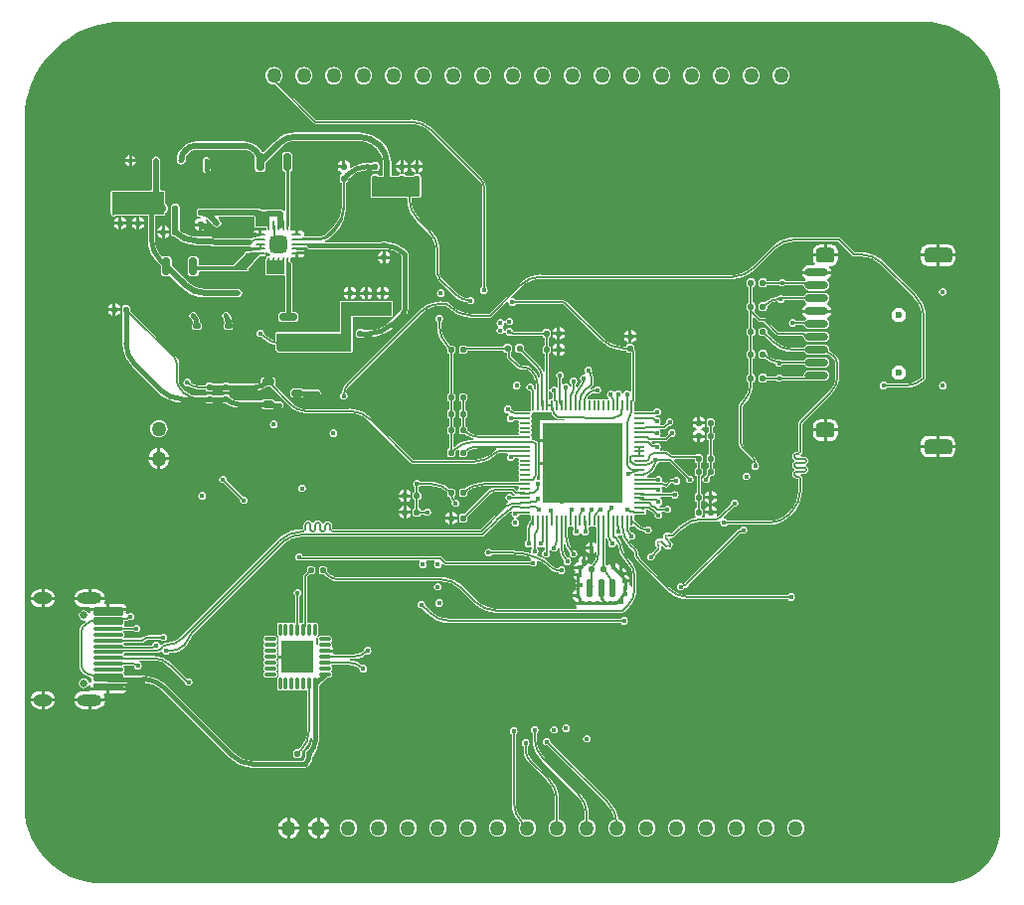
<source format=gbl>
G04*
G04 #@! TF.GenerationSoftware,Altium Limited,Altium Designer,20.2.6 (244)*
G04*
G04 Layer_Physical_Order=4*
G04 Layer_Color=16711680*
%FSLAX24Y24*%
%MOIN*%
G70*
G04*
G04 #@! TF.SameCoordinates,497DB355-11F3-479B-B1E2-BDA1D3AC948B*
G04*
G04*
G04 #@! TF.FilePolarity,Positive*
G04*
G01*
G75*
%ADD11C,0.0100*%
G04:AMPARAMS|DCode=17|XSize=20mil|YSize=20mil|CornerRadius=5mil|HoleSize=0mil|Usage=FLASHONLY|Rotation=0.000|XOffset=0mil|YOffset=0mil|HoleType=Round|Shape=RoundedRectangle|*
%AMROUNDEDRECTD17*
21,1,0.0200,0.0100,0,0,0.0*
21,1,0.0100,0.0200,0,0,0.0*
1,1,0.0100,0.0050,-0.0050*
1,1,0.0100,-0.0050,-0.0050*
1,1,0.0100,-0.0050,0.0050*
1,1,0.0100,0.0050,0.0050*
%
%ADD17ROUNDEDRECTD17*%
G04:AMPARAMS|DCode=18|XSize=20mil|YSize=20mil|CornerRadius=5mil|HoleSize=0mil|Usage=FLASHONLY|Rotation=270.000|XOffset=0mil|YOffset=0mil|HoleType=Round|Shape=RoundedRectangle|*
%AMROUNDEDRECTD18*
21,1,0.0200,0.0100,0,0,270.0*
21,1,0.0100,0.0200,0,0,270.0*
1,1,0.0100,-0.0050,-0.0050*
1,1,0.0100,-0.0050,0.0050*
1,1,0.0100,0.0050,0.0050*
1,1,0.0100,0.0050,-0.0050*
%
%ADD18ROUNDEDRECTD18*%
%ADD44C,0.0050*%
%ADD45C,0.0065*%
%ADD46C,0.0060*%
%ADD47C,0.0150*%
%ADD48C,0.0050*%
%ADD49C,0.0065*%
%ADD50C,0.0500*%
%ADD51O,0.0827X0.0394*%
%ADD52O,0.0630X0.0394*%
%ADD53C,0.0256*%
%ADD54C,0.0236*%
%ADD55C,0.0177*%
%ADD56C,0.0200*%
%ADD57C,0.0200*%
%ADD58C,0.0100*%
G04:AMPARAMS|DCode=59|XSize=21.7mil|YSize=57.1mil|CornerRadius=5.4mil|HoleSize=0mil|Usage=FLASHONLY|Rotation=0.000|XOffset=0mil|YOffset=0mil|HoleType=Round|Shape=RoundedRectangle|*
%AMROUNDEDRECTD59*
21,1,0.0217,0.0463,0,0,0.0*
21,1,0.0108,0.0571,0,0,0.0*
1,1,0.0108,0.0054,-0.0231*
1,1,0.0108,-0.0054,-0.0231*
1,1,0.0108,-0.0054,0.0231*
1,1,0.0108,0.0054,0.0231*
%
%ADD59ROUNDEDRECTD59*%
G04:AMPARAMS|DCode=60|XSize=21.7mil|YSize=57.1mil|CornerRadius=5.4mil|HoleSize=0mil|Usage=FLASHONLY|Rotation=0.000|XOffset=0mil|YOffset=0mil|HoleType=Round|Shape=RoundedRectangle|*
%AMROUNDEDRECTD60*
21,1,0.0217,0.0463,0,0,0.0*
21,1,0.0108,0.0571,0,0,0.0*
1,1,0.0108,0.0054,-0.0231*
1,1,0.0108,-0.0054,-0.0231*
1,1,0.0108,-0.0054,0.0231*
1,1,0.0108,0.0054,0.0231*
%
%ADD60ROUNDEDRECTD60*%
%ADD61O,0.0374X0.0079*%
%ADD62O,0.0079X0.0374*%
%ADD63R,0.2654X0.2654*%
G04:AMPARAMS|DCode=64|XSize=9.4mil|YSize=31.5mil|CornerRadius=2.4mil|HoleSize=0mil|Usage=FLASHONLY|Rotation=180.000|XOffset=0mil|YOffset=0mil|HoleType=Round|Shape=RoundedRectangle|*
%AMROUNDEDRECTD64*
21,1,0.0094,0.0268,0,0,180.0*
21,1,0.0047,0.0315,0,0,180.0*
1,1,0.0047,-0.0024,0.0134*
1,1,0.0047,0.0024,0.0134*
1,1,0.0047,0.0024,-0.0134*
1,1,0.0047,-0.0024,-0.0134*
%
%ADD64ROUNDEDRECTD64*%
G04:AMPARAMS|DCode=65|XSize=19.7mil|YSize=23.6mil|CornerRadius=4.9mil|HoleSize=0mil|Usage=FLASHONLY|Rotation=270.000|XOffset=0mil|YOffset=0mil|HoleType=Round|Shape=RoundedRectangle|*
%AMROUNDEDRECTD65*
21,1,0.0197,0.0138,0,0,270.0*
21,1,0.0098,0.0236,0,0,270.0*
1,1,0.0098,-0.0069,-0.0049*
1,1,0.0098,-0.0069,0.0049*
1,1,0.0098,0.0069,0.0049*
1,1,0.0098,0.0069,-0.0049*
%
%ADD65ROUNDEDRECTD65*%
G04:AMPARAMS|DCode=66|XSize=50mil|YSize=94.5mil|CornerRadius=12.5mil|HoleSize=0mil|Usage=FLASHONLY|Rotation=90.000|XOffset=0mil|YOffset=0mil|HoleType=Round|Shape=RoundedRectangle|*
%AMROUNDEDRECTD66*
21,1,0.0500,0.0695,0,0,90.0*
21,1,0.0250,0.0945,0,0,90.0*
1,1,0.0250,0.0347,0.0125*
1,1,0.0250,0.0347,-0.0125*
1,1,0.0250,-0.0347,-0.0125*
1,1,0.0250,-0.0347,0.0125*
%
%ADD66ROUNDEDRECTD66*%
G04:AMPARAMS|DCode=67|XSize=50mil|YSize=63mil|CornerRadius=12.5mil|HoleSize=0mil|Usage=FLASHONLY|Rotation=90.000|XOffset=0mil|YOffset=0mil|HoleType=Round|Shape=RoundedRectangle|*
%AMROUNDEDRECTD67*
21,1,0.0500,0.0380,0,0,90.0*
21,1,0.0250,0.0630,0,0,90.0*
1,1,0.0250,0.0190,0.0125*
1,1,0.0250,0.0190,-0.0125*
1,1,0.0250,-0.0190,-0.0125*
1,1,0.0250,-0.0190,0.0125*
%
%ADD67ROUNDEDRECTD67*%
%ADD68O,0.0787X0.0276*%
G04:AMPARAMS|DCode=69|XSize=9.4mil|YSize=31.5mil|CornerRadius=2.4mil|HoleSize=0mil|Usage=FLASHONLY|Rotation=90.000|XOffset=0mil|YOffset=0mil|HoleType=Round|Shape=RoundedRectangle|*
%AMROUNDEDRECTD69*
21,1,0.0094,0.0268,0,0,90.0*
21,1,0.0047,0.0315,0,0,90.0*
1,1,0.0047,0.0134,0.0024*
1,1,0.0047,0.0134,-0.0024*
1,1,0.0047,-0.0134,-0.0024*
1,1,0.0047,-0.0134,0.0024*
%
%ADD69ROUNDEDRECTD69*%
G04:AMPARAMS|DCode=70|XSize=59.1mil|YSize=59.1mil|CornerRadius=14.8mil|HoleSize=0mil|Usage=FLASHONLY|Rotation=180.000|XOffset=0mil|YOffset=0mil|HoleType=Round|Shape=RoundedRectangle|*
%AMROUNDEDRECTD70*
21,1,0.0591,0.0295,0,0,180.0*
21,1,0.0295,0.0591,0,0,180.0*
1,1,0.0295,-0.0148,0.0148*
1,1,0.0295,0.0148,0.0148*
1,1,0.0295,0.0148,-0.0148*
1,1,0.0295,-0.0148,-0.0148*
%
%ADD70ROUNDEDRECTD70*%
G04:AMPARAMS|DCode=71|XSize=16mil|YSize=16mil|CornerRadius=8mil|HoleSize=0mil|Usage=FLASHONLY|Rotation=90.000|XOffset=0mil|YOffset=0mil|HoleType=Round|Shape=RoundedRectangle|*
%AMROUNDEDRECTD71*
21,1,0.0160,0.0000,0,0,90.0*
21,1,0.0000,0.0160,0,0,90.0*
1,1,0.0160,0.0000,0.0000*
1,1,0.0160,0.0000,0.0000*
1,1,0.0160,0.0000,0.0000*
1,1,0.0160,0.0000,0.0000*
%
%ADD71ROUNDEDRECTD71*%
%ADD72R,0.1063X0.1102*%
G04:AMPARAMS|DCode=73|XSize=12mil|YSize=38mil|CornerRadius=3mil|HoleSize=0mil|Usage=FLASHONLY|Rotation=270.000|XOffset=0mil|YOffset=0mil|HoleType=Round|Shape=RoundedRectangle|*
%AMROUNDEDRECTD73*
21,1,0.0120,0.0320,0,0,270.0*
21,1,0.0060,0.0380,0,0,270.0*
1,1,0.0060,-0.0160,-0.0030*
1,1,0.0060,-0.0160,0.0030*
1,1,0.0060,0.0160,0.0030*
1,1,0.0060,0.0160,-0.0030*
%
%ADD73ROUNDEDRECTD73*%
G04:AMPARAMS|DCode=74|XSize=100mil|YSize=11.8mil|CornerRadius=3mil|HoleSize=0mil|Usage=FLASHONLY|Rotation=0.000|XOffset=0mil|YOffset=0mil|HoleType=Round|Shape=RoundedRectangle|*
%AMROUNDEDRECTD74*
21,1,0.1000,0.0059,0,0,0.0*
21,1,0.0941,0.0118,0,0,0.0*
1,1,0.0059,0.0470,-0.0030*
1,1,0.0059,-0.0470,-0.0030*
1,1,0.0059,-0.0470,0.0030*
1,1,0.0059,0.0470,0.0030*
%
%ADD74ROUNDEDRECTD74*%
G04:AMPARAMS|DCode=75|XSize=27.6mil|YSize=59.1mil|CornerRadius=6.9mil|HoleSize=0mil|Usage=FLASHONLY|Rotation=270.000|XOffset=0mil|YOffset=0mil|HoleType=Round|Shape=RoundedRectangle|*
%AMROUNDEDRECTD75*
21,1,0.0276,0.0453,0,0,270.0*
21,1,0.0138,0.0591,0,0,270.0*
1,1,0.0138,-0.0226,-0.0069*
1,1,0.0138,-0.0226,0.0069*
1,1,0.0138,0.0226,0.0069*
1,1,0.0138,0.0226,-0.0069*
%
%ADD75ROUNDEDRECTD75*%
G04:AMPARAMS|DCode=76|XSize=23.6mil|YSize=39.4mil|CornerRadius=5.9mil|HoleSize=0mil|Usage=FLASHONLY|Rotation=270.000|XOffset=0mil|YOffset=0mil|HoleType=Round|Shape=RoundedRectangle|*
%AMROUNDEDRECTD76*
21,1,0.0236,0.0276,0,0,270.0*
21,1,0.0118,0.0394,0,0,270.0*
1,1,0.0118,-0.0138,-0.0059*
1,1,0.0118,-0.0138,0.0059*
1,1,0.0118,0.0138,0.0059*
1,1,0.0118,0.0138,-0.0059*
%
%ADD76ROUNDEDRECTD76*%
G04:AMPARAMS|DCode=77|XSize=12mil|YSize=38mil|CornerRadius=3mil|HoleSize=0mil|Usage=FLASHONLY|Rotation=0.000|XOffset=0mil|YOffset=0mil|HoleType=Round|Shape=RoundedRectangle|*
%AMROUNDEDRECTD77*
21,1,0.0120,0.0320,0,0,0.0*
21,1,0.0060,0.0380,0,0,0.0*
1,1,0.0060,0.0030,-0.0160*
1,1,0.0060,-0.0030,-0.0160*
1,1,0.0060,-0.0030,0.0160*
1,1,0.0060,0.0030,0.0160*
%
%ADD77ROUNDEDRECTD77*%
G04:AMPARAMS|DCode=78|XSize=27.6mil|YSize=59.1mil|CornerRadius=6.9mil|HoleSize=0mil|Usage=FLASHONLY|Rotation=180.000|XOffset=0mil|YOffset=0mil|HoleType=Round|Shape=RoundedRectangle|*
%AMROUNDEDRECTD78*
21,1,0.0276,0.0453,0,0,180.0*
21,1,0.0138,0.0591,0,0,180.0*
1,1,0.0138,-0.0069,0.0226*
1,1,0.0138,0.0069,0.0226*
1,1,0.0138,0.0069,-0.0226*
1,1,0.0138,-0.0069,-0.0226*
%
%ADD78ROUNDEDRECTD78*%
G36*
X46242Y44943D02*
X46531Y44894D01*
X46812Y44813D01*
X47082Y44701D01*
X47338Y44559D01*
X47577Y44390D01*
X47795Y44195D01*
X47990Y43977D01*
X48159Y43738D01*
X48301Y43482D01*
X48413Y43212D01*
X48494Y42931D01*
X48543Y42642D01*
X48559Y42353D01*
X48558Y42350D01*
Y17900D01*
X48559Y17897D01*
X48543Y17657D01*
X48496Y17419D01*
X48417Y17189D01*
X48310Y16971D01*
X48175Y16768D01*
X48014Y16586D01*
X47832Y16425D01*
X47629Y16290D01*
X47411Y16183D01*
X47181Y16104D01*
X46943Y16057D01*
X46703Y16041D01*
X46700Y16042D01*
X18450D01*
X18447Y16041D01*
X18158Y16057D01*
X17869Y16106D01*
X17588Y16187D01*
X17318Y16299D01*
X17062Y16441D01*
X16823Y16610D01*
X16605Y16805D01*
X16410Y17023D01*
X16241Y17262D01*
X16099Y17518D01*
X15987Y17788D01*
X15906Y18069D01*
X15857Y18358D01*
X15841Y18647D01*
X15842Y18650D01*
Y41650D01*
X15841Y41653D01*
X15857Y41974D01*
X15905Y42296D01*
X15984Y42611D01*
X16093Y42916D01*
X16232Y43210D01*
X16399Y43488D01*
X16592Y43749D01*
X16810Y43990D01*
X17051Y44208D01*
X17312Y44401D01*
X17590Y44568D01*
X17884Y44707D01*
X18189Y44816D01*
X18504Y44895D01*
X18826Y44943D01*
X19101Y44957D01*
X19150Y44958D01*
D01*
X19200Y44958D01*
X19200Y44958D01*
X45950D01*
X45953Y44959D01*
X46242Y44943D01*
D02*
G37*
%LPC*%
G36*
X41210Y43443D02*
X41134Y43433D01*
X41064Y43403D01*
X41003Y43357D01*
X40957Y43296D01*
X40927Y43226D01*
X40918Y43150D01*
X40927Y43074D01*
X40957Y43004D01*
X41003Y42943D01*
X41064Y42897D01*
X41134Y42867D01*
X41210Y42857D01*
X41286Y42867D01*
X41356Y42897D01*
X41417Y42943D01*
X41463Y43004D01*
X41493Y43074D01*
X41502Y43150D01*
X41493Y43226D01*
X41463Y43296D01*
X41417Y43357D01*
X41356Y43403D01*
X41286Y43433D01*
X41210Y43443D01*
D02*
G37*
G36*
X40210D02*
X40134Y43433D01*
X40064Y43403D01*
X40003Y43357D01*
X39957Y43296D01*
X39927Y43226D01*
X39918Y43150D01*
X39927Y43074D01*
X39957Y43004D01*
X40003Y42943D01*
X40064Y42897D01*
X40134Y42867D01*
X40210Y42857D01*
X40286Y42867D01*
X40356Y42897D01*
X40417Y42943D01*
X40463Y43004D01*
X40493Y43074D01*
X40503Y43150D01*
X40493Y43226D01*
X40463Y43296D01*
X40417Y43357D01*
X40356Y43403D01*
X40286Y43433D01*
X40210Y43443D01*
D02*
G37*
G36*
X39210D02*
X39134Y43433D01*
X39064Y43403D01*
X39003Y43357D01*
X38957Y43296D01*
X38927Y43226D01*
X38918Y43150D01*
X38927Y43074D01*
X38957Y43004D01*
X39003Y42943D01*
X39064Y42897D01*
X39134Y42867D01*
X39210Y42857D01*
X39286Y42867D01*
X39356Y42897D01*
X39417Y42943D01*
X39463Y43004D01*
X39493Y43074D01*
X39502Y43150D01*
X39493Y43226D01*
X39463Y43296D01*
X39417Y43357D01*
X39356Y43403D01*
X39286Y43433D01*
X39210Y43443D01*
D02*
G37*
G36*
X38210D02*
X38134Y43433D01*
X38064Y43403D01*
X38003Y43357D01*
X37957Y43296D01*
X37927Y43226D01*
X37917Y43150D01*
X37927Y43074D01*
X37957Y43004D01*
X38003Y42943D01*
X38064Y42897D01*
X38134Y42867D01*
X38210Y42857D01*
X38286Y42867D01*
X38356Y42897D01*
X38417Y42943D01*
X38463Y43004D01*
X38493Y43074D01*
X38503Y43150D01*
X38493Y43226D01*
X38463Y43296D01*
X38417Y43357D01*
X38356Y43403D01*
X38286Y43433D01*
X38210Y43443D01*
D02*
G37*
G36*
X37210D02*
X37134Y43433D01*
X37064Y43403D01*
X37003Y43357D01*
X36957Y43296D01*
X36927Y43226D01*
X36918Y43150D01*
X36927Y43074D01*
X36957Y43004D01*
X37003Y42943D01*
X37064Y42897D01*
X37134Y42867D01*
X37210Y42857D01*
X37286Y42867D01*
X37356Y42897D01*
X37417Y42943D01*
X37463Y43004D01*
X37493Y43074D01*
X37503Y43150D01*
X37493Y43226D01*
X37463Y43296D01*
X37417Y43357D01*
X37356Y43403D01*
X37286Y43433D01*
X37210Y43443D01*
D02*
G37*
G36*
X36210D02*
X36134Y43433D01*
X36064Y43403D01*
X36003Y43357D01*
X35957Y43296D01*
X35927Y43226D01*
X35917Y43150D01*
X35927Y43074D01*
X35957Y43004D01*
X36003Y42943D01*
X36064Y42897D01*
X36134Y42867D01*
X36210Y42857D01*
X36286Y42867D01*
X36356Y42897D01*
X36417Y42943D01*
X36463Y43004D01*
X36493Y43074D01*
X36502Y43150D01*
X36493Y43226D01*
X36463Y43296D01*
X36417Y43357D01*
X36356Y43403D01*
X36286Y43433D01*
X36210Y43443D01*
D02*
G37*
G36*
X35210D02*
X35134Y43433D01*
X35064Y43403D01*
X35003Y43357D01*
X34957Y43296D01*
X34927Y43226D01*
X34918Y43150D01*
X34927Y43074D01*
X34957Y43004D01*
X35003Y42943D01*
X35064Y42897D01*
X35134Y42867D01*
X35210Y42857D01*
X35286Y42867D01*
X35356Y42897D01*
X35417Y42943D01*
X35463Y43004D01*
X35493Y43074D01*
X35503Y43150D01*
X35493Y43226D01*
X35463Y43296D01*
X35417Y43357D01*
X35356Y43403D01*
X35286Y43433D01*
X35210Y43443D01*
D02*
G37*
G36*
X34210D02*
X34134Y43433D01*
X34064Y43403D01*
X34003Y43357D01*
X33957Y43296D01*
X33927Y43226D01*
X33918Y43150D01*
X33927Y43074D01*
X33957Y43004D01*
X34003Y42943D01*
X34064Y42897D01*
X34134Y42867D01*
X34210Y42857D01*
X34286Y42867D01*
X34356Y42897D01*
X34417Y42943D01*
X34463Y43004D01*
X34493Y43074D01*
X34502Y43150D01*
X34493Y43226D01*
X34463Y43296D01*
X34417Y43357D01*
X34356Y43403D01*
X34286Y43433D01*
X34210Y43443D01*
D02*
G37*
G36*
X33210D02*
X33134Y43433D01*
X33064Y43403D01*
X33003Y43357D01*
X32957Y43296D01*
X32927Y43226D01*
X32917Y43150D01*
X32927Y43074D01*
X32957Y43004D01*
X33003Y42943D01*
X33064Y42897D01*
X33134Y42867D01*
X33210Y42857D01*
X33286Y42867D01*
X33356Y42897D01*
X33417Y42943D01*
X33463Y43004D01*
X33493Y43074D01*
X33503Y43150D01*
X33493Y43226D01*
X33463Y43296D01*
X33417Y43357D01*
X33356Y43403D01*
X33286Y43433D01*
X33210Y43443D01*
D02*
G37*
G36*
X32210D02*
X32134Y43433D01*
X32064Y43403D01*
X32003Y43357D01*
X31957Y43296D01*
X31927Y43226D01*
X31918Y43150D01*
X31927Y43074D01*
X31957Y43004D01*
X32003Y42943D01*
X32064Y42897D01*
X32134Y42867D01*
X32210Y42857D01*
X32286Y42867D01*
X32356Y42897D01*
X32417Y42943D01*
X32463Y43004D01*
X32493Y43074D01*
X32503Y43150D01*
X32493Y43226D01*
X32463Y43296D01*
X32417Y43357D01*
X32356Y43403D01*
X32286Y43433D01*
X32210Y43443D01*
D02*
G37*
G36*
X31210D02*
X31134Y43433D01*
X31064Y43403D01*
X31003Y43357D01*
X30957Y43296D01*
X30927Y43226D01*
X30917Y43150D01*
X30927Y43074D01*
X30957Y43004D01*
X31003Y42943D01*
X31064Y42897D01*
X31134Y42867D01*
X31210Y42857D01*
X31286Y42867D01*
X31356Y42897D01*
X31417Y42943D01*
X31463Y43004D01*
X31493Y43074D01*
X31502Y43150D01*
X31493Y43226D01*
X31463Y43296D01*
X31417Y43357D01*
X31356Y43403D01*
X31286Y43433D01*
X31210Y43443D01*
D02*
G37*
G36*
X30210D02*
X30134Y43433D01*
X30064Y43403D01*
X30003Y43357D01*
X29957Y43296D01*
X29927Y43226D01*
X29918Y43150D01*
X29927Y43074D01*
X29957Y43004D01*
X30003Y42943D01*
X30064Y42897D01*
X30134Y42867D01*
X30210Y42857D01*
X30286Y42867D01*
X30356Y42897D01*
X30417Y42943D01*
X30463Y43004D01*
X30493Y43074D01*
X30503Y43150D01*
X30493Y43226D01*
X30463Y43296D01*
X30417Y43357D01*
X30356Y43403D01*
X30286Y43433D01*
X30210Y43443D01*
D02*
G37*
G36*
X29210D02*
X29134Y43433D01*
X29064Y43403D01*
X29003Y43357D01*
X28957Y43296D01*
X28927Y43226D01*
X28918Y43150D01*
X28927Y43074D01*
X28957Y43004D01*
X29003Y42943D01*
X29064Y42897D01*
X29134Y42867D01*
X29210Y42857D01*
X29286Y42867D01*
X29356Y42897D01*
X29417Y42943D01*
X29463Y43004D01*
X29493Y43074D01*
X29502Y43150D01*
X29493Y43226D01*
X29463Y43296D01*
X29417Y43357D01*
X29356Y43403D01*
X29286Y43433D01*
X29210Y43443D01*
D02*
G37*
G36*
X28210D02*
X28134Y43433D01*
X28064Y43403D01*
X28003Y43357D01*
X27957Y43296D01*
X27927Y43226D01*
X27917Y43150D01*
X27927Y43074D01*
X27957Y43004D01*
X28003Y42943D01*
X28064Y42897D01*
X28134Y42867D01*
X28210Y42857D01*
X28286Y42867D01*
X28356Y42897D01*
X28417Y42943D01*
X28463Y43004D01*
X28493Y43074D01*
X28503Y43150D01*
X28493Y43226D01*
X28463Y43296D01*
X28417Y43357D01*
X28356Y43403D01*
X28286Y43433D01*
X28210Y43443D01*
D02*
G37*
G36*
X27210D02*
X27134Y43433D01*
X27064Y43403D01*
X27003Y43357D01*
X26957Y43296D01*
X26927Y43226D01*
X26918Y43150D01*
X26927Y43074D01*
X26957Y43004D01*
X27003Y42943D01*
X27064Y42897D01*
X27134Y42867D01*
X27210Y42857D01*
X27286Y42867D01*
X27356Y42897D01*
X27417Y42943D01*
X27463Y43004D01*
X27493Y43074D01*
X27503Y43150D01*
X27493Y43226D01*
X27463Y43296D01*
X27417Y43357D01*
X27356Y43403D01*
X27286Y43433D01*
X27210Y43443D01*
D02*
G37*
G36*
X26210D02*
X26134Y43433D01*
X26064Y43403D01*
X26003Y43357D01*
X25957Y43296D01*
X25927Y43226D01*
X25917Y43150D01*
X25927Y43074D01*
X25957Y43004D01*
X26003Y42943D01*
X26064Y42897D01*
X26134Y42867D01*
X26210Y42857D01*
X26286Y42867D01*
X26356Y42897D01*
X26417Y42943D01*
X26463Y43004D01*
X26493Y43074D01*
X26502Y43150D01*
X26493Y43226D01*
X26463Y43296D01*
X26417Y43357D01*
X26356Y43403D01*
X26286Y43433D01*
X26210Y43443D01*
D02*
G37*
G36*
X25210D02*
X25134Y43433D01*
X25064Y43403D01*
X25003Y43357D01*
X24957Y43296D01*
X24927Y43226D01*
X24918Y43150D01*
X24927Y43074D01*
X24957Y43004D01*
X25003Y42943D01*
X25064Y42897D01*
X25134Y42867D01*
X25210Y42857D01*
X25286Y42867D01*
X25356Y42897D01*
X25417Y42943D01*
X25463Y43004D01*
X25493Y43074D01*
X25503Y43150D01*
X25493Y43226D01*
X25463Y43296D01*
X25417Y43357D01*
X25356Y43403D01*
X25286Y43433D01*
X25210Y43443D01*
D02*
G37*
G36*
X19450Y40474D02*
Y40350D01*
X19574D01*
X19570Y40370D01*
X19530Y40430D01*
X19470Y40470D01*
X19450Y40474D01*
D02*
G37*
G36*
X19350D02*
X19330Y40470D01*
X19270Y40430D01*
X19230Y40370D01*
X19226Y40350D01*
X19350D01*
Y40474D01*
D02*
G37*
G36*
X29050Y40303D02*
Y40150D01*
X29203D01*
X29191Y40209D01*
X29158Y40258D01*
X29109Y40291D01*
X29050Y40303D01*
D02*
G37*
G36*
X28950D02*
X28891Y40291D01*
X28842Y40258D01*
X28809Y40209D01*
X28797Y40150D01*
X28950D01*
Y40303D01*
D02*
G37*
G36*
X28550D02*
Y40150D01*
X28703D01*
X28691Y40209D01*
X28658Y40258D01*
X28609Y40291D01*
X28550Y40303D01*
D02*
G37*
G36*
X28450D02*
X28391Y40291D01*
X28342Y40258D01*
X28309Y40209D01*
X28297Y40150D01*
X28450D01*
Y40303D01*
D02*
G37*
G36*
X26500D02*
X26441Y40291D01*
X26392Y40258D01*
X26359Y40209D01*
X26347Y40150D01*
D01*
X26500D01*
Y40303D01*
D02*
G37*
G36*
X19574Y40250D02*
X19450D01*
Y40126D01*
X19470Y40130D01*
X19530Y40170D01*
X19570Y40230D01*
X19574Y40250D01*
D02*
G37*
G36*
X19350D02*
X19226D01*
X19230Y40230D01*
X19270Y40170D01*
X19330Y40130D01*
X19350Y40126D01*
Y40250D01*
D02*
G37*
G36*
X24722Y40587D02*
X24584D01*
X24541Y40579D01*
X24505Y40555D01*
X24481Y40519D01*
X24473Y40476D01*
Y40024D01*
X24481Y39981D01*
X24505Y39945D01*
X24541Y39921D01*
X24573Y39915D01*
Y38636D01*
X24550Y38623D01*
X24523Y38615D01*
X24483Y38642D01*
X24429Y38653D01*
X23995D01*
Y38653D01*
X23922Y38643D01*
X23818D01*
X23735Y38678D01*
X23609Y38694D01*
Y38693D01*
X21753D01*
X21750Y38693D01*
Y38693D01*
X21745Y38692D01*
X21700D01*
X21665Y38685D01*
X21635Y38665D01*
X21615Y38635D01*
X21608Y38600D01*
Y38555D01*
X21607Y38550D01*
X21608Y38545D01*
Y38500D01*
X21615Y38465D01*
X21635Y38435D01*
X21665Y38415D01*
X21700Y38408D01*
X21739D01*
X21756Y38401D01*
X21733Y38353D01*
X21700D01*
X21641Y38341D01*
X21592Y38308D01*
X21559Y38259D01*
X21547Y38200D01*
X21953D01*
X21941Y38259D01*
X21927Y38280D01*
X21949Y38336D01*
X21953Y38337D01*
X21989Y38309D01*
X21990Y38308D01*
X22199Y38099D01*
X22245Y38068D01*
X22300Y38057D01*
X22355Y38068D01*
X22401Y38099D01*
X22432Y38145D01*
X22443Y38200D01*
X22432Y38255D01*
X22401Y38301D01*
X22341Y38361D01*
X22360Y38407D01*
X23550D01*
X23557Y38404D01*
X23557Y38100D01*
X23569Y38069D01*
X23600Y38057D01*
X23947D01*
Y37997D01*
X23943Y37991D01*
X23910Y37963D01*
X23899Y37960D01*
X23874Y37965D01*
X23790D01*
Y37815D01*
X23740D01*
Y37765D01*
X23485D01*
X23489Y37743D01*
X23494Y37737D01*
X23488Y37718D01*
X23455Y37682D01*
X23400Y37693D01*
X22271D01*
X22221Y37693D01*
X22201Y37701D01*
X22201Y37701D01*
X22155Y37732D01*
X22100Y37743D01*
X21614D01*
X21608Y37741D01*
X21447Y37757D01*
X21285Y37806D01*
X21137Y37886D01*
X21043Y37963D01*
Y38700D01*
X21042Y38705D01*
Y38750D01*
X21035Y38785D01*
X21015Y38815D01*
X20985Y38835D01*
X20950Y38842D01*
X20905D01*
X20900Y38843D01*
X20895Y38842D01*
X20850D01*
X20815Y38835D01*
X20785Y38815D01*
X20765Y38785D01*
X20758Y38750D01*
Y38705D01*
X20757Y38700D01*
Y37900D01*
X20757Y37900D01*
X20758Y37895D01*
Y37850D01*
X20765Y37815D01*
X20785Y37785D01*
X20815Y37765D01*
X20843Y37760D01*
X20942Y37675D01*
X21095Y37581D01*
X21261Y37512D01*
X21435Y37471D01*
X21614Y37456D01*
Y37457D01*
X22054D01*
X22064Y37449D01*
X22140Y37418D01*
X22220Y37407D01*
X22221Y37407D01*
X23400D01*
X23439Y37415D01*
X23468Y37393D01*
X23740D01*
Y37293D01*
X23477D01*
X23447Y37251D01*
X23385D01*
X23360Y37246D01*
X23355Y37243D01*
X23250D01*
X23219Y37231D01*
X23207Y37200D01*
Y37168D01*
X22832Y36793D01*
X21685D01*
Y36976D01*
X21677Y37019D01*
X21653Y37055D01*
X21617Y37079D01*
X21574Y37087D01*
X21437D01*
X21394Y37079D01*
X21358Y37055D01*
X21334Y37019D01*
X21326Y36976D01*
Y36524D01*
X21334Y36481D01*
X21358Y36445D01*
X21394Y36421D01*
X21437Y36413D01*
X21574D01*
X21617Y36421D01*
X21653Y36445D01*
X21677Y36481D01*
X21685Y36524D01*
Y36552D01*
X21723Y36585D01*
X21747Y36581D01*
Y36584D01*
X23300D01*
X23325Y36589D01*
X23347Y36603D01*
X23361Y36625D01*
X23366Y36650D01*
X23364Y36660D01*
X23723Y37097D01*
X23874D01*
X23898Y37101D01*
X23919Y37116D01*
X23934Y37137D01*
X23938Y37161D01*
Y37209D01*
X23982Y37230D01*
X23986D01*
X24024Y37174D01*
X24082Y37135D01*
X24063Y37088D01*
X24059Y37088D01*
X24011D01*
X23987Y37084D01*
X23966Y37069D01*
X23951Y37048D01*
X23947Y37024D01*
Y36992D01*
X23919Y36980D01*
X23907Y36950D01*
Y36500D01*
X23919Y36469D01*
X23950Y36457D01*
X24550D01*
X24550Y36457D01*
X24583Y36416D01*
Y35233D01*
X24474D01*
X24431Y35224D01*
X24395Y35200D01*
X24371Y35164D01*
X24363Y35122D01*
Y34984D01*
X24371Y34941D01*
X24395Y34905D01*
X24431Y34881D01*
X24474Y34873D01*
X24926D01*
X24969Y34881D01*
X25005Y34905D01*
X25029Y34941D01*
X25037Y34984D01*
Y35122D01*
X25029Y35164D01*
X25005Y35200D01*
X24969Y35224D01*
X24926Y35233D01*
X24817D01*
Y36805D01*
X24808Y36850D01*
X24783Y36888D01*
X24753Y36908D01*
Y37003D01*
X24757Y37009D01*
X24790Y37037D01*
X24801Y37040D01*
X24826Y37035D01*
X24910D01*
Y37185D01*
X24960D01*
Y37235D01*
X25215D01*
X25211Y37257D01*
X25206Y37264D01*
X25211Y37271D01*
X25215Y37293D01*
X24960D01*
Y37393D01*
X25236D01*
X25254Y37412D01*
X25292Y37405D01*
X25317Y37367D01*
X25355Y37342D01*
X25400Y37333D01*
X27789D01*
X27815Y37315D01*
X27850Y37308D01*
X27950D01*
X27985Y37315D01*
X27999Y37324D01*
X28070Y37317D01*
X28233Y37268D01*
X28384Y37187D01*
X28480Y37108D01*
Y35315D01*
X28480Y35313D01*
X28468Y35284D01*
X28467Y35283D01*
X28060Y34876D01*
X28057Y34871D01*
X27927Y34765D01*
X27774Y34683D01*
X27608Y34633D01*
X27441Y34616D01*
X27436Y34617D01*
X27211D01*
X27185Y34635D01*
X27150Y34642D01*
X27050D01*
X27015Y34635D01*
X26985Y34615D01*
X26965Y34585D01*
X26958Y34550D01*
Y34450D01*
X26965Y34415D01*
X26985Y34385D01*
X27015Y34365D01*
X27050Y34358D01*
X27150D01*
X27185Y34365D01*
X27211Y34383D01*
X27436D01*
Y34382D01*
X27611Y34395D01*
X27781Y34436D01*
X27944Y34503D01*
X28093Y34595D01*
X28227Y34709D01*
X28226Y34710D01*
X28633Y35117D01*
X28633Y35117D01*
X28633Y35117D01*
X28677Y35175D01*
X28705Y35242D01*
X28715Y35315D01*
X28715D01*
Y37161D01*
X28706Y37206D01*
X28680Y37244D01*
X28681Y37245D01*
X28549Y37357D01*
X28402Y37448D01*
X28241Y37514D01*
X28073Y37555D01*
X28019Y37559D01*
X28015Y37565D01*
X27985Y37585D01*
X27950Y37592D01*
X27850D01*
X27815Y37585D01*
X27789Y37567D01*
X25935D01*
X25925Y37617D01*
X26034Y37662D01*
X26149Y37751D01*
X26147Y37753D01*
X26304Y37910D01*
X26305Y37909D01*
X26414Y38036D01*
X26502Y38179D01*
X26566Y38334D01*
X26605Y38497D01*
X26618Y38664D01*
X26616D01*
Y38739D01*
X26618Y38764D01*
X26616D01*
Y39561D01*
X26635Y39565D01*
X26665Y39585D01*
X26685Y39615D01*
X26692Y39650D01*
Y39676D01*
X26740Y39724D01*
X26743Y39729D01*
X26873Y39835D01*
X27026Y39917D01*
X27192Y39967D01*
X27359Y39984D01*
X27364Y39983D01*
X27489D01*
X27515Y39965D01*
X27550Y39958D01*
X27650D01*
X27685Y39965D01*
X27715Y39985D01*
X27735Y40015D01*
X27742Y40050D01*
Y40150D01*
X27735Y40185D01*
X27715Y40215D01*
X27685Y40235D01*
X27650Y40242D01*
X27550D01*
X27515Y40235D01*
X27489Y40217D01*
X27364D01*
Y40218D01*
X27189Y40205D01*
X27019Y40164D01*
X26856Y40097D01*
X26803Y40064D01*
X26753Y40092D01*
Y40150D01*
X26741Y40209D01*
X26708Y40258D01*
X26659Y40291D01*
X26600Y40303D01*
D01*
Y40100D01*
X26550D01*
Y40050D01*
X26347D01*
X26359Y39991D01*
X26392Y39942D01*
X26441Y39909D01*
X26464Y39904D01*
X26467Y39903D01*
X26488Y39848D01*
X26481Y39838D01*
X26465Y39835D01*
X26435Y39815D01*
X26415Y39785D01*
X26408Y39750D01*
Y39650D01*
X26415Y39615D01*
X26435Y39585D01*
X26465Y39565D01*
X26484Y39561D01*
Y38756D01*
X26467Y38582D01*
X26413Y38407D01*
X26327Y38245D01*
X26212Y38105D01*
X26210Y38104D01*
X25903Y37797D01*
X25902Y37798D01*
X25869Y37776D01*
X25829Y37768D01*
Y37766D01*
X25241D01*
X25220Y37791D01*
Y37839D01*
X25211Y37887D01*
X25183Y37928D01*
X25142Y37955D01*
X25094Y37965D01*
X25010D01*
Y37815D01*
X24910D01*
Y37965D01*
X24826D01*
X24801Y37960D01*
X24790Y37963D01*
X24757Y37991D01*
X24753Y37997D01*
Y38094D01*
X24757Y38110D01*
Y39920D01*
X24764Y39921D01*
X24800Y39945D01*
X24824Y39981D01*
X24833Y40024D01*
Y40476D01*
X24824Y40519D01*
X24800Y40555D01*
X24764Y40579D01*
X24722Y40587D01*
D02*
G37*
G36*
X29203Y40050D02*
X29050D01*
Y39897D01*
X29109Y39909D01*
X29158Y39942D01*
X29191Y39991D01*
X29203Y40050D01*
D02*
G37*
G36*
X28950D02*
X28797D01*
X28809Y39991D01*
X28842Y39942D01*
X28891Y39909D01*
X28950Y39897D01*
Y40050D01*
D02*
G37*
G36*
X28703D02*
X28550D01*
Y39897D01*
X28609Y39909D01*
X28658Y39942D01*
X28691Y39991D01*
X28703Y40050D01*
D02*
G37*
G36*
X28450D02*
X28297D01*
X28309Y39991D01*
X28342Y39942D01*
X28391Y39909D01*
X28450Y39897D01*
Y40050D01*
D02*
G37*
G36*
X21950Y40422D02*
X21903Y40413D01*
X21863Y40387D01*
X21837Y40347D01*
X21828Y40300D01*
X21833Y40274D01*
Y40056D01*
X21829Y40050D01*
X21819Y40000D01*
X21829Y39950D01*
X21857Y39907D01*
X21900Y39879D01*
X21950Y39869D01*
X22000Y39879D01*
X22043Y39907D01*
X22071Y39950D01*
X22081Y40000D01*
X22071Y40050D01*
X22067Y40056D01*
Y40274D01*
X22072Y40300D01*
X22063Y40347D01*
X22037Y40387D01*
X21997Y40413D01*
X21950Y40422D01*
D02*
G37*
G36*
X24950Y41245D02*
X24756Y41226D01*
X24569Y41169D01*
X24396Y41077D01*
X24283Y40984D01*
X24245Y40953D01*
X24212Y40916D01*
X23868Y40573D01*
X23859Y40579D01*
X23816Y40587D01*
X23799D01*
X23774Y40635D01*
X23688Y40740D01*
X23582Y40826D01*
X23463Y40891D01*
X23333Y40930D01*
X23197Y40943D01*
Y40943D01*
X21600D01*
Y40943D01*
X21475Y40931D01*
X21354Y40894D01*
X21243Y40835D01*
X21145Y40755D01*
X21065Y40657D01*
X21006Y40546D01*
X20969Y40425D01*
X20957Y40300D01*
X20957D01*
X20968Y40245D01*
X20999Y40199D01*
X21045Y40168D01*
X21100Y40157D01*
X21155Y40168D01*
X21201Y40199D01*
X21232Y40245D01*
X21243Y40300D01*
X21243D01*
X21242Y40301D01*
X21254Y40393D01*
X21290Y40479D01*
X21347Y40553D01*
X21421Y40610D01*
X21507Y40646D01*
X21598Y40658D01*
X21600Y40657D01*
X23197D01*
X23201Y40658D01*
X23303Y40645D01*
X23401Y40604D01*
X23486Y40539D01*
X23551Y40454D01*
X23567Y40415D01*
Y40024D01*
X23576Y39981D01*
X23600Y39945D01*
X23636Y39921D01*
X23678Y39913D01*
X23816D01*
X23859Y39921D01*
X23895Y39945D01*
X23919Y39981D01*
X23927Y40024D01*
Y40228D01*
X24449Y40750D01*
X24449Y40750D01*
X24486Y40781D01*
X24556Y40839D01*
X24678Y40904D01*
X24811Y40945D01*
X24946Y40958D01*
X24950Y40957D01*
X27036D01*
X27042Y40959D01*
X27203Y40943D01*
X27365Y40894D01*
X27513Y40814D01*
X27638Y40712D01*
X27642Y40706D01*
X27649Y40699D01*
X27681Y40662D01*
X27738Y40592D01*
X27804Y40469D01*
X27845Y40335D01*
X27858Y40200D01*
X27857Y40196D01*
Y39793D01*
X27729Y39793D01*
X27715Y39815D01*
X27685Y39835D01*
X27650Y39842D01*
X27550D01*
X27515Y39835D01*
X27485Y39815D01*
X27465Y39785D01*
X27458Y39750D01*
Y39674D01*
X27457Y39670D01*
X27457Y39650D01*
X27457Y39100D01*
X27469Y39069D01*
X27500Y39057D01*
X28664Y39057D01*
X28682Y39014D01*
X28682D01*
X28695Y38847D01*
X28734Y38684D01*
X28798Y38529D01*
X28886Y38386D01*
X28995Y38259D01*
X28996Y38260D01*
X29360Y37896D01*
X29362Y37895D01*
X29477Y37755D01*
X29563Y37593D01*
X29617Y37418D01*
X29634Y37238D01*
X29634Y37236D01*
Y36500D01*
X29632D01*
X29643Y36420D01*
X29674Y36345D01*
X29723Y36281D01*
X29723Y36281D01*
X29759Y36247D01*
X30241Y35765D01*
X30239Y35763D01*
X30359Y35665D01*
X30496Y35592D01*
X30645Y35546D01*
X30684Y35543D01*
X30707Y35507D01*
X30750Y35479D01*
X30800Y35469D01*
X30850Y35479D01*
X30893Y35507D01*
X30921Y35550D01*
X30931Y35600D01*
X30921Y35650D01*
X30893Y35693D01*
X30850Y35721D01*
X30800Y35731D01*
X30750Y35721D01*
X30707Y35693D01*
X30697Y35677D01*
X30672Y35679D01*
X30548Y35717D01*
X30435Y35778D01*
X30335Y35859D01*
X30335Y35859D01*
X29818Y36376D01*
X29818Y36376D01*
X29818Y36376D01*
X29780Y36433D01*
X29767Y36500D01*
X29766D01*
Y37236D01*
X29768D01*
X29755Y37403D01*
X29716Y37566D01*
X29652Y37721D01*
X29564Y37864D01*
X29455Y37991D01*
X29454Y37990D01*
X29090Y38354D01*
X29088Y38355D01*
X28973Y38495D01*
X28887Y38657D01*
X28833Y38832D01*
X28816Y39007D01*
X28826Y39057D01*
X29100D01*
X29131Y39069D01*
X29143Y39100D01*
X29143Y39750D01*
X29140Y39757D01*
X29135Y39785D01*
X29115Y39815D01*
X29085Y39835D01*
X29050Y39842D01*
X28950D01*
X28915Y39835D01*
X28885Y39815D01*
X28871Y39793D01*
X28629D01*
X28615Y39815D01*
X28585Y39835D01*
X28550Y39842D01*
X28450D01*
X28415Y39835D01*
X28385Y39815D01*
X28371Y39793D01*
X28143Y39793D01*
Y40196D01*
X28145D01*
X28126Y40391D01*
X28069Y40578D01*
X27977Y40751D01*
X27878Y40872D01*
X27877Y40872D01*
X27877Y40872D01*
X27852Y40902D01*
Y40902D01*
X27844Y40909D01*
X27844Y40909D01*
X27708Y41025D01*
X27555Y41119D01*
X27389Y41188D01*
X27215Y41229D01*
X27036Y41244D01*
Y41243D01*
X24950D01*
Y41245D01*
D02*
G37*
G36*
X19700Y38403D02*
D01*
Y38250D01*
X19853D01*
X19841Y38309D01*
X19808Y38358D01*
X19759Y38391D01*
X19700Y38403D01*
D02*
G37*
G36*
X19100D02*
D01*
Y38250D01*
X19253D01*
X19241Y38309D01*
X19208Y38358D01*
X19159Y38391D01*
X19100Y38403D01*
D02*
G37*
G36*
X19600D02*
X19541Y38391D01*
X19492Y38358D01*
X19459Y38309D01*
X19447Y38250D01*
D01*
X19600D01*
Y38403D01*
D02*
G37*
G36*
X19000D02*
X18941Y38391D01*
X18892Y38358D01*
X18859Y38309D01*
X18847Y38250D01*
D01*
X19000D01*
Y38403D01*
D02*
G37*
G36*
X19853Y38150D02*
X19700D01*
Y37997D01*
X19759Y38009D01*
X19808Y38042D01*
X19841Y38091D01*
X19853Y38150D01*
D01*
D02*
G37*
G36*
X19253D02*
X19100D01*
Y37997D01*
X19159Y38009D01*
X19208Y38042D01*
X19241Y38091D01*
X19253Y38150D01*
D01*
D02*
G37*
G36*
X19600D02*
X19447D01*
X19459Y38091D01*
X19492Y38042D01*
X19541Y38009D01*
X19600Y37997D01*
D01*
Y38150D01*
D02*
G37*
G36*
X19000D02*
X18847D01*
X18859Y38091D01*
X18892Y38042D01*
X18941Y38009D01*
X19000Y37997D01*
D01*
Y38150D01*
D02*
G37*
G36*
X20550Y38103D02*
D01*
Y37950D01*
X20703D01*
X20691Y38009D01*
X20658Y38058D01*
X20609Y38091D01*
X20550Y38103D01*
D02*
G37*
G36*
X20450D02*
X20391Y38091D01*
X20342Y38058D01*
X20309Y38009D01*
X20297Y37950D01*
D01*
X20450D01*
Y38103D01*
D02*
G37*
G36*
X21953Y38100D02*
X21800D01*
Y37947D01*
X21859Y37959D01*
X21908Y37992D01*
X21941Y38041D01*
X21953Y38100D01*
D02*
G37*
G36*
X21700D02*
X21547D01*
X21559Y38041D01*
X21592Y37992D01*
X21641Y37959D01*
X21700Y37947D01*
Y38100D01*
D02*
G37*
G36*
X23690Y37965D02*
X23606D01*
X23558Y37955D01*
X23517Y37928D01*
X23489Y37887D01*
X23485Y37865D01*
X23690D01*
Y37965D01*
D02*
G37*
G36*
X20703Y37850D02*
X20550D01*
Y37697D01*
X20609Y37709D01*
X20658Y37742D01*
X20691Y37791D01*
X20703Y37850D01*
D01*
D02*
G37*
G36*
X20450D02*
X20297D01*
X20309Y37791D01*
X20342Y37742D01*
X20391Y37709D01*
X20450Y37697D01*
D01*
Y37850D01*
D02*
G37*
G36*
X46824Y37475D02*
X46526D01*
Y37171D01*
X47053D01*
Y37246D01*
X47036Y37334D01*
X46986Y37408D01*
X46912Y37458D01*
X46824Y37475D01*
D02*
G37*
G36*
X42887D02*
X42747D01*
Y37171D01*
X43116D01*
Y37246D01*
X43099Y37334D01*
X43049Y37408D01*
X42975Y37458D01*
X42887Y37475D01*
D02*
G37*
G36*
X42647D02*
X42507D01*
X42419Y37458D01*
X42345Y37408D01*
X42295Y37334D01*
X42277Y37246D01*
Y37171D01*
X42647D01*
Y37475D01*
D02*
G37*
G36*
X46426D02*
X46129D01*
X46041Y37458D01*
X45967Y37408D01*
X45917Y37334D01*
X45900Y37246D01*
Y37171D01*
X46426D01*
Y37475D01*
D02*
G37*
G36*
X27950Y37253D02*
Y37100D01*
X28103D01*
X28091Y37159D01*
X28058Y37208D01*
X28009Y37241D01*
X27950Y37253D01*
D02*
G37*
G36*
X27850D02*
X27791Y37241D01*
X27742Y37208D01*
X27709Y37159D01*
X27697Y37100D01*
X27850D01*
Y37253D01*
D02*
G37*
G36*
X25215Y37135D02*
X25010D01*
Y37035D01*
X25094D01*
X25142Y37045D01*
X25183Y37072D01*
X25211Y37113D01*
X25215Y37135D01*
D02*
G37*
G36*
X28103Y37000D02*
X27950D01*
Y36847D01*
X28009Y36859D01*
X28058Y36892D01*
X28091Y36941D01*
X28103Y37000D01*
D02*
G37*
G36*
X27850D02*
X27697D01*
X27709Y36941D01*
X27742Y36892D01*
X27791Y36859D01*
X27850Y36847D01*
Y37000D01*
D02*
G37*
G36*
X47053Y37071D02*
X46526D01*
Y36766D01*
X46824D01*
X46912Y36784D01*
X46986Y36834D01*
X47036Y36908D01*
X47053Y36996D01*
Y37071D01*
D02*
G37*
G36*
X46426D02*
X45900D01*
Y36996D01*
X45917Y36908D01*
X45967Y36834D01*
X46041Y36784D01*
X46129Y36766D01*
X46426D01*
Y37071D01*
D02*
G37*
G36*
X43116D02*
X42697D01*
X42277D01*
Y36996D01*
X42295Y36908D01*
X42340Y36841D01*
X42326Y36791D01*
X42144D01*
X42051Y36772D01*
X41973Y36720D01*
X41920Y36641D01*
X41912Y36598D01*
X42400D01*
X42888D01*
X42880Y36641D01*
X42830Y36716D01*
X42839Y36757D01*
X42841Y36766D01*
X42887D01*
X42975Y36784D01*
X43049Y36834D01*
X43099Y36908D01*
X43116Y36996D01*
Y37071D01*
D02*
G37*
G36*
X42888Y36498D02*
X42400D01*
X41912D01*
X41920Y36456D01*
X41973Y36377D01*
X42015Y36348D01*
X42024Y36283D01*
X42009Y36266D01*
X41360D01*
X41343Y36293D01*
X41300Y36321D01*
X41250Y36331D01*
X41200Y36321D01*
X41157Y36293D01*
X41140Y36266D01*
X40739D01*
X40735Y36285D01*
X40715Y36315D01*
X40685Y36335D01*
X40650Y36342D01*
X40550D01*
X40515Y36335D01*
X40485Y36315D01*
X40465Y36285D01*
X40458Y36250D01*
Y36150D01*
X40465Y36115D01*
X40485Y36085D01*
X40515Y36065D01*
X40550Y36058D01*
X40650D01*
X40685Y36065D01*
X40715Y36085D01*
X40735Y36115D01*
X40739Y36134D01*
X41140D01*
X41157Y36107D01*
X41200Y36079D01*
X41250Y36069D01*
X41300Y36079D01*
X41343Y36107D01*
X41360Y36134D01*
X41948D01*
X41963Y36115D01*
X41977Y36046D01*
X42016Y35987D01*
X42075Y35948D01*
X42144Y35934D01*
X42656D01*
X42725Y35948D01*
X42784Y35987D01*
X42823Y36046D01*
X42837Y36115D01*
X42823Y36185D01*
X42784Y36244D01*
X42741Y36272D01*
X42749Y36324D01*
X42827Y36377D01*
X42880Y36456D01*
X42888Y36498D01*
D02*
G37*
G36*
X27900Y36053D02*
Y35900D01*
X28053D01*
X28041Y35959D01*
X28008Y36008D01*
X27959Y36041D01*
X27900Y36053D01*
D02*
G37*
G36*
X27800D02*
X27741Y36041D01*
X27692Y36008D01*
X27659Y35959D01*
X27647Y35900D01*
X27800D01*
Y36053D01*
D02*
G37*
G36*
X27350D02*
Y35900D01*
X27503D01*
X27491Y35959D01*
X27458Y36008D01*
X27409Y36041D01*
X27350Y36053D01*
D02*
G37*
G36*
X27250D02*
X27191Y36041D01*
X27142Y36008D01*
X27109Y35959D01*
X27097Y35900D01*
X27250D01*
Y36053D01*
D02*
G37*
G36*
X26800D02*
Y35900D01*
X26953D01*
X26941Y35959D01*
X26908Y36008D01*
X26859Y36041D01*
X26800Y36053D01*
D02*
G37*
G36*
X26700D02*
X26641Y36041D01*
X26592Y36008D01*
X26559Y35959D01*
X26547Y35900D01*
X26700D01*
Y36053D01*
D02*
G37*
G36*
X24210Y43443D02*
X24134Y43433D01*
X24064Y43403D01*
X24003Y43357D01*
X23957Y43296D01*
X23927Y43226D01*
X23918Y43150D01*
X23927Y43074D01*
X23957Y43004D01*
X24003Y42943D01*
X24064Y42897D01*
X24134Y42867D01*
X24210Y42857D01*
X24248Y42863D01*
X24274Y42828D01*
X24276Y42830D01*
X25553Y41553D01*
X25575Y41539D01*
X25600Y41534D01*
X28786D01*
X28788Y41534D01*
X28968Y41517D01*
X29143Y41463D01*
X29305Y41377D01*
X29445Y41262D01*
X29446Y41260D01*
X31103Y39603D01*
X31102Y39602D01*
X31146Y39545D01*
X31173Y39479D01*
X31182Y39409D01*
X31184D01*
Y36060D01*
X31157Y36043D01*
X31129Y36000D01*
X31119Y35950D01*
X31129Y35900D01*
X31157Y35857D01*
X31200Y35829D01*
X31250Y35819D01*
X31300Y35829D01*
X31343Y35857D01*
X31371Y35900D01*
X31381Y35950D01*
X31371Y36000D01*
X31343Y36043D01*
X31316Y36060D01*
Y39409D01*
X31319D01*
X31305Y39515D01*
X31264Y39614D01*
X31198Y39698D01*
X31197Y39697D01*
X29540Y41354D01*
X29541Y41355D01*
X29414Y41464D01*
X29271Y41552D01*
X29116Y41616D01*
X28953Y41655D01*
X28786Y41668D01*
Y41666D01*
X25627D01*
X24406Y42888D01*
X24409Y42937D01*
X24417Y42943D01*
X24463Y43004D01*
X24493Y43074D01*
X24502Y43150D01*
X24493Y43226D01*
X24463Y43296D01*
X24417Y43357D01*
X24356Y43403D01*
X24286Y43433D01*
X24210Y43443D01*
D02*
G37*
G36*
X46634Y36022D02*
X46584Y36012D01*
X46541Y35984D01*
X46513Y35941D01*
X46503Y35891D01*
X46513Y35841D01*
X46541Y35798D01*
X46584Y35770D01*
X46634Y35760D01*
X46684Y35770D01*
X46727Y35798D01*
X46755Y35841D01*
X46765Y35891D01*
X46755Y35941D01*
X46727Y35984D01*
X46684Y36012D01*
X46634Y36022D01*
D02*
G37*
G36*
X42656Y35864D02*
X42144D01*
X42075Y35850D01*
X42016Y35810D01*
X41977Y35752D01*
X41976Y35749D01*
X41284D01*
X41281Y35750D01*
Y35752D01*
X41279Y35752D01*
X41250Y35771D01*
X41200Y35781D01*
X41150Y35771D01*
X41107Y35743D01*
X41102Y35735D01*
X41080Y35732D01*
X40886Y35674D01*
X40707Y35578D01*
X40660Y35540D01*
X40650Y35542D01*
X40550D01*
X40515Y35535D01*
X40485Y35515D01*
X40465Y35485D01*
X40458Y35450D01*
Y35350D01*
X40465Y35315D01*
X40485Y35285D01*
X40515Y35265D01*
X40550Y35258D01*
X40650D01*
X40685Y35265D01*
X40715Y35285D01*
X40735Y35315D01*
X40742Y35350D01*
Y35432D01*
X40783Y35465D01*
X40938Y35548D01*
X41084Y35593D01*
X41107Y35557D01*
X41150Y35529D01*
X41200Y35519D01*
X41250Y35529D01*
X41293Y35557D01*
X41321Y35600D01*
X41324Y35616D01*
X41976D01*
X41977Y35613D01*
X42016Y35554D01*
X42059Y35526D01*
X42051Y35473D01*
X41973Y35421D01*
X41920Y35342D01*
X41912Y35299D01*
X42400D01*
X42888D01*
X42880Y35342D01*
X42827Y35421D01*
X42749Y35473D01*
X42741Y35526D01*
X42784Y35554D01*
X42823Y35613D01*
X42837Y35682D01*
X42823Y35752D01*
X42784Y35810D01*
X42725Y35850D01*
X42656Y35864D01*
D02*
G37*
G36*
X29800Y35981D02*
X29750Y35971D01*
X29707Y35943D01*
X29679Y35900D01*
X29669Y35850D01*
X29679Y35800D01*
X29707Y35757D01*
X29750Y35729D01*
X29800Y35719D01*
X29850Y35729D01*
X29893Y35757D01*
X29921Y35800D01*
X29931Y35850D01*
X29921Y35900D01*
X29893Y35943D01*
X29850Y35971D01*
X29800Y35981D01*
D02*
G37*
G36*
X20250Y40443D02*
X20195Y40432D01*
X20149Y40401D01*
X20118Y40355D01*
X20107Y40300D01*
Y39351D01*
X20105Y39304D01*
X20096Y39293D01*
X18775D01*
X18744Y39281D01*
X18732Y39250D01*
X18732Y38554D01*
X18733Y38550D01*
X18733Y38545D01*
X18739Y38512D01*
X18742Y38509D01*
Y38504D01*
X18754Y38473D01*
X18758Y38470D01*
X18758Y38466D01*
X18777Y38438D01*
X18781Y38435D01*
X18782Y38431D01*
X18794Y38419D01*
X18794Y38419D01*
X18823Y38407D01*
X18824Y38407D01*
X18825Y38407D01*
X18839Y38413D01*
X18839D01*
X18840Y38413D01*
X18854Y38418D01*
X18864Y38427D01*
X18886Y38441D01*
X18909Y38451D01*
X18934Y38456D01*
X18947Y38457D01*
X19983Y38457D01*
Y37664D01*
X19982D01*
X19995Y37489D01*
X20036Y37319D01*
X20103Y37156D01*
X20195Y37007D01*
X20309Y36873D01*
X20310Y36874D01*
X20420Y36764D01*
Y36524D01*
X20429Y36481D01*
X20453Y36445D01*
X20489Y36421D01*
X20531Y36413D01*
X20669D01*
X20711Y36421D01*
X20721Y36427D01*
X21106Y36042D01*
X21106Y36041D01*
X21242Y35925D01*
X21395Y35831D01*
X21561Y35762D01*
X21735Y35721D01*
X21914Y35706D01*
Y35707D01*
X23000D01*
X23055Y35718D01*
X23101Y35749D01*
X23132Y35795D01*
X23143Y35850D01*
X23132Y35905D01*
X23101Y35951D01*
X23055Y35982D01*
X23000Y35993D01*
X21914D01*
X21908Y35991D01*
X21747Y36007D01*
X21585Y36056D01*
X21437Y36136D01*
X21312Y36238D01*
X21308Y36244D01*
X20780Y36772D01*
Y36976D01*
X20771Y37019D01*
X20747Y37055D01*
X20711Y37079D01*
X20669Y37087D01*
X20531D01*
X20489Y37079D01*
X20458Y37059D01*
X20365Y37173D01*
X20283Y37326D01*
X20233Y37492D01*
X20216Y37659D01*
X20217Y37664D01*
Y38457D01*
X20525D01*
X20556Y38469D01*
X20568Y38500D01*
Y38562D01*
X20585Y38565D01*
X20615Y38585D01*
X20635Y38615D01*
X20642Y38650D01*
Y38695D01*
X20643Y38700D01*
X20642Y38705D01*
Y38750D01*
X20635Y38785D01*
X20615Y38815D01*
X20585Y38835D01*
X20569Y38838D01*
X20568Y38839D01*
X20568Y39250D01*
X20556Y39281D01*
X20525Y39293D01*
X20442D01*
X20393Y39304D01*
Y40300D01*
X20382Y40355D01*
X20351Y40401D01*
X20305Y40432D01*
X20250Y40443D01*
D02*
G37*
G36*
X28053Y35800D02*
X27900D01*
Y35647D01*
X27959Y35659D01*
X28008Y35692D01*
X28041Y35741D01*
X28053Y35800D01*
D02*
G37*
G36*
X27800D02*
X27647D01*
X27659Y35741D01*
X27692Y35692D01*
X27741Y35659D01*
X27800Y35647D01*
Y35800D01*
D02*
G37*
G36*
X27503D02*
X27350D01*
Y35647D01*
X27409Y35659D01*
X27458Y35692D01*
X27491Y35741D01*
X27503Y35800D01*
D02*
G37*
G36*
X27250D02*
X27097D01*
X27109Y35741D01*
X27142Y35692D01*
X27191Y35659D01*
X27250Y35647D01*
Y35800D01*
D02*
G37*
G36*
X26953D02*
X26800D01*
Y35647D01*
X26859Y35659D01*
X26908Y35692D01*
X26941Y35741D01*
X26953Y35800D01*
D02*
G37*
G36*
X26700D02*
X26547D01*
X26559Y35741D01*
X26592Y35692D01*
X26641Y35659D01*
X26700Y35647D01*
Y35800D01*
D02*
G37*
G36*
X18900Y35503D02*
D01*
Y35350D01*
X19053D01*
X19041Y35409D01*
X19008Y35458D01*
X18959Y35491D01*
X18900Y35503D01*
D02*
G37*
G36*
X18800D02*
X18741Y35491D01*
X18692Y35458D01*
X18659Y35409D01*
X18647Y35350D01*
D01*
X18800D01*
Y35503D01*
D02*
G37*
G36*
X19053Y35250D02*
X18900D01*
Y35097D01*
X18959Y35109D01*
X19008Y35142D01*
X19041Y35191D01*
X19053Y35250D01*
D01*
D02*
G37*
G36*
X18800D02*
X18647D01*
X18659Y35191D01*
X18692Y35142D01*
X18741Y35109D01*
X18800Y35097D01*
D01*
Y35250D01*
D02*
G37*
G36*
X42888Y35199D02*
X42400D01*
X41912D01*
X41920Y35156D01*
X41973Y35078D01*
X42051Y35025D01*
X42059Y34973D01*
X42016Y34944D01*
X41988Y34903D01*
X41719D01*
X41693Y34943D01*
X41650Y34971D01*
X41600Y34981D01*
X41550Y34971D01*
X41507Y34943D01*
X41479Y34900D01*
X41469Y34850D01*
X41479Y34800D01*
X41507Y34757D01*
X41550Y34729D01*
X41600Y34719D01*
X41650Y34729D01*
X41693Y34757D01*
X41701Y34770D01*
X41972D01*
X41977Y34747D01*
X42016Y34688D01*
X42075Y34649D01*
X42144Y34635D01*
X42656D01*
X42725Y34649D01*
X42784Y34688D01*
X42823Y34747D01*
X42837Y34816D01*
X42823Y34886D01*
X42784Y34944D01*
X42741Y34973D01*
X42749Y35025D01*
X42827Y35078D01*
X42880Y35156D01*
X42888Y35199D01*
D02*
G37*
G36*
X45161Y35359D02*
X45068Y35341D01*
X44988Y35288D01*
X44935Y35208D01*
X44917Y35115D01*
X44935Y35021D01*
X44988Y34942D01*
X45068Y34888D01*
X45161Y34870D01*
X45255Y34888D01*
X45334Y34942D01*
X45387Y35021D01*
X45406Y35115D01*
X45387Y35208D01*
X45334Y35288D01*
X45255Y35341D01*
X45161Y35359D01*
D02*
G37*
G36*
X22600Y35231D02*
X22550Y35221D01*
X22507Y35193D01*
X22479Y35150D01*
X22469Y35100D01*
X22479Y35050D01*
X22507Y35007D01*
X22534Y34990D01*
Y34927D01*
X22532D01*
X22541Y34864D01*
X22540Y34864D01*
X22520Y34834D01*
X22514Y34799D01*
Y34701D01*
X22520Y34666D01*
X22540Y34636D01*
X22570Y34617D01*
X22604Y34610D01*
X22742D01*
X22777Y34617D01*
X22807Y34636D01*
X22826Y34666D01*
X22833Y34701D01*
Y34799D01*
X22826Y34834D01*
X22807Y34864D01*
X22791Y34874D01*
Y34923D01*
X22792D01*
X22779Y35018D01*
X22742Y35107D01*
X22725Y35129D01*
X22721Y35150D01*
X22693Y35193D01*
X22650Y35221D01*
X22600Y35231D01*
D02*
G37*
G36*
X21500D02*
X21450Y35221D01*
X21407Y35193D01*
X21379Y35150D01*
X21369Y35100D01*
X21379Y35050D01*
X21407Y35007D01*
X21443Y34984D01*
X21467Y34952D01*
X21499Y34876D01*
X21500Y34868D01*
X21493Y34864D01*
X21474Y34834D01*
X21467Y34799D01*
Y34701D01*
X21474Y34666D01*
X21493Y34636D01*
X21523Y34617D01*
X21558Y34610D01*
X21696D01*
X21730Y34617D01*
X21760Y34636D01*
X21780Y34666D01*
X21786Y34701D01*
Y34799D01*
X21780Y34834D01*
X21760Y34864D01*
X21735Y34880D01*
X21728Y34937D01*
X21672Y35070D01*
X21625Y35133D01*
X21621Y35150D01*
X21593Y35193D01*
X21550Y35221D01*
X21500Y35231D01*
D02*
G37*
G36*
X33800Y34703D02*
D01*
Y34550D01*
X33953D01*
X33941Y34609D01*
X33908Y34658D01*
X33859Y34691D01*
X33800Y34703D01*
D02*
G37*
G36*
X33700D02*
X33641Y34691D01*
X33592Y34658D01*
X33559Y34609D01*
X33547Y34550D01*
D01*
X33700D01*
Y34703D01*
D02*
G37*
G36*
X36200Y34603D02*
D01*
Y34450D01*
X36353D01*
X36341Y34509D01*
X36308Y34558D01*
X36259Y34591D01*
X36200Y34603D01*
D02*
G37*
G36*
X36100D02*
X36041Y34591D01*
X35992Y34558D01*
X35959Y34509D01*
X35947Y34450D01*
D01*
X36100D01*
Y34603D01*
D02*
G37*
G36*
X33953Y34450D02*
X33800D01*
Y34297D01*
X33859Y34309D01*
X33908Y34342D01*
X33941Y34391D01*
X33953Y34450D01*
D01*
D02*
G37*
G36*
X33700D02*
X33547D01*
X33559Y34391D01*
X33592Y34342D01*
X33641Y34309D01*
X33700Y34297D01*
D01*
Y34450D01*
D02*
G37*
G36*
X28150Y35593D02*
X26450D01*
X26419Y35581D01*
X26407Y35550D01*
X26407Y35271D01*
Y34543D01*
X24300D01*
X24269Y34531D01*
X24257Y34500D01*
Y34296D01*
X24217Y34267D01*
X24159Y34284D01*
X23998Y34370D01*
X23875Y34471D01*
X23881Y34500D01*
X23871Y34550D01*
X23843Y34593D01*
X23800Y34621D01*
X23750Y34631D01*
X23700Y34621D01*
X23657Y34593D01*
X23629Y34550D01*
X23619Y34500D01*
X23629Y34450D01*
X23657Y34407D01*
X23700Y34379D01*
X23750Y34369D01*
X23781Y34375D01*
X23889Y34283D01*
X24032Y34195D01*
X24187Y34131D01*
X24257Y34114D01*
Y33950D01*
X24269Y33919D01*
X24281Y33907D01*
X24285Y33906D01*
X24288Y33902D01*
X24316Y33883D01*
X24320Y33883D01*
X24323Y33879D01*
X24354Y33867D01*
X24359D01*
X24362Y33864D01*
X24395Y33858D01*
X24400Y33858D01*
X24404Y33857D01*
X24421D01*
X24421Y33857D01*
X26800D01*
X26831Y33869D01*
X26843Y33900D01*
Y34500D01*
Y35057D01*
X28150Y35057D01*
X28181Y35069D01*
X28193Y35100D01*
X28193Y35550D01*
X28181Y35581D01*
X28150Y35593D01*
D02*
G37*
G36*
X40250Y36342D02*
X40150D01*
X40115Y36335D01*
X40085Y36315D01*
X40065Y36285D01*
X40058Y36250D01*
Y36150D01*
X40065Y36115D01*
X40085Y36085D01*
X40115Y36065D01*
X40134Y36061D01*
Y35539D01*
X40115Y35535D01*
X40085Y35515D01*
X40065Y35485D01*
X40058Y35450D01*
Y35350D01*
X40065Y35315D01*
X40085Y35285D01*
X40115Y35265D01*
X40134Y35261D01*
Y34689D01*
X40115Y34685D01*
X40085Y34665D01*
X40065Y34635D01*
X40058Y34600D01*
Y34500D01*
X40065Y34465D01*
X40085Y34435D01*
X40115Y34415D01*
X40134Y34411D01*
Y33939D01*
X40115Y33935D01*
X40085Y33915D01*
X40065Y33885D01*
X40058Y33850D01*
Y33750D01*
X40065Y33715D01*
X40085Y33685D01*
X40115Y33665D01*
X40134Y33661D01*
Y33139D01*
X40115Y33135D01*
X40085Y33115D01*
X40065Y33085D01*
X40058Y33050D01*
Y32950D01*
X40065Y32915D01*
X40085Y32885D01*
X40115Y32865D01*
X40134Y32861D01*
Y32804D01*
X40134Y32803D01*
X40119Y32650D01*
X40074Y32502D01*
X40001Y32366D01*
X39934Y32285D01*
X39902Y32248D01*
X39902Y32248D01*
X39836Y32164D01*
X39795Y32065D01*
X39781Y31959D01*
X39784D01*
Y30850D01*
X39782D01*
X39793Y30770D01*
X39824Y30695D01*
X39873Y30631D01*
X39874Y30632D01*
X39874Y30632D01*
X40203Y30303D01*
X40202Y30302D01*
X40246Y30245D01*
X40273Y30179D01*
X40276Y30155D01*
X40257Y30143D01*
X40229Y30100D01*
X40219Y30050D01*
X40229Y30000D01*
X40257Y29957D01*
X40300Y29929D01*
X40350Y29919D01*
X40400Y29929D01*
X40443Y29957D01*
X40471Y30000D01*
X40481Y30050D01*
X40471Y30100D01*
X40443Y30143D01*
X40411Y30164D01*
X40405Y30215D01*
X40364Y30314D01*
X40298Y30398D01*
X40297Y30397D01*
X40003Y30691D01*
X39968Y30726D01*
X39930Y30783D01*
X39917Y30850D01*
X39916D01*
Y31959D01*
X39918D01*
X39927Y32029D01*
X39954Y32095D01*
X39997Y32151D01*
X39999Y32151D01*
X39999D01*
X40114Y32291D01*
X40199Y32450D01*
X40252Y32623D01*
X40269Y32804D01*
X40266D01*
Y32861D01*
X40285Y32865D01*
X40315Y32885D01*
X40335Y32915D01*
X40342Y32950D01*
Y33050D01*
X40335Y33085D01*
X40315Y33115D01*
X40285Y33135D01*
X40266Y33139D01*
Y33661D01*
X40285Y33665D01*
X40315Y33685D01*
X40335Y33715D01*
X40342Y33750D01*
Y33850D01*
X40335Y33885D01*
X40315Y33915D01*
X40285Y33935D01*
X40266Y33939D01*
Y34411D01*
X40285Y34415D01*
X40315Y34435D01*
X40335Y34465D01*
X40342Y34500D01*
Y34600D01*
X40335Y34635D01*
X40315Y34665D01*
X40285Y34685D01*
X40266Y34689D01*
Y35025D01*
X40312Y35044D01*
X40453Y34903D01*
X40475Y34889D01*
X40500Y34884D01*
X40623D01*
X41053Y34453D01*
X41075Y34439D01*
X41100Y34434D01*
X41931D01*
X41965Y34395D01*
X41963Y34383D01*
X41977Y34314D01*
X42016Y34255D01*
X42075Y34216D01*
X42144Y34202D01*
X42656D01*
X42725Y34216D01*
X42784Y34255D01*
X42823Y34314D01*
X42837Y34383D01*
X42823Y34452D01*
X42784Y34511D01*
X42725Y34551D01*
X42656Y34564D01*
X42144D01*
X42075Y34551D01*
X42035Y34524D01*
X42013Y34547D01*
X41991Y34561D01*
X41966Y34566D01*
X41127D01*
X40697Y34997D01*
X40675Y35011D01*
X40650Y35016D01*
X40527D01*
X40317Y35227D01*
X40315Y35285D01*
X40335Y35315D01*
X40342Y35350D01*
Y35450D01*
X40335Y35485D01*
X40315Y35515D01*
X40285Y35535D01*
X40266Y35539D01*
Y36061D01*
X40285Y36065D01*
X40315Y36085D01*
X40335Y36115D01*
X40342Y36150D01*
Y36250D01*
X40335Y36285D01*
X40315Y36315D01*
X40285Y36335D01*
X40250Y36342D01*
D02*
G37*
G36*
X36353Y34350D02*
X36200D01*
Y34197D01*
X36259Y34209D01*
X36308Y34242D01*
X36341Y34291D01*
X36353Y34350D01*
D01*
D02*
G37*
G36*
X36100D02*
X35947D01*
X35959Y34291D01*
X35992Y34242D01*
X36041Y34209D01*
X36100Y34197D01*
D01*
Y34350D01*
D02*
G37*
G36*
X33800Y34153D02*
D01*
Y34000D01*
X33953D01*
X33941Y34059D01*
X33908Y34108D01*
X33859Y34141D01*
X33800Y34153D01*
D02*
G37*
G36*
X33700D02*
X33641Y34141D01*
X33592Y34108D01*
X33559Y34059D01*
X33547Y34000D01*
D01*
X33700D01*
Y34153D01*
D02*
G37*
G36*
X33953Y33900D02*
X33800D01*
Y33747D01*
X33859Y33759D01*
X33908Y33792D01*
X33941Y33841D01*
X33953Y33900D01*
D01*
D02*
G37*
G36*
X33700D02*
X33547D01*
X33559Y33841D01*
X33592Y33792D01*
X33641Y33759D01*
X33700Y33747D01*
D01*
Y33900D01*
D02*
G37*
G36*
X40650Y33942D02*
X40550D01*
X40515Y33935D01*
X40485Y33915D01*
X40465Y33885D01*
X40458Y33850D01*
Y33750D01*
X40465Y33715D01*
X40485Y33685D01*
X40515Y33665D01*
X40550Y33658D01*
X40650D01*
X40660Y33660D01*
X40708Y33622D01*
X40887Y33526D01*
X41022Y33485D01*
X41029Y33450D01*
X41057Y33407D01*
X41100Y33379D01*
X41150Y33369D01*
X41200Y33379D01*
X41243Y33407D01*
X41270Y33448D01*
X41283Y33447D01*
Y33451D01*
X41976D01*
X41977Y33448D01*
X42016Y33389D01*
X42075Y33349D01*
X42144Y33336D01*
X42656D01*
X42725Y33349D01*
X42784Y33389D01*
X42823Y33448D01*
X42837Y33517D01*
X42823Y33586D01*
X42784Y33645D01*
X42725Y33684D01*
X42656Y33698D01*
X42144D01*
X42075Y33684D01*
X42016Y33645D01*
X41977Y33586D01*
X41976Y33583D01*
X41283D01*
X41281Y33583D01*
X41247Y33586D01*
X41243Y33593D01*
X41200Y33621D01*
X41150Y33631D01*
X41100Y33621D01*
X41080Y33608D01*
X40939Y33651D01*
X40783Y33734D01*
X40742Y33768D01*
Y33850D01*
X40735Y33885D01*
X40715Y33915D01*
X40685Y33935D01*
X40650Y33942D01*
D02*
G37*
G36*
X42656Y33265D02*
X42144D01*
X42075Y33251D01*
X42016Y33212D01*
X41977Y33153D01*
X41963Y33084D01*
X41948Y33066D01*
X41260D01*
X41243Y33093D01*
X41200Y33121D01*
X41150Y33131D01*
X41100Y33121D01*
X41057Y33093D01*
X41040Y33066D01*
X40739D01*
X40735Y33085D01*
X40715Y33115D01*
X40685Y33135D01*
X40650Y33142D01*
X40550D01*
X40515Y33135D01*
X40485Y33115D01*
X40465Y33085D01*
X40458Y33050D01*
Y32950D01*
X40465Y32915D01*
X40485Y32885D01*
X40515Y32865D01*
X40550Y32858D01*
X40650D01*
X40685Y32865D01*
X40715Y32885D01*
X40735Y32915D01*
X40739Y32934D01*
X41040D01*
X41057Y32907D01*
X41100Y32879D01*
X41150Y32869D01*
X41200Y32879D01*
X41243Y32907D01*
X41260Y32934D01*
X42049D01*
X42075Y32916D01*
X42144Y32903D01*
X42656D01*
X42725Y32916D01*
X42784Y32956D01*
X42823Y33014D01*
X42837Y33084D01*
X42823Y33153D01*
X42784Y33212D01*
X42725Y33251D01*
X42656Y33265D01*
D02*
G37*
G36*
X45161Y33430D02*
X45068Y33412D01*
X44988Y33358D01*
X44935Y33279D01*
X44917Y33185D01*
X44935Y33092D01*
X44988Y33012D01*
X45068Y32959D01*
X45161Y32941D01*
X45255Y32959D01*
X45334Y33012D01*
X45387Y33092D01*
X45406Y33185D01*
X45387Y33279D01*
X45334Y33358D01*
X45255Y33412D01*
X45161Y33430D01*
D02*
G37*
G36*
X41664Y37718D02*
X41497Y37705D01*
X41334Y37666D01*
X41179Y37602D01*
X41036Y37514D01*
X40909Y37405D01*
X40910Y37404D01*
X40246Y36740D01*
X40245Y36738D01*
X40105Y36623D01*
X39943Y36537D01*
X39768Y36483D01*
X39588Y36466D01*
X39586Y36466D01*
X33164D01*
Y36468D01*
X32997Y36455D01*
X32834Y36416D01*
X32679Y36352D01*
X32536Y36264D01*
X32409Y36155D01*
X32410Y36154D01*
X31423Y35166D01*
X30814D01*
X30812Y35166D01*
X30632Y35183D01*
X30457Y35237D01*
X30295Y35323D01*
X30155Y35438D01*
X30154Y35440D01*
X30047Y35547D01*
X30025Y35561D01*
X30000Y35566D01*
X29814D01*
Y35568D01*
X29647Y35555D01*
X29484Y35516D01*
X29329Y35452D01*
X29186Y35364D01*
X29059Y35255D01*
X29060Y35254D01*
X26680Y32874D01*
X26680Y32874D01*
X26679Y32875D01*
X26595Y32773D01*
X26533Y32657D01*
X26495Y32531D01*
X26493Y32517D01*
X26457Y32493D01*
X26429Y32450D01*
X26419Y32400D01*
X26429Y32350D01*
X26457Y32307D01*
X26500Y32279D01*
X26550Y32269D01*
X26600Y32279D01*
X26643Y32307D01*
X26671Y32350D01*
X26681Y32400D01*
X26671Y32450D01*
X26643Y32493D01*
X26629Y32502D01*
X26634Y32539D01*
X26687Y32669D01*
X26744Y32742D01*
X26774Y32780D01*
X26808Y32814D01*
X29154Y35160D01*
X29155Y35162D01*
X29295Y35277D01*
X29457Y35363D01*
X29632Y35417D01*
X29812Y35434D01*
X29814Y35434D01*
X29973D01*
X30060Y35346D01*
X30059Y35345D01*
X30186Y35236D01*
X30329Y35148D01*
X30484Y35084D01*
X30647Y35045D01*
X30814Y35032D01*
Y35034D01*
X31450D01*
X31475Y35039D01*
X31497Y35053D01*
X32024Y35580D01*
X32070Y35556D01*
X32069Y35550D01*
X32079Y35500D01*
X32107Y35457D01*
X32150Y35429D01*
X32200Y35419D01*
X32250Y35429D01*
X32293Y35457D01*
X32310Y35484D01*
X33879D01*
Y35482D01*
X33919Y35474D01*
X33952Y35452D01*
X33953Y35453D01*
X35160Y34246D01*
X35159Y34245D01*
X35286Y34136D01*
X35429Y34048D01*
X35584Y33984D01*
X35747Y33945D01*
X35914Y33932D01*
Y33934D01*
X36011D01*
X36015Y33915D01*
X36035Y33885D01*
X36065Y33865D01*
X36100Y33858D01*
X36184D01*
Y32571D01*
X36166Y32559D01*
X36134Y32549D01*
X36100Y32571D01*
X36050Y32581D01*
X36000Y32571D01*
X35957Y32543D01*
X35929Y32500D01*
X35925Y32483D01*
X35875D01*
X35871Y32500D01*
X35843Y32543D01*
X35800Y32571D01*
X35750Y32581D01*
X35700Y32571D01*
X35657Y32543D01*
X35655Y32539D01*
X35595D01*
X35593Y32543D01*
X35550Y32571D01*
X35500Y32581D01*
X35450Y32571D01*
X35407Y32543D01*
X35379Y32500D01*
X35369Y32450D01*
X35379Y32400D01*
X35407Y32357D01*
X35424Y32346D01*
X35420Y32320D01*
X35409Y32296D01*
X35385Y32292D01*
X35359Y32274D01*
X35316D01*
X35290Y32292D01*
X35259Y32298D01*
X35228Y32292D01*
X35201Y32274D01*
X35158D01*
X35132Y32292D01*
X35101Y32298D01*
X35070Y32292D01*
X35044Y32274D01*
X35001D01*
X34975Y32292D01*
X34944Y32298D01*
X34913Y32292D01*
X34886Y32274D01*
X34843D01*
X34817Y32292D01*
X34786Y32298D01*
X34755Y32292D01*
X34748Y32287D01*
X34703Y32317D01*
X34709Y32346D01*
X34727Y32373D01*
X34752Y32407D01*
X34784Y32434D01*
X34842Y32478D01*
X34889Y32497D01*
X34942Y32519D01*
X34949Y32520D01*
X34957Y32507D01*
X35000Y32479D01*
X35050Y32469D01*
X35100Y32479D01*
X35143Y32507D01*
X35171Y32550D01*
X35181Y32600D01*
X35171Y32650D01*
X35143Y32693D01*
X35100Y32721D01*
X35050Y32731D01*
X35000Y32721D01*
X34957Y32693D01*
X34932Y32654D01*
X34907Y32651D01*
X34843Y32624D01*
X34836Y32623D01*
X34836Y32623D01*
X34808Y32664D01*
X34897Y32753D01*
X34911Y32775D01*
X34916Y32800D01*
Y33009D01*
X34919D01*
X34905Y33115D01*
X34870Y33198D01*
X34871Y33200D01*
X34881Y33250D01*
X34871Y33300D01*
X34843Y33343D01*
X34800Y33371D01*
X34750Y33381D01*
X34700Y33371D01*
X34657Y33343D01*
X34629Y33300D01*
X34619Y33250D01*
X34629Y33200D01*
X34647Y33173D01*
X34619Y33127D01*
X34600Y33131D01*
X34550Y33121D01*
X34507Y33093D01*
X34479Y33050D01*
X34469Y33000D01*
X34479Y32950D01*
X34507Y32907D01*
X34516Y32902D01*
X34515Y32897D01*
X34487Y32829D01*
X34472Y32809D01*
X34442Y32771D01*
X34441Y32771D01*
X34411Y32734D01*
X34374Y32689D01*
X34324Y32707D01*
Y32795D01*
X34343Y32807D01*
X34371Y32850D01*
X34381Y32900D01*
X34371Y32950D01*
X34343Y32993D01*
X34300Y33021D01*
X34250Y33031D01*
X34200Y33021D01*
X34157Y32993D01*
X34129Y32950D01*
X34119Y32900D01*
X34129Y32850D01*
X34157Y32807D01*
X34176Y32795D01*
Y32730D01*
X34126Y32725D01*
X34121Y32750D01*
X34093Y32793D01*
X34050Y32821D01*
X34000Y32831D01*
X33950Y32821D01*
X33916Y32799D01*
X33884Y32809D01*
X33866Y32821D01*
Y32990D01*
X33893Y33007D01*
X33921Y33050D01*
X33931Y33100D01*
X33921Y33150D01*
X33893Y33193D01*
X33850Y33221D01*
X33800Y33231D01*
X33750Y33221D01*
X33707Y33193D01*
X33679Y33150D01*
X33669Y33100D01*
X33679Y33050D01*
X33707Y33007D01*
X33734Y32990D01*
Y32721D01*
X33716Y32709D01*
X33684Y32699D01*
X33650Y32721D01*
X33600Y32731D01*
X33550Y32721D01*
X33507Y32693D01*
X33479Y32650D01*
X33469Y32600D01*
X33479Y32550D01*
X33507Y32507D01*
X33550Y32479D01*
X33570Y32475D01*
Y32339D01*
X33526Y32298D01*
X33495Y32292D01*
X33469Y32274D01*
X33462D01*
X33416Y32319D01*
Y33811D01*
X33435Y33815D01*
X33465Y33835D01*
X33485Y33865D01*
X33492Y33900D01*
Y34000D01*
X33485Y34035D01*
X33465Y34065D01*
X33435Y34085D01*
X33416Y34089D01*
Y34361D01*
X33435Y34365D01*
X33465Y34385D01*
X33485Y34415D01*
X33492Y34450D01*
Y34550D01*
X33485Y34585D01*
X33465Y34615D01*
X33435Y34635D01*
X33400Y34642D01*
X33300D01*
X33265Y34635D01*
X33235Y34615D01*
X33215Y34585D01*
X33211Y34566D01*
X32228D01*
X32221Y34600D01*
X32193Y34643D01*
X32150Y34671D01*
X32100Y34681D01*
X32050Y34671D01*
X32007Y34643D01*
X32003Y34636D01*
X31974Y34599D01*
X31931Y34600D01*
X31921Y34650D01*
X31893Y34693D01*
X31889Y34695D01*
Y34755D01*
X31893Y34757D01*
X31921Y34800D01*
X31931Y34850D01*
X31974Y34851D01*
X32003Y34814D01*
X32007Y34807D01*
X32050Y34779D01*
X32100Y34769D01*
X32150Y34779D01*
X32193Y34807D01*
X32221Y34850D01*
X32231Y34900D01*
X32221Y34950D01*
X32193Y34993D01*
X32150Y35021D01*
X32100Y35031D01*
X32050Y35021D01*
X32007Y34993D01*
X31979Y34950D01*
X31969Y34900D01*
X31926Y34899D01*
X31897Y34936D01*
X31893Y34943D01*
X31850Y34971D01*
X31800Y34981D01*
X31750Y34971D01*
X31707Y34943D01*
X31679Y34900D01*
X31669Y34850D01*
X31679Y34800D01*
X31707Y34757D01*
X31711Y34755D01*
Y34695D01*
X31707Y34693D01*
X31679Y34650D01*
X31669Y34600D01*
X31679Y34550D01*
X31707Y34507D01*
X31750Y34479D01*
X31800Y34469D01*
X31850Y34479D01*
X31893Y34507D01*
X31897Y34514D01*
X31926Y34551D01*
X31969Y34550D01*
X31979Y34500D01*
X32007Y34457D01*
X32050Y34429D01*
X32100Y34419D01*
X32150Y34429D01*
X32168Y34441D01*
X32221Y34430D01*
Y34434D01*
X33211D01*
X33215Y34415D01*
X33235Y34385D01*
X33265Y34365D01*
X33284Y34361D01*
Y34089D01*
X33265Y34085D01*
X33235Y34065D01*
X33215Y34035D01*
X33208Y34000D01*
Y33900D01*
X33215Y33865D01*
X33235Y33835D01*
X33265Y33815D01*
X33284Y33811D01*
Y33206D01*
X33234Y33199D01*
X33219Y33248D01*
X33159Y33360D01*
X33078Y33458D01*
X33077Y33457D01*
X33077Y33457D01*
X32582Y33952D01*
Y34050D01*
X32575Y34085D01*
X32555Y34115D01*
X32525Y34135D01*
X32490Y34142D01*
X32390D01*
X32355Y34135D01*
X32325Y34115D01*
X32305Y34085D01*
X32298Y34050D01*
Y33950D01*
X32305Y33915D01*
X32325Y33885D01*
X32355Y33865D01*
X32390Y33858D01*
X32488D01*
X32949Y33397D01*
X32983Y33363D01*
X33013Y33325D01*
X33066Y33257D01*
X33117Y33133D01*
X33134Y33002D01*
X33134Y33000D01*
Y32994D01*
X33084Y32987D01*
X33064Y33050D01*
X32994Y33183D01*
X32899Y33299D01*
X32898Y33298D01*
X32814Y33364D01*
X32715Y33405D01*
X32609Y33419D01*
Y33416D01*
X32550D01*
Y33417D01*
X32483Y33430D01*
X32426Y33468D01*
X32426Y33468D01*
X32426Y33468D01*
X32166Y33727D01*
Y33855D01*
X32167D01*
X32162Y33896D01*
X32175Y33915D01*
X32182Y33950D01*
Y34050D01*
X32175Y34085D01*
X32155Y34115D01*
X32125Y34135D01*
X32090Y34142D01*
X31990D01*
X31955Y34135D01*
X31925Y34115D01*
X31905Y34085D01*
X31901Y34066D01*
X30671D01*
Y34070D01*
X30661Y34068D01*
X30635Y34085D01*
X30600Y34092D01*
X30500D01*
X30465Y34085D01*
X30435Y34065D01*
X30415Y34035D01*
X30408Y34000D01*
Y33900D01*
X30415Y33865D01*
X30435Y33835D01*
X30465Y33815D01*
X30500Y33808D01*
X30600D01*
X30635Y33815D01*
X30665Y33835D01*
X30685Y33865D01*
X30692Y33900D01*
Y33934D01*
X31901D01*
X31905Y33915D01*
X31925Y33885D01*
X31955Y33865D01*
X31990Y33858D01*
X32032D01*
X32033Y33855D01*
X32034D01*
Y33700D01*
X32039Y33675D01*
X32053Y33653D01*
X32332Y33374D01*
X32332Y33374D01*
X32331Y33373D01*
X32395Y33324D01*
X32470Y33293D01*
X32550Y33282D01*
Y33284D01*
X32609D01*
Y33282D01*
X32679Y33273D01*
X32745Y33246D01*
X32802Y33202D01*
X32802Y33202D01*
X32802Y33202D01*
X32803Y33202D01*
X32881Y33107D01*
X32939Y32998D01*
X32975Y32880D01*
X32987Y32758D01*
X32988D01*
Y32613D01*
X32938Y32603D01*
X32919Y32647D01*
X32921Y32650D01*
X32931Y32700D01*
X32921Y32750D01*
X32893Y32793D01*
X32850Y32821D01*
X32800Y32831D01*
X32750Y32821D01*
X32707Y32793D01*
X32679Y32750D01*
X32669Y32700D01*
X32679Y32650D01*
X32707Y32607D01*
X32750Y32579D01*
X32800Y32569D01*
X32821Y32525D01*
X32829Y32467D01*
X32830D01*
Y32261D01*
X32822Y32248D01*
X32816Y32217D01*
Y31928D01*
X32808Y31914D01*
X32786Y31892D01*
X32772Y31884D01*
X32483D01*
X32452Y31878D01*
X32451Y31877D01*
X32404Y31870D01*
X32404Y31870D01*
X32404Y31870D01*
X32291Y31885D01*
X32187Y31928D01*
X32178Y31935D01*
X32181Y31950D01*
X32171Y32000D01*
X32143Y32043D01*
X32100Y32071D01*
X32050Y32081D01*
X32000Y32071D01*
X31957Y32043D01*
X31929Y32000D01*
X31919Y31950D01*
X31929Y31900D01*
X31957Y31857D01*
X32000Y31829D01*
X32050Y31819D01*
X32052Y31819D01*
X32070Y31810D01*
X32073Y31797D01*
X32061Y31745D01*
X32057Y31743D01*
X32029Y31700D01*
X32019Y31650D01*
X32029Y31600D01*
X32057Y31557D01*
X32100Y31529D01*
X32150Y31519D01*
X32200Y31529D01*
X32243Y31557D01*
X32258Y31580D01*
X32393D01*
X32394Y31579D01*
X32415Y31530D01*
X32408Y31520D01*
X32402Y31489D01*
X32408Y31458D01*
X32426Y31431D01*
Y31388D01*
X32408Y31362D01*
X32402Y31331D01*
X32408Y31300D01*
X32426Y31274D01*
Y31231D01*
X32408Y31205D01*
X32402Y31174D01*
X32408Y31143D01*
X32415Y31132D01*
X32394Y31083D01*
X32393Y31082D01*
X31115D01*
Y31083D01*
X30972Y31097D01*
X30834Y31138D01*
X30708Y31206D01*
X30692Y31219D01*
Y31300D01*
X30685Y31335D01*
X30665Y31365D01*
X30635Y31385D01*
X30616Y31389D01*
Y31661D01*
X30635Y31665D01*
X30665Y31685D01*
X30685Y31715D01*
X30692Y31750D01*
Y31850D01*
X30685Y31885D01*
X30665Y31915D01*
X30635Y31935D01*
X30616Y31939D01*
Y32211D01*
X30635Y32215D01*
X30665Y32235D01*
X30685Y32265D01*
X30692Y32300D01*
Y32400D01*
X30685Y32435D01*
X30665Y32465D01*
X30635Y32485D01*
X30600Y32492D01*
X30500D01*
X30465Y32485D01*
X30435Y32465D01*
X30415Y32435D01*
X30408Y32400D01*
Y32300D01*
X30415Y32265D01*
X30435Y32235D01*
X30465Y32215D01*
X30484Y32211D01*
Y31939D01*
X30465Y31935D01*
X30435Y31915D01*
X30415Y31885D01*
X30408Y31850D01*
Y31750D01*
X30415Y31715D01*
X30435Y31685D01*
X30465Y31665D01*
X30484Y31661D01*
Y31389D01*
X30465Y31385D01*
X30435Y31365D01*
X30415Y31335D01*
X30408Y31300D01*
Y31200D01*
X30415Y31165D01*
X30435Y31135D01*
X30465Y31115D01*
X30500Y31108D01*
X30600D01*
X30611Y31111D01*
X30633Y31093D01*
X30783Y31013D01*
X30905Y30976D01*
X30900Y30925D01*
X30756Y30914D01*
X30593Y30875D01*
X30438Y30811D01*
X30295Y30723D01*
X30262Y30695D01*
X30216Y30715D01*
Y31111D01*
X30235Y31115D01*
X30265Y31135D01*
X30285Y31165D01*
X30292Y31200D01*
Y31300D01*
X30285Y31335D01*
X30265Y31365D01*
X30235Y31385D01*
X30216Y31389D01*
Y31661D01*
X30235Y31665D01*
X30265Y31685D01*
X30285Y31715D01*
X30292Y31750D01*
Y31850D01*
X30285Y31885D01*
X30265Y31915D01*
X30235Y31935D01*
X30216Y31939D01*
Y32211D01*
X30235Y32215D01*
X30265Y32235D01*
X30285Y32265D01*
X30292Y32300D01*
Y32400D01*
X30285Y32435D01*
X30265Y32465D01*
X30235Y32485D01*
X30216Y32489D01*
Y33811D01*
X30235Y33815D01*
X30265Y33835D01*
X30285Y33865D01*
X30292Y33900D01*
Y34000D01*
X30285Y34035D01*
X30265Y34065D01*
X30235Y34085D01*
X30200Y34092D01*
X30102D01*
X30090Y34104D01*
X30088Y34105D01*
X29973Y34245D01*
X29887Y34407D01*
X29833Y34582D01*
X29816Y34762D01*
X29816Y34764D01*
Y34890D01*
X29843Y34907D01*
X29871Y34950D01*
X29881Y35000D01*
X29871Y35050D01*
X29843Y35093D01*
X29800Y35121D01*
X29750Y35131D01*
X29700Y35121D01*
X29657Y35093D01*
X29629Y35050D01*
X29619Y35000D01*
X29629Y34950D01*
X29657Y34907D01*
X29684Y34890D01*
Y34764D01*
X29682D01*
X29695Y34597D01*
X29734Y34434D01*
X29798Y34279D01*
X29886Y34136D01*
X29995Y34009D01*
X30008Y33964D01*
Y33900D01*
X30015Y33865D01*
X30035Y33835D01*
X30065Y33815D01*
X30084Y33811D01*
Y32489D01*
X30065Y32485D01*
X30035Y32465D01*
X30015Y32435D01*
X30008Y32400D01*
Y32300D01*
X30015Y32265D01*
X30035Y32235D01*
X30065Y32215D01*
X30084Y32211D01*
Y31939D01*
X30065Y31935D01*
X30035Y31915D01*
X30015Y31885D01*
X30008Y31850D01*
Y31750D01*
X30015Y31715D01*
X30035Y31685D01*
X30065Y31665D01*
X30084Y31661D01*
Y31389D01*
X30065Y31385D01*
X30035Y31365D01*
X30015Y31335D01*
X30008Y31300D01*
Y31200D01*
X30015Y31165D01*
X30035Y31135D01*
X30065Y31115D01*
X30084Y31111D01*
Y30639D01*
X30065Y30635D01*
X30035Y30615D01*
X30015Y30585D01*
X30008Y30550D01*
Y30450D01*
X30015Y30415D01*
X30035Y30385D01*
X30065Y30365D01*
X30100Y30358D01*
X30200D01*
X30235Y30365D01*
X30265Y30385D01*
X30285Y30415D01*
X30292Y30450D01*
Y30544D01*
X30373Y30611D01*
X30402Y30593D01*
X30414Y30580D01*
X30408Y30550D01*
Y30450D01*
X30415Y30415D01*
X30435Y30385D01*
X30465Y30365D01*
X30500Y30358D01*
X30600D01*
X30635Y30365D01*
X30665Y30385D01*
X30685Y30415D01*
X30692Y30450D01*
Y30530D01*
X30798Y30587D01*
X30915Y30622D01*
X31036Y30634D01*
Y30635D01*
X31640D01*
X31655Y30585D01*
X31601Y30549D01*
X31566Y30514D01*
X31455Y30423D01*
X31293Y30337D01*
X31118Y30283D01*
X30938Y30266D01*
X30936Y30266D01*
X28877D01*
X27490Y31654D01*
X27491Y31655D01*
X27364Y31764D01*
X27221Y31852D01*
X27066Y31916D01*
X26903Y31955D01*
X26736Y31968D01*
Y31966D01*
X25250D01*
X25246Y31966D01*
X25100Y31985D01*
X24961Y32043D01*
X24844Y32132D01*
X24842Y32135D01*
X24225Y32753D01*
X24241Y32776D01*
X24248Y32815D01*
Y32933D01*
X24241Y32972D01*
X24219Y33004D01*
X24186Y33026D01*
X24147Y33034D01*
X23872D01*
X23833Y33026D01*
X23800Y33004D01*
X23778Y32972D01*
X23771Y32933D01*
Y32856D01*
X23713Y32832D01*
X23593Y32816D01*
X23589Y32817D01*
X22711D01*
X22685Y32835D01*
X22650Y32842D01*
X22550D01*
X22515Y32835D01*
X22489Y32817D01*
X22161D01*
X22135Y32835D01*
X22100Y32842D01*
X22000D01*
X21965Y32835D01*
X21935Y32815D01*
X21915Y32785D01*
X21911Y32766D01*
X21662D01*
X21662Y32766D01*
X21547Y32781D01*
X21439Y32826D01*
X21428Y32834D01*
X21431Y32850D01*
X21421Y32900D01*
X21393Y32943D01*
X21350Y32971D01*
X21300Y32981D01*
X21250Y32971D01*
X21207Y32943D01*
X21179Y32900D01*
X21169Y32850D01*
X21179Y32800D01*
X21207Y32757D01*
X21250Y32729D01*
X21300Y32719D01*
X21345Y32728D01*
X21371Y32708D01*
X21511Y32650D01*
X21662Y32630D01*
Y32634D01*
X21911D01*
X21915Y32615D01*
X21935Y32585D01*
X21965Y32565D01*
X22000Y32558D01*
X22100D01*
X22135Y32565D01*
X22161Y32583D01*
X22489D01*
X22515Y32565D01*
X22550Y32558D01*
X22650D01*
X22685Y32565D01*
X22711Y32583D01*
X23589D01*
Y32582D01*
X23728Y32595D01*
X23862Y32636D01*
X23985Y32702D01*
X24000Y32714D01*
X24076D01*
X24748Y32042D01*
X24748Y32042D01*
X24747Y32040D01*
X24854Y31952D01*
X24978Y31886D01*
X25111Y31845D01*
X25250Y31832D01*
Y31834D01*
X26736D01*
X26738Y31834D01*
X26918Y31817D01*
X27093Y31763D01*
X27255Y31677D01*
X27395Y31562D01*
X27396Y31560D01*
X28803Y30153D01*
X28825Y30139D01*
X28850Y30134D01*
X30936D01*
Y30132D01*
X31103Y30145D01*
X31266Y30184D01*
X31421Y30248D01*
X31564Y30336D01*
X31691Y30445D01*
X31691D01*
X31731Y30470D01*
X31755Y30475D01*
Y30477D01*
X32025D01*
X32027Y30475D01*
X32047Y30427D01*
X32029Y30400D01*
X32019Y30350D01*
X32029Y30300D01*
X32057Y30257D01*
X32100Y30229D01*
X32150Y30219D01*
X32200Y30229D01*
X32243Y30257D01*
X32271Y30300D01*
X32275Y30320D01*
X32393D01*
X32394Y30319D01*
X32415Y30270D01*
X32408Y30260D01*
X32402Y30229D01*
X32408Y30198D01*
X32426Y30172D01*
Y30128D01*
X32408Y30102D01*
X32402Y30071D01*
X32408Y30040D01*
X32426Y30014D01*
Y29971D01*
X32408Y29945D01*
X32402Y29914D01*
X32408Y29883D01*
X32426Y29857D01*
Y29814D01*
X32408Y29787D01*
X32402Y29756D01*
X32408Y29725D01*
X32426Y29699D01*
Y29656D01*
X32408Y29630D01*
X32402Y29599D01*
X32408Y29568D01*
X32415Y29558D01*
X32394Y29509D01*
X32393Y29508D01*
X31253D01*
Y29510D01*
X31087Y29497D01*
X30925Y29458D01*
X30771Y29394D01*
X30629Y29307D01*
X30609Y29290D01*
X30600Y29292D01*
X30500D01*
X30465Y29285D01*
X30435Y29265D01*
X30415Y29235D01*
X30408Y29200D01*
Y29100D01*
X30415Y29065D01*
X30435Y29035D01*
X30465Y29015D01*
X30500Y29008D01*
X30600D01*
X30635Y29015D01*
X30665Y29035D01*
X30685Y29065D01*
X30692Y29100D01*
Y29182D01*
X30737Y29219D01*
X30898Y29305D01*
X31072Y29358D01*
X31251Y29376D01*
X31253Y29375D01*
X32393D01*
X32394Y29374D01*
X32415Y29325D01*
X32408Y29315D01*
X32402Y29284D01*
X32406Y29266D01*
X32372Y29230D01*
X32334Y29231D01*
X32283Y29282D01*
X32283Y29283D01*
X32245Y29308D01*
X32200Y29317D01*
Y29316D01*
X31621D01*
Y29318D01*
X31528Y29306D01*
X31441Y29270D01*
X31405Y29242D01*
X31373Y29218D01*
X31366Y29213D01*
X31368Y29212D01*
X30598Y28442D01*
X30500D01*
X30465Y28435D01*
X30435Y28415D01*
X30415Y28385D01*
X30408Y28350D01*
Y28250D01*
X30415Y28215D01*
X30435Y28185D01*
X30465Y28165D01*
X30500Y28158D01*
X30600D01*
X30635Y28165D01*
X30665Y28185D01*
X30685Y28215D01*
X30692Y28250D01*
Y28348D01*
X31458Y29114D01*
X31500Y29134D01*
X31525Y29139D01*
X31547Y29153D01*
X31560Y29172D01*
X31619Y29184D01*
X31621Y29184D01*
X32187D01*
X32198Y29179D01*
X32279Y29098D01*
X32299Y29085D01*
X32299Y29081D01*
X32285Y29035D01*
X32224D01*
X32221Y29050D01*
X32193Y29093D01*
X32150Y29121D01*
X32100Y29131D01*
X32050Y29121D01*
X32007Y29093D01*
X31979Y29050D01*
X31969Y29000D01*
X31979Y28950D01*
X32007Y28907D01*
X32050Y28879D01*
X32055Y28827D01*
X32024Y28814D01*
X31953Y28760D01*
X31953Y28760D01*
X31953Y28760D01*
X31921Y28725D01*
X31119Y27924D01*
X26178D01*
Y27927D01*
X26175Y27929D01*
X26173Y27933D01*
X26170D01*
Y28038D01*
X26171D01*
X26159Y28098D01*
X26125Y28149D01*
X26074Y28184D01*
X26013Y28196D01*
X25953Y28184D01*
X25902Y28149D01*
X25882Y28120D01*
X25829Y28128D01*
X25795Y28179D01*
X25744Y28214D01*
X25683Y28226D01*
X25623Y28214D01*
X25572Y28179D01*
X25546Y28141D01*
X25537Y28138D01*
X25500D01*
X25491Y28141D01*
X25465Y28179D01*
X25414Y28214D01*
X25353Y28226D01*
X25293Y28214D01*
X25242Y28179D01*
X25207Y28128D01*
X25195Y28068D01*
X25197D01*
Y27948D01*
X25156Y27926D01*
Y27926D01*
X24974Y27912D01*
X24797Y27869D01*
X24629Y27800D01*
X24473Y27704D01*
X24335Y27586D01*
X24336Y27585D01*
X24336Y27584D01*
X23926Y27174D01*
X23926Y27174D01*
X22101Y25349D01*
X22101Y25349D01*
X21056Y24304D01*
X21056Y24305D01*
X20963Y24228D01*
X20856Y24171D01*
X20741Y24136D01*
X20623Y24125D01*
X20621Y24127D01*
Y24127D01*
X20526Y24108D01*
X20446Y24055D01*
X20423Y24049D01*
X20371Y24075D01*
X20343Y24118D01*
X20300Y24146D01*
X20250Y24156D01*
X20200Y24146D01*
X20157Y24118D01*
X20129Y24075D01*
X20127Y24064D01*
X20101Y24028D01*
X20100Y24028D01*
X20100Y24026D01*
X19183D01*
Y24028D01*
X19178Y24055D01*
X19163Y24078D01*
Y24084D01*
X19191Y24126D01*
X19800D01*
X19828Y24132D01*
X19852Y24148D01*
X19853Y24147D01*
X19908Y24189D01*
X19973Y24216D01*
X20041Y24225D01*
Y24226D01*
X20395D01*
X20407Y24207D01*
X20450Y24179D01*
X20500Y24169D01*
X20550Y24179D01*
X20593Y24207D01*
X20621Y24250D01*
X20631Y24300D01*
X20621Y24350D01*
X20593Y24393D01*
X20550Y24421D01*
X20500Y24431D01*
X20450Y24421D01*
X20407Y24393D01*
X20395Y24374D01*
X20041D01*
Y24376D01*
X19933Y24362D01*
X19833Y24320D01*
X19772Y24274D01*
X19193D01*
X19184Y24284D01*
X19170Y24324D01*
X19178Y24335D01*
X19183Y24363D01*
Y24422D01*
X19178Y24449D01*
X19163Y24472D01*
X19170Y24515D01*
X19177Y24523D01*
X19473D01*
Y24522D01*
X19495Y24526D01*
X19507Y24507D01*
X19550Y24479D01*
X19600Y24469D01*
X19650Y24479D01*
X19693Y24507D01*
X19721Y24550D01*
X19731Y24600D01*
X19721Y24650D01*
X19693Y24693D01*
X19650Y24721D01*
X19600Y24731D01*
X19550Y24721D01*
X19507Y24693D01*
X19473Y24662D01*
X19426Y24655D01*
X19205D01*
X19194Y24672D01*
X19181Y24719D01*
X19193Y24750D01*
Y24839D01*
X19271Y24849D01*
X19347Y24881D01*
X19350Y24879D01*
X19400Y24869D01*
X19450Y24879D01*
X19493Y24907D01*
X19521Y24950D01*
X19531Y25000D01*
X19521Y25050D01*
X19493Y25093D01*
X19450Y25121D01*
X19400Y25131D01*
X19350Y25121D01*
X19307Y25093D01*
X19295Y25074D01*
X19245Y25089D01*
Y25130D01*
X19238Y25163D01*
X19242Y25170D01*
X19248Y25200D01*
X19150D01*
Y25050D01*
X18150D01*
Y25200D01*
X18052D01*
X18054Y25187D01*
X18050Y25181D01*
X18040Y25130D01*
Y25118D01*
X18016Y25111D01*
X17990Y25110D01*
X17957Y25159D01*
X17901Y25196D01*
X17836Y25209D01*
X17770Y25196D01*
X17715Y25159D01*
X17678Y25103D01*
X17665Y25038D01*
X17678Y24972D01*
X17715Y24917D01*
X17770Y24880D01*
X17836Y24867D01*
X17876Y24875D01*
X17898Y24828D01*
X17808Y24754D01*
X17801Y24749D01*
X17801D01*
X17773Y24719D01*
X17773Y24719D01*
X17768Y24712D01*
X17724Y24655D01*
X17693Y24580D01*
X17682Y24500D01*
X17684D01*
Y23391D01*
X17681D01*
X17695Y23285D01*
X17736Y23186D01*
X17802Y23102D01*
X17801Y23101D01*
X17911Y23016D01*
X18040Y22963D01*
X18057Y22961D01*
X18101Y22926D01*
Y22867D01*
X18106Y22841D01*
X18078Y22822D01*
X18053Y22785D01*
X18030Y22784D01*
X18001Y22790D01*
X17994Y22828D01*
X17957Y22883D01*
X17901Y22920D01*
X17836Y22933D01*
X17770Y22920D01*
X17715Y22883D01*
X17678Y22828D01*
X17665Y22762D01*
X17678Y22697D01*
X17715Y22641D01*
X17770Y22604D01*
X17836Y22591D01*
X17901Y22604D01*
X17957Y22641D01*
X17990Y22690D01*
X18016Y22689D01*
X18040Y22682D01*
Y22670D01*
X18045Y22640D01*
X18044Y22631D01*
X18150D01*
Y22750D01*
X19150D01*
Y22749D01*
X19250D01*
X19274Y22779D01*
X19826D01*
X19831Y22780D01*
X19982Y22765D01*
X19999Y22763D01*
X20164Y22713D01*
X20317Y22631D01*
X20447Y22525D01*
X20450Y22520D01*
X22710Y20260D01*
X22710Y20259D01*
X22843Y20145D01*
X22993Y20053D01*
X23155Y19986D01*
X23326Y19945D01*
X23500Y19932D01*
Y19933D01*
X25261D01*
X25306Y19942D01*
X25344Y19967D01*
X25345Y19967D01*
X25418Y20056D01*
X25473Y20158D01*
X25506Y20269D01*
X25508Y20280D01*
X25515Y20285D01*
X25535Y20315D01*
X25542Y20350D01*
Y20387D01*
X25580Y20433D01*
X25651Y20566D01*
X25695Y20710D01*
X25709Y20860D01*
X25708D01*
Y22687D01*
X25979Y22958D01*
X26075D01*
X26102Y22964D01*
X26125Y22979D01*
X26141Y23002D01*
X26146Y23029D01*
Y23089D01*
X26141Y23117D01*
X26125Y23140D01*
Y23176D01*
X26141Y23199D01*
X26146Y23226D01*
Y23286D01*
X26141Y23314D01*
X26130Y23329D01*
X26139Y23359D01*
X26152Y23379D01*
X26710D01*
Y23379D01*
X26830Y23367D01*
X26946Y23332D01*
X27053Y23274D01*
X27071Y23260D01*
X27069Y23250D01*
X27079Y23200D01*
X27107Y23157D01*
X27150Y23129D01*
X27200Y23119D01*
X27250Y23129D01*
X27293Y23157D01*
X27321Y23200D01*
X27331Y23250D01*
X27321Y23300D01*
X27293Y23343D01*
X27250Y23371D01*
X27200Y23381D01*
X27168Y23375D01*
X27137Y23400D01*
X27004Y23471D01*
X26860Y23515D01*
X26743Y23526D01*
X26745Y23576D01*
X26867D01*
Y23574D01*
X27015Y23588D01*
X27158Y23632D01*
X27289Y23702D01*
X27318Y23725D01*
X27350Y23719D01*
X27400Y23729D01*
X27443Y23757D01*
X27471Y23800D01*
X27481Y23850D01*
X27471Y23900D01*
X27443Y23943D01*
X27400Y23971D01*
X27350Y23981D01*
X27300Y23971D01*
X27257Y23943D01*
X27229Y23900D01*
X27219Y23850D01*
X27221Y23840D01*
X27205Y23827D01*
X27100Y23771D01*
X26986Y23736D01*
X26867Y23725D01*
Y23724D01*
X26222D01*
X26199Y23774D01*
X26204Y23797D01*
X25915D01*
Y23897D01*
X26204D01*
X26197Y23928D01*
X26169Y23971D01*
X26141Y23989D01*
X26146Y24014D01*
Y24074D01*
X26141Y24101D01*
X26125Y24124D01*
Y24160D01*
X26141Y24183D01*
X26146Y24211D01*
Y24271D01*
X26141Y24298D01*
X26125Y24321D01*
X26102Y24336D01*
X26075Y24342D01*
X25755D01*
X25728Y24336D01*
X25705Y24321D01*
X25689Y24298D01*
X25684Y24271D01*
Y24211D01*
X25689Y24183D01*
X25705Y24160D01*
Y24124D01*
X25689Y24101D01*
X25684Y24074D01*
Y24039D01*
X25682Y24037D01*
X25631Y24064D01*
Y24285D01*
X25631Y24294D01*
X25640Y24318D01*
X25653Y24342D01*
X25671Y24355D01*
X25686Y24378D01*
X25692Y24405D01*
Y24725D01*
X25686Y24752D01*
X25671Y24775D01*
X25648Y24791D01*
X25621Y24796D01*
X25561D01*
X25533Y24791D01*
X25510Y24775D01*
X25474D01*
X25451Y24791D01*
X25424Y24796D01*
X25364D01*
X25316Y24833D01*
Y26323D01*
X25402Y26408D01*
X25500D01*
X25535Y26415D01*
X25565Y26435D01*
X25585Y26465D01*
X25592Y26500D01*
Y26600D01*
X25585Y26635D01*
X25565Y26665D01*
X25535Y26685D01*
X25500Y26692D01*
X25400D01*
X25365Y26685D01*
X25335Y26665D01*
X25315Y26635D01*
X25308Y26600D01*
Y26502D01*
X25203Y26397D01*
X25189Y26375D01*
X25184Y26350D01*
Y24796D01*
X25167D01*
X25140Y24791D01*
X25116Y24775D01*
X25076Y24783D01*
X25066Y24790D01*
Y25690D01*
X25093Y25707D01*
X25121Y25750D01*
X25131Y25800D01*
X25121Y25850D01*
X25093Y25893D01*
X25050Y25921D01*
X25000Y25931D01*
X24950Y25921D01*
X24907Y25893D01*
X24879Y25850D01*
X24869Y25800D01*
X24879Y25750D01*
X24907Y25707D01*
X24934Y25690D01*
Y24790D01*
X24924Y24783D01*
X24884Y24775D01*
X24860Y24791D01*
X24833Y24796D01*
X24773D01*
X24746Y24791D01*
X24723Y24775D01*
X24687D01*
X24664Y24791D01*
X24636Y24796D01*
X24576D01*
X24549Y24791D01*
X24526Y24775D01*
X24490D01*
X24467Y24791D01*
X24439Y24796D01*
X24379D01*
X24352Y24791D01*
X24329Y24775D01*
X24314Y24752D01*
X24308Y24725D01*
Y24405D01*
X24314Y24378D01*
X24329Y24355D01*
X24347Y24342D01*
X24360Y24318D01*
X24369Y24294D01*
X24369Y23700D01*
X25000D01*
Y23600D01*
X24369D01*
Y22999D01*
X24347Y22958D01*
X24329Y22945D01*
X24314Y22922D01*
X24308Y22895D01*
Y22575D01*
X24314Y22548D01*
X24329Y22525D01*
X24352Y22509D01*
X24379Y22504D01*
X24439D01*
X24467Y22509D01*
X24490Y22525D01*
X24526D01*
X24549Y22509D01*
X24576Y22504D01*
X24636D01*
X24664Y22509D01*
X24687Y22525D01*
X24723D01*
X24746Y22509D01*
X24773Y22504D01*
X24833D01*
X24860Y22509D01*
X24884Y22525D01*
X24920D01*
X24943Y22509D01*
X24970Y22504D01*
X25030D01*
X25057Y22509D01*
X25080Y22525D01*
X25116D01*
X25140Y22509D01*
X25167Y22504D01*
X25227D01*
X25254Y22509D01*
X25277Y22525D01*
X25318Y22517D01*
X25327Y22510D01*
Y21208D01*
X25328Y21205D01*
X25310Y21026D01*
X25257Y20850D01*
X25171Y20689D01*
X25056Y20549D01*
X25054Y20548D01*
X25048Y20542D01*
X24950D01*
X24915Y20535D01*
X24885Y20515D01*
X24865Y20485D01*
X24858Y20450D01*
Y20350D01*
X24865Y20315D01*
X24885Y20285D01*
X24915Y20265D01*
X24950Y20258D01*
X25050D01*
X25085Y20265D01*
X25115Y20285D01*
X25135Y20315D01*
X25142Y20350D01*
Y20406D01*
X25149Y20453D01*
X25258Y20580D01*
X25346Y20723D01*
X25410Y20878D01*
X25423Y20935D01*
X25473Y20929D01*
Y20860D01*
X25474Y20855D01*
X25457Y20722D01*
X25403Y20593D01*
X25365Y20542D01*
X25350D01*
X25315Y20535D01*
X25285Y20515D01*
X25265Y20485D01*
X25258Y20450D01*
Y20350D01*
X25265Y20315D01*
X25272Y20304D01*
X25271Y20292D01*
X25235Y20207D01*
X25205Y20167D01*
X23500D01*
X23495Y20166D01*
X23328Y20183D01*
X23162Y20233D01*
X23009Y20315D01*
X22879Y20422D01*
X22876Y20426D01*
X20616Y22686D01*
X20617Y22687D01*
X20483Y22801D01*
X20334Y22893D01*
X20172Y22960D01*
X20001Y23001D01*
X19826Y23015D01*
Y23013D01*
X19193D01*
Y23050D01*
X19181Y23081D01*
X19178Y23082D01*
X19165Y23125D01*
X19163Y23132D01*
X19178Y23154D01*
X19183Y23181D01*
Y23241D01*
X19178Y23268D01*
X19163Y23291D01*
X19170Y23334D01*
X19177Y23342D01*
X19510D01*
Y23340D01*
X19521Y23338D01*
X19529Y23300D01*
X19557Y23257D01*
X19600Y23229D01*
X19650Y23219D01*
X19700Y23229D01*
X19743Y23257D01*
X19771Y23300D01*
X19781Y23350D01*
X19771Y23400D01*
X19743Y23443D01*
X19700Y23471D01*
X19675Y23476D01*
X19680Y23526D01*
X20150D01*
X20150Y23526D01*
X20300Y23511D01*
X20445Y23468D01*
X20578Y23396D01*
X20695Y23301D01*
X20695Y23300D01*
X21212Y22783D01*
X21212Y22783D01*
X21211Y22781D01*
X21224Y22772D01*
X21229Y22750D01*
X21257Y22707D01*
X21300Y22679D01*
X21350Y22669D01*
X21400Y22679D01*
X21443Y22707D01*
X21471Y22750D01*
X21481Y22800D01*
X21471Y22850D01*
X21443Y22893D01*
X21400Y22921D01*
X21350Y22931D01*
X21300Y22921D01*
X21290Y22915D01*
X20800Y23405D01*
X20802Y23407D01*
X20662Y23522D01*
X20503Y23607D01*
X20330Y23659D01*
X20150Y23677D01*
Y23674D01*
X19181D01*
X19163Y23712D01*
Y23722D01*
X19178Y23745D01*
X19183Y23772D01*
Y23774D01*
X20278D01*
Y23770D01*
X20372Y23789D01*
X20423Y23823D01*
X20479Y23800D01*
X20479Y23800D01*
X20507Y23757D01*
X20550Y23729D01*
X20600Y23719D01*
X20650Y23729D01*
X20693Y23757D01*
X20705Y23776D01*
X20753D01*
Y23774D01*
X20884Y23787D01*
X21010Y23826D01*
X21127Y23888D01*
X21190Y23940D01*
X21191Y23940D01*
X21229Y23971D01*
X21229Y23971D01*
Y23974D01*
X21315Y24060D01*
X21320Y24069D01*
X21327Y24076D01*
X21512Y24402D01*
X24514Y27405D01*
X24516Y27407D01*
X24602Y27478D01*
X24602Y27478D01*
X24652Y27519D01*
X24809Y27603D01*
X24979Y27654D01*
X25153Y27672D01*
X25156Y27671D01*
X31193D01*
X31222Y27677D01*
X31246Y27693D01*
X31700Y28147D01*
X32143Y28536D01*
X32181Y28503D01*
X32179Y28500D01*
X32169Y28450D01*
X32179Y28400D01*
X32207Y28357D01*
X32250Y28329D01*
X32267Y28325D01*
Y28275D01*
X32250Y28271D01*
X32207Y28243D01*
X32179Y28200D01*
X32169Y28150D01*
X32179Y28100D01*
X32207Y28057D01*
X32250Y28029D01*
X32300Y28019D01*
X32350Y28029D01*
X32393Y28057D01*
X32421Y28100D01*
X32431Y28150D01*
X32421Y28200D01*
X32393Y28243D01*
X32350Y28271D01*
X32333Y28275D01*
Y28325D01*
X32350Y28329D01*
X32393Y28357D01*
X32421Y28400D01*
X32476Y28417D01*
X32483Y28416D01*
X32772D01*
X32786Y28408D01*
X32808Y28386D01*
X32816Y28372D01*
Y28239D01*
X32756Y28162D01*
X32700Y28025D01*
X32680Y27877D01*
X32684D01*
Y27560D01*
X32657Y27543D01*
X32629Y27500D01*
X32619Y27450D01*
X32629Y27400D01*
X32657Y27357D01*
X32700Y27329D01*
X32750Y27319D01*
X32800Y27329D01*
X32801Y27329D01*
X32857Y27306D01*
X32858Y27298D01*
X32857Y27293D01*
X32829Y27250D01*
X32819Y27200D01*
X32826Y27165D01*
X32797Y27131D01*
X32787Y27125D01*
X32755Y27136D01*
X32466Y27193D01*
X32171Y27213D01*
X32171Y27209D01*
X31510D01*
X31493Y27236D01*
X31450Y27264D01*
X31400Y27274D01*
X31350Y27264D01*
X31307Y27236D01*
X31279Y27193D01*
X31269Y27143D01*
X31279Y27093D01*
X31307Y27050D01*
X31350Y27022D01*
X31400Y27012D01*
X31450Y27022D01*
X31493Y27050D01*
X31510Y27077D01*
X32171D01*
X32171Y27077D01*
X32171Y27077D01*
X32220Y27074D01*
X32448Y27059D01*
X32720Y27005D01*
X32834Y26966D01*
X32837Y26959D01*
X32837Y26913D01*
X32807Y26893D01*
X32790Y26866D01*
X29977D01*
X29847Y26997D01*
X29825Y27011D01*
X29800Y27016D01*
X25178D01*
X25171Y27050D01*
X25143Y27093D01*
X25100Y27121D01*
X25050Y27131D01*
X25000Y27121D01*
X24957Y27093D01*
X24929Y27050D01*
X24919Y27000D01*
X24929Y26950D01*
X24957Y26907D01*
X25000Y26879D01*
X25050Y26869D01*
X25100Y26879D01*
X25114Y26888D01*
X25134Y26884D01*
X29079D01*
X29091Y26866D01*
X29101Y26834D01*
X29079Y26800D01*
X29069Y26750D01*
X29079Y26700D01*
X29107Y26657D01*
X29150Y26629D01*
X29200Y26619D01*
X29250Y26629D01*
X29293Y26657D01*
X29321Y26700D01*
X29331Y26750D01*
X29321Y26800D01*
X29299Y26834D01*
X29309Y26866D01*
X29321Y26884D01*
X29582D01*
X29596Y26849D01*
X29599Y26834D01*
X29573Y26794D01*
X29563Y26744D01*
X29573Y26694D01*
X29601Y26651D01*
X29644Y26623D01*
X29694Y26613D01*
X29744Y26623D01*
X29787Y26651D01*
X29815Y26694D01*
X29825Y26744D01*
X29821Y26765D01*
X29867Y26789D01*
X29903Y26753D01*
X29925Y26739D01*
X29950Y26734D01*
X32790D01*
X32807Y26707D01*
X32850Y26679D01*
X32900Y26669D01*
X32950Y26679D01*
X32993Y26707D01*
X33021Y26750D01*
X33031Y26800D01*
X33023Y26839D01*
X33047Y26866D01*
X33063Y26875D01*
X33174Y26821D01*
X33351Y26702D01*
X33475Y26593D01*
X33512Y26560D01*
X33512Y26560D01*
X33566Y26518D01*
X33631Y26492D01*
X33700Y26483D01*
X33746Y26474D01*
X33757Y26457D01*
X33800Y26429D01*
X33850Y26419D01*
X33900Y26429D01*
X33943Y26457D01*
X33971Y26500D01*
X33981Y26550D01*
X33971Y26600D01*
X33943Y26643D01*
X33900Y26671D01*
X33850Y26681D01*
X33800Y26671D01*
X33757Y26643D01*
X33746Y26626D01*
X33700Y26617D01*
Y26617D01*
X33649Y26628D01*
X33646Y26630D01*
X33607Y26657D01*
X33607Y26657D01*
X33570Y26690D01*
X33434Y26810D01*
X33242Y26938D01*
X33035Y27040D01*
X33036Y27041D01*
X33035Y27041D01*
X33034Y27041D01*
X33027Y27097D01*
X33043Y27107D01*
X33071Y27150D01*
X33081Y27200D01*
X33071Y27250D01*
X33043Y27293D01*
X33034Y27299D01*
X33036Y27322D01*
X33036Y27322D01*
X33089Y27343D01*
X33112Y27327D01*
X33163Y27317D01*
X33213Y27327D01*
X33253Y27354D01*
X33267Y27351D01*
X33303Y27336D01*
Y27227D01*
X33275Y27221D01*
X33232Y27193D01*
X33204Y27150D01*
X33194Y27100D01*
X33204Y27050D01*
X33232Y27007D01*
X33275Y26979D01*
X33325Y26969D01*
X33375Y26979D01*
X33418Y27007D01*
X33446Y27050D01*
X33456Y27100D01*
X33446Y27150D01*
X33436Y27196D01*
X33445Y27211D01*
X33503Y27214D01*
X33507Y27207D01*
X33550Y27179D01*
X33600Y27169D01*
X33650Y27179D01*
X33693Y27207D01*
X33721Y27250D01*
X33729Y27288D01*
X33779Y27286D01*
X33788Y27201D01*
X33832Y27055D01*
X33904Y26920D01*
X33927Y26892D01*
X33919Y26850D01*
X33929Y26800D01*
X33957Y26757D01*
X34000Y26729D01*
X34050Y26719D01*
X34100Y26729D01*
X34143Y26757D01*
X34171Y26800D01*
X34181Y26850D01*
X34171Y26900D01*
X34143Y26943D01*
X34100Y26971D01*
X34050Y26981D01*
X34032Y26977D01*
X34017Y26995D01*
X33957Y27107D01*
X33921Y27228D01*
X33908Y27354D01*
X33908D01*
Y27484D01*
X33958Y27491D01*
X33989Y27386D01*
X34000Y27352D01*
X34086Y27191D01*
X34127Y27141D01*
X34119Y27100D01*
X34129Y27050D01*
X34157Y27007D01*
X34200Y26979D01*
X34250Y26969D01*
X34300Y26979D01*
X34343Y27007D01*
X34371Y27050D01*
X34381Y27100D01*
X34371Y27150D01*
X34343Y27193D01*
X34300Y27221D01*
X34250Y27231D01*
X34231Y27227D01*
X34198Y27267D01*
X34125Y27404D01*
X34080Y27552D01*
X34065Y27706D01*
X34065Y27706D01*
Y27993D01*
X34066Y27994D01*
X34115Y28015D01*
X34125Y28008D01*
X34156Y28002D01*
X34187Y28008D01*
X34198Y28015D01*
X34246Y27994D01*
X34248Y27993D01*
Y27937D01*
X34245D01*
X34247Y27927D01*
X34229Y27900D01*
X34219Y27850D01*
X34229Y27800D01*
X34257Y27757D01*
X34300Y27729D01*
X34350Y27719D01*
X34400Y27729D01*
X34443Y27757D01*
X34471Y27800D01*
X34475Y27817D01*
X34525D01*
X34529Y27800D01*
X34557Y27757D01*
X34600Y27729D01*
X34650Y27719D01*
X34700Y27729D01*
X34743Y27757D01*
X34771Y27800D01*
X34781Y27850D01*
X34771Y27900D01*
X34744Y27941D01*
X34743Y27944D01*
X34746Y27964D01*
X34786Y28002D01*
X34817Y28008D01*
X34843Y28026D01*
X34886D01*
X34913Y28008D01*
X34944Y28002D01*
X34975Y28008D01*
X34985Y28015D01*
X35034Y27994D01*
X35035Y27993D01*
Y27453D01*
X34992Y27438D01*
X34985Y27437D01*
X34924Y27478D01*
X34900Y27482D01*
Y27300D01*
Y27118D01*
X34924Y27122D01*
X34980Y27160D01*
X35003Y27153D01*
X35028Y27137D01*
X35020Y27052D01*
X34975Y26904D01*
X34902Y26767D01*
X34881Y26742D01*
X34815D01*
X34799Y26756D01*
X34787Y26772D01*
X34780Y26789D01*
X34782Y26800D01*
X34600D01*
Y26850D01*
X34550D01*
Y27032D01*
X34526Y27028D01*
X34464Y26986D01*
X34422Y26924D01*
X34408Y26850D01*
X34411Y26834D01*
X34376Y26828D01*
X34314Y26786D01*
X34272Y26724D01*
X34268Y26700D01*
X34450D01*
Y26600D01*
X34268D01*
X34272Y26576D01*
X34311Y26519D01*
X34272Y26461D01*
X34268Y26438D01*
X34450D01*
Y26338D01*
X34268D01*
X34272Y26314D01*
X34314Y26252D01*
X34343Y26232D01*
X34363Y26187D01*
X34353Y26170D01*
X34322Y26124D01*
X34318Y26100D01*
X34500D01*
Y26000D01*
X34318D01*
X34322Y25976D01*
X34351Y25934D01*
X34333Y25879D01*
X34326Y25878D01*
X34264Y25836D01*
X34222Y25774D01*
X34218Y25750D01*
X34400D01*
Y25650D01*
X34218D01*
X34222Y25626D01*
X34264Y25564D01*
X34323Y25525D01*
X34322Y25524D01*
X34318Y25500D01*
X34500D01*
Y25400D01*
X34318D01*
X34322Y25376D01*
X34363Y25316D01*
X34360Y25303D01*
X34346Y25266D01*
X31664D01*
X31662Y25266D01*
X31482Y25283D01*
X31307Y25337D01*
X31145Y25423D01*
X31005Y25538D01*
X31004Y25540D01*
X30540Y26004D01*
X30541Y26005D01*
X30414Y26114D01*
X30271Y26202D01*
X30116Y26266D01*
X29953Y26305D01*
X29786Y26318D01*
Y26316D01*
X26352D01*
Y26316D01*
X26243Y26331D01*
X26141Y26373D01*
X26072Y26426D01*
X26059Y26445D01*
X25992Y26513D01*
Y26600D01*
X25985Y26635D01*
X25965Y26665D01*
X25935Y26685D01*
X25900Y26692D01*
X25800D01*
X25765Y26685D01*
X25735Y26665D01*
X25715Y26635D01*
X25708Y26600D01*
Y26500D01*
X25715Y26465D01*
X25735Y26435D01*
X25765Y26415D01*
X25800Y26408D01*
X25887D01*
X25955Y26341D01*
X25979Y26325D01*
X25984Y26324D01*
X26073Y26255D01*
X26208Y26199D01*
X26352Y26180D01*
Y26184D01*
X29786D01*
X29788Y26184D01*
X29968Y26167D01*
X30143Y26113D01*
X30305Y26027D01*
X30445Y25912D01*
X30446Y25910D01*
X30910Y25446D01*
X30909Y25445D01*
X31036Y25336D01*
X31179Y25248D01*
X31334Y25184D01*
X31497Y25145D01*
X31664Y25132D01*
Y25134D01*
X35900D01*
X35925Y25139D01*
X35947Y25153D01*
X36126Y25333D01*
X36126Y25333D01*
X36128Y25331D01*
X36230Y25455D01*
X36306Y25597D01*
X36353Y25752D01*
X36369Y25912D01*
X36366D01*
Y26300D01*
X36369D01*
X36352Y26478D01*
X36300Y26650D01*
X36215Y26808D01*
X36129Y26914D01*
X36102Y26947D01*
X36067Y26982D01*
X36064Y26987D01*
X35997Y27067D01*
X35926Y27202D01*
X35916Y27233D01*
X35906Y27338D01*
X35869Y27458D01*
X35810Y27568D01*
X35731Y27665D01*
X35732Y27672D01*
X35750Y27719D01*
X35800Y27729D01*
X35817Y27740D01*
X35874Y27722D01*
X35892Y27663D01*
X35981Y27497D01*
X36101Y27351D01*
X36103Y27353D01*
X36264Y27193D01*
X36281Y27150D01*
X36281D01*
X36296Y27039D01*
X36339Y26935D01*
X36407Y26845D01*
X36409Y26847D01*
X37360Y25896D01*
X37359Y25895D01*
X37486Y25786D01*
X37629Y25698D01*
X37784Y25634D01*
X37947Y25595D01*
X38114Y25582D01*
Y25584D01*
X41440D01*
X41457Y25557D01*
X41500Y25529D01*
X41550Y25519D01*
X41600Y25529D01*
X41643Y25557D01*
X41671Y25600D01*
X41681Y25650D01*
X41671Y25700D01*
X41643Y25743D01*
X41600Y25771D01*
X41550Y25781D01*
X41500Y25771D01*
X41457Y25743D01*
X41440Y25716D01*
X38114D01*
X38112Y25716D01*
X37932Y25733D01*
X37757Y25787D01*
X37595Y25873D01*
X37455Y25988D01*
X37454Y25990D01*
X36503Y26941D01*
X36504Y26942D01*
X36457Y27003D01*
X36428Y27074D01*
X36418Y27149D01*
X36419Y27150D01*
X36419D01*
X36404Y27222D01*
X36363Y27284D01*
X36362Y27282D01*
X36361Y27282D01*
X36197Y27447D01*
X36196Y27447D01*
X36132Y27526D01*
X36150Y27575D01*
X36153Y27578D01*
X36200Y27569D01*
X36250Y27579D01*
X36293Y27607D01*
X36321Y27650D01*
X36331Y27700D01*
X36321Y27750D01*
X36293Y27793D01*
X36250Y27821D01*
X36200Y27831D01*
X36176Y27826D01*
X36152Y27857D01*
X36123Y27927D01*
X36115Y27989D01*
X36144Y28010D01*
X36162Y28015D01*
X36173Y28008D01*
X36204Y28002D01*
X36235Y28008D01*
X36261Y28026D01*
X36292Y28024D01*
X36334Y28005D01*
X36423Y27931D01*
X36525Y27877D01*
X36633Y27844D01*
X36657Y27807D01*
X36700Y27779D01*
X36750Y27769D01*
X36800Y27779D01*
X36843Y27807D01*
X36871Y27850D01*
X36881Y27900D01*
X36871Y27950D01*
X36843Y27993D01*
X36800Y28021D01*
X36750Y28031D01*
X36700Y28021D01*
X36657Y27993D01*
X36648Y27979D01*
X36632Y27982D01*
X36523Y28027D01*
X36429Y28099D01*
X36429Y28099D01*
X36284Y28244D01*
Y28372D01*
X36292Y28386D01*
X36314Y28408D01*
X36328Y28416D01*
X36617D01*
X36648Y28422D01*
X36674Y28439D01*
X36692Y28465D01*
X36698Y28496D01*
X36692Y28527D01*
X36685Y28538D01*
X36706Y28587D01*
X36707Y28588D01*
X36760D01*
X36795Y28553D01*
X36816Y28539D01*
X36841Y28534D01*
X36873D01*
X36975Y28431D01*
X36969Y28400D01*
X36979Y28350D01*
X37007Y28307D01*
X37050Y28279D01*
X37100Y28269D01*
X37150Y28279D01*
X37193Y28307D01*
X37221Y28350D01*
X37231Y28400D01*
X37221Y28450D01*
X37199Y28484D01*
X37209Y28516D01*
X37221Y28534D01*
X37290D01*
X37307Y28507D01*
X37350Y28479D01*
X37400Y28469D01*
X37450Y28479D01*
X37493Y28507D01*
X37521Y28550D01*
X37531Y28600D01*
X37521Y28650D01*
X37493Y28693D01*
X37450Y28721D01*
X37400Y28731D01*
X37350Y28721D01*
X37307Y28693D01*
X37290Y28666D01*
X37122D01*
X37119Y28672D01*
X37144Y28728D01*
X37150Y28729D01*
X37193Y28757D01*
X37221Y28800D01*
X37231Y28850D01*
X37221Y28900D01*
X37193Y28943D01*
X37169Y28959D01*
X37184Y29009D01*
X37540D01*
X37557Y28982D01*
X37600Y28954D01*
X37650Y28944D01*
X37700Y28954D01*
X37743Y28982D01*
X37771Y29025D01*
X37781Y29075D01*
X37771Y29125D01*
X37743Y29168D01*
X37700Y29196D01*
X37650Y29206D01*
X37600Y29196D01*
X37557Y29168D01*
X37540Y29141D01*
X37242D01*
X37215Y29191D01*
X37221Y29200D01*
X37231Y29250D01*
X37221Y29300D01*
X37204Y29325D01*
X37213Y29343D01*
X37250Y29373D01*
X37278Y29367D01*
X37301Y29351D01*
X37303Y29353D01*
X37325Y29339D01*
X37350Y29334D01*
X37375Y29339D01*
X37397Y29353D01*
X37527Y29484D01*
X37590D01*
X37607Y29457D01*
X37650Y29429D01*
X37700Y29419D01*
X37750Y29429D01*
X37793Y29457D01*
X37821Y29500D01*
X37831Y29550D01*
X37821Y29600D01*
X37793Y29643D01*
X37750Y29671D01*
X37700Y29681D01*
X37650Y29671D01*
X37607Y29643D01*
X37590Y29616D01*
X37500D01*
X37475Y29611D01*
X37453Y29597D01*
X37343Y29486D01*
X37331Y29494D01*
X37254Y29510D01*
X37233Y29536D01*
X37223Y29558D01*
X37231Y29600D01*
X37221Y29650D01*
X37193Y29693D01*
X37150Y29721D01*
X37100Y29731D01*
X37050Y29721D01*
X37007Y29693D01*
X36990Y29666D01*
X36721D01*
X36711Y29716D01*
X36768Y29740D01*
X36848Y29802D01*
X36847Y29803D01*
X36905Y29862D01*
X36905Y29862D01*
X36908Y29859D01*
X36996Y29974D01*
X37051Y30107D01*
X37054Y30132D01*
X37093Y30157D01*
X37110Y30184D01*
X37473D01*
X38025Y29631D01*
X38019Y29600D01*
X38029Y29550D01*
X38057Y29507D01*
X38100Y29479D01*
X38150Y29469D01*
X38200Y29479D01*
X38243Y29507D01*
X38271Y29550D01*
X38281Y29600D01*
X38271Y29650D01*
X38243Y29693D01*
X38200Y29721D01*
X38150Y29731D01*
X38119Y29725D01*
X37619Y30224D01*
X37640Y30274D01*
X38308Y30274D01*
Y30250D01*
X38315Y30215D01*
X38335Y30185D01*
X38365Y30165D01*
X38384Y30161D01*
Y29989D01*
X38365Y29985D01*
X38335Y29965D01*
X38315Y29935D01*
X38308Y29900D01*
Y29800D01*
X38315Y29765D01*
X38335Y29735D01*
X38365Y29715D01*
X38384Y29711D01*
Y29139D01*
X38365Y29135D01*
X38335Y29115D01*
X38315Y29085D01*
X38308Y29050D01*
Y28950D01*
X38315Y28915D01*
X38335Y28885D01*
X38365Y28865D01*
X38384Y28861D01*
Y28639D01*
X38365Y28635D01*
X38335Y28615D01*
X38315Y28585D01*
X38308Y28550D01*
Y28450D01*
X38315Y28415D01*
X38335Y28385D01*
X38365Y28365D01*
X38368Y28365D01*
X38366Y28314D01*
X38346Y28313D01*
X38235Y28286D01*
X38225Y28284D01*
X38187Y28274D01*
X38181Y28271D01*
X38177Y28268D01*
X38171Y28266D01*
X37769Y28020D01*
X37762Y28014D01*
X37755Y28009D01*
X37556Y27811D01*
X37544Y27800D01*
X37511Y27777D01*
X37511Y27778D01*
X37511Y27777D01*
X37510Y27776D01*
X37458Y27811D01*
X37398Y27823D01*
X37338Y27811D01*
X37286Y27776D01*
X37286Y27776D01*
X37252Y27725D01*
X37240Y27665D01*
X37247Y27631D01*
X37202Y27601D01*
X37200Y27602D01*
X37140Y27614D01*
X37079Y27602D01*
X37028Y27568D01*
X37028Y27568D01*
X36994Y27517D01*
X36982Y27456D01*
X36994Y27396D01*
X37028Y27344D01*
X37028Y27344D01*
X37048Y27303D01*
X36872Y27127D01*
X36850Y27131D01*
X36800Y27121D01*
X36757Y27093D01*
X36729Y27050D01*
X36719Y27000D01*
X36729Y26950D01*
X36757Y26907D01*
X36800Y26879D01*
X36850Y26869D01*
X36900Y26879D01*
X36943Y26907D01*
X36971Y26950D01*
X36981Y27000D01*
X36977Y27022D01*
X37159Y27204D01*
X37160Y27203D01*
X37194Y27254D01*
X37206Y27315D01*
X37202Y27336D01*
X37248Y27360D01*
X37310Y27298D01*
X37309Y27297D01*
X37360Y27263D01*
X37421Y27251D01*
X37481Y27263D01*
X37532Y27297D01*
X37532Y27297D01*
X37567Y27348D01*
X37579Y27409D01*
X37567Y27469D01*
X37532Y27520D01*
X37531Y27519D01*
X37469Y27581D01*
X37494Y27627D01*
X37515Y27623D01*
X37575Y27635D01*
X37626Y27670D01*
X37626Y27670D01*
X37661Y27706D01*
X37853Y27899D01*
X38193Y28106D01*
X38233Y28129D01*
Y28129D01*
X38333Y28159D01*
X38511Y28177D01*
X38514Y28176D01*
X39000D01*
Y28175D01*
X39082Y28186D01*
X39129Y28205D01*
X39173Y28169D01*
X39169Y28150D01*
X39179Y28100D01*
X39207Y28057D01*
X39250Y28029D01*
X39300Y28019D01*
X39350Y28029D01*
X39393Y28057D01*
X39410Y28084D01*
X40846D01*
Y28081D01*
X41027Y28098D01*
X41200Y28151D01*
X41359Y28236D01*
X41499Y28351D01*
X41497Y28353D01*
X41604Y28460D01*
X41605Y28459D01*
X41714Y28586D01*
X41802Y28729D01*
X41866Y28884D01*
X41905Y29047D01*
X41918Y29214D01*
X41916D01*
Y29625D01*
X41918D01*
X41907Y29680D01*
X41876Y29726D01*
X41864Y29734D01*
X41879Y29784D01*
X41975D01*
Y29782D01*
X42030Y29793D01*
X42076Y29824D01*
X42107Y29870D01*
X42118Y29925D01*
X42107Y29980D01*
X42076Y30026D01*
X42044Y30047D01*
X42042Y30053D01*
Y30097D01*
X42044Y30103D01*
X42076Y30124D01*
X42107Y30170D01*
X42118Y30225D01*
X42107Y30280D01*
X42076Y30326D01*
X42030Y30357D01*
X41975Y30368D01*
Y30366D01*
X41879D01*
X41864Y30416D01*
X41876Y30424D01*
X41907Y30470D01*
X41918Y30525D01*
X41916D01*
Y31357D01*
X41918D01*
X41927Y31429D01*
X41955Y31496D01*
X41999Y31553D01*
X42033Y31590D01*
X42926Y32482D01*
X42926Y32482D01*
X42928Y32481D01*
X43030Y32605D01*
X43106Y32747D01*
X43153Y32902D01*
X43169Y33062D01*
X43166D01*
Y33500D01*
X43168D01*
X43157Y33580D01*
X43126Y33655D01*
X43077Y33719D01*
X43076Y33718D01*
X43076Y33718D01*
X42997Y33797D01*
X42999Y33799D01*
X42885Y33892D01*
X42831Y33920D01*
X42837Y33950D01*
X42823Y34019D01*
X42784Y34078D01*
X42725Y34117D01*
X42656Y34131D01*
X42144D01*
X42075Y34117D01*
X42016Y34078D01*
X41977Y34019D01*
X41976Y34016D01*
X41614D01*
X41612Y34016D01*
X41432Y34033D01*
X41257Y34087D01*
X41095Y34173D01*
X40955Y34288D01*
X40954Y34290D01*
X40742Y34502D01*
Y34600D01*
X40735Y34635D01*
X40715Y34665D01*
X40685Y34685D01*
X40650Y34692D01*
X40550D01*
X40515Y34685D01*
X40485Y34665D01*
X40465Y34635D01*
X40458Y34600D01*
Y34500D01*
X40465Y34465D01*
X40485Y34435D01*
X40515Y34415D01*
X40550Y34408D01*
X40648D01*
X40860Y34196D01*
X40859Y34195D01*
X40986Y34086D01*
X41129Y33998D01*
X41284Y33934D01*
X41447Y33895D01*
X41614Y33882D01*
Y33884D01*
X41976D01*
X41977Y33881D01*
X42016Y33822D01*
X42075Y33783D01*
X42144Y33769D01*
X42656D01*
X42725Y33783D01*
X42760Y33806D01*
X42809Y33779D01*
X42903Y33703D01*
X42903Y33703D01*
X42982Y33624D01*
X42982Y33624D01*
X42982Y33624D01*
X43020Y33567D01*
X43033Y33500D01*
X43034D01*
Y33062D01*
X43033D01*
X43020Y32928D01*
X42981Y32799D01*
X42918Y32681D01*
X42832Y32576D01*
X42797Y32541D01*
X41904Y31648D01*
X41904Y31648D01*
X41903Y31649D01*
X41837Y31564D01*
X41796Y31464D01*
X41781Y31357D01*
X41784D01*
Y30525D01*
X41780D01*
X41779Y30521D01*
X41775Y30520D01*
Y30516D01*
X41725D01*
Y30518D01*
X41670Y30507D01*
X41624Y30476D01*
X41593Y30430D01*
X41582Y30375D01*
X41593Y30320D01*
X41624Y30274D01*
X41656Y30253D01*
X41658Y30247D01*
Y30203D01*
X41656Y30197D01*
X41624Y30176D01*
X41593Y30130D01*
X41582Y30075D01*
X41593Y30020D01*
X41624Y29974D01*
X41656Y29953D01*
X41658Y29947D01*
Y29903D01*
X41656Y29897D01*
X41624Y29876D01*
X41593Y29830D01*
X41582Y29775D01*
X41593Y29720D01*
X41624Y29674D01*
X41670Y29643D01*
X41725Y29632D01*
Y29634D01*
X41775D01*
Y29630D01*
X41779Y29629D01*
X41780Y29625D01*
X41784D01*
Y29214D01*
X41784Y29212D01*
X41767Y29032D01*
X41713Y28857D01*
X41627Y28695D01*
X41512Y28555D01*
X41510Y28554D01*
X41403Y28447D01*
X41403Y28447D01*
X41284Y28349D01*
X41148Y28276D01*
X41000Y28231D01*
X40847Y28216D01*
X40846Y28216D01*
X39410D01*
X39393Y28243D01*
X39350Y28271D01*
X39305Y28280D01*
X39294Y28299D01*
X39283Y28329D01*
X39628Y28673D01*
X39650Y28669D01*
X39700Y28679D01*
X39743Y28707D01*
X39771Y28750D01*
X39781Y28800D01*
X39771Y28850D01*
X39743Y28893D01*
X39700Y28921D01*
X39650Y28931D01*
X39600Y28921D01*
X39557Y28893D01*
X39529Y28850D01*
X39519Y28800D01*
X39523Y28778D01*
X39118Y28373D01*
X39118Y28373D01*
X39118Y28373D01*
X39094Y28357D01*
X39080Y28360D01*
X39041Y28391D01*
X39053Y28450D01*
D01*
X38850D01*
X38647D01*
X38659Y28391D01*
X38670Y28374D01*
X38644Y28324D01*
X38563D01*
X38548Y28374D01*
X38565Y28385D01*
X38585Y28415D01*
X38592Y28450D01*
Y28550D01*
X38585Y28585D01*
X38565Y28615D01*
X38535Y28635D01*
X38516Y28639D01*
Y28861D01*
X38535Y28865D01*
X38565Y28885D01*
X38585Y28915D01*
X38592Y28950D01*
Y29050D01*
X38585Y29085D01*
X38565Y29115D01*
X38535Y29135D01*
X38516Y29139D01*
Y29711D01*
X38535Y29715D01*
X38565Y29735D01*
X38585Y29765D01*
X38592Y29800D01*
Y29900D01*
X38585Y29935D01*
X38565Y29965D01*
X38535Y29985D01*
X38516Y29989D01*
Y30161D01*
X38535Y30165D01*
X38565Y30185D01*
X38585Y30215D01*
X38592Y30250D01*
Y30350D01*
X38585Y30385D01*
X38565Y30415D01*
X38535Y30435D01*
X38500Y30442D01*
X38400D01*
X38365Y30435D01*
X38335Y30415D01*
X38330Y30407D01*
X37594Y30407D01*
Y30409D01*
X37567Y30414D01*
X37531Y30444D01*
X37531Y30444D01*
X37442Y30511D01*
X37339Y30554D01*
X37229Y30569D01*
Y30566D01*
X37171D01*
X37159Y30584D01*
X37149Y30616D01*
X37171Y30650D01*
X37181Y30700D01*
X37171Y30750D01*
X37143Y30793D01*
X37100Y30821D01*
X37050Y30831D01*
X37000Y30821D01*
X36957Y30793D01*
X36904Y30790D01*
X36856Y30838D01*
X36875Y30884D01*
X37350D01*
X37375Y30889D01*
X37397Y30903D01*
X37519Y31025D01*
X37550Y31019D01*
X37600Y31029D01*
X37643Y31057D01*
X37671Y31100D01*
X37681Y31150D01*
X37671Y31200D01*
X37643Y31243D01*
X37600Y31271D01*
X37550Y31281D01*
X37500Y31271D01*
X37457Y31243D01*
X37429Y31200D01*
X37419Y31150D01*
X37425Y31119D01*
X37323Y31016D01*
X37171D01*
X37159Y31034D01*
X37149Y31066D01*
X37171Y31100D01*
X37181Y31150D01*
X37171Y31200D01*
X37149Y31234D01*
X37159Y31266D01*
X37171Y31284D01*
X37296D01*
X37321Y31289D01*
X37343Y31303D01*
X37444Y31404D01*
X37475Y31398D01*
X37525Y31408D01*
X37568Y31437D01*
X37596Y31479D01*
X37606Y31529D01*
X37596Y31579D01*
X37568Y31622D01*
X37525Y31650D01*
X37475Y31660D01*
X37425Y31650D01*
X37382Y31622D01*
X37354Y31579D01*
X37344Y31529D01*
X37350Y31498D01*
X37268Y31416D01*
X37171D01*
X37159Y31434D01*
X37149Y31466D01*
X37171Y31500D01*
X37181Y31550D01*
X37171Y31600D01*
X37143Y31643D01*
X37100Y31671D01*
X37050Y31681D01*
X37019Y31675D01*
X37002Y31689D01*
X37002Y31691D01*
X37017Y31741D01*
X37023Y31742D01*
X37060Y31735D01*
X37110Y31745D01*
X37153Y31773D01*
X37181Y31816D01*
X37191Y31866D01*
X37181Y31916D01*
X37153Y31959D01*
X37110Y31987D01*
X37060Y31997D01*
X37010Y31987D01*
X36967Y31959D01*
X36939Y31916D01*
X36930Y31870D01*
X36661D01*
X36648Y31878D01*
X36617Y31884D01*
X36328D01*
X36314Y31892D01*
X36292Y31914D01*
X36284Y31928D01*
Y32201D01*
X36297Y32214D01*
X36311Y32235D01*
X36316Y32261D01*
Y33896D01*
X36311Y33921D01*
X36297Y33943D01*
X36291Y33948D01*
X36292Y33950D01*
Y34050D01*
X36285Y34085D01*
X36265Y34115D01*
X36235Y34135D01*
X36200Y34142D01*
X36100D01*
X36065Y34135D01*
X36035Y34115D01*
X36015Y34085D01*
X36011Y34066D01*
X35914D01*
X35912Y34066D01*
X35732Y34083D01*
X35557Y34137D01*
X35395Y34223D01*
X35255Y34338D01*
X35254Y34340D01*
X34047Y35547D01*
X34049Y35549D01*
X33971Y35601D01*
X33879Y35620D01*
Y35616D01*
X32310D01*
X32293Y35643D01*
X32250Y35671D01*
X32200Y35681D01*
X32194Y35680D01*
X32170Y35726D01*
X32504Y36060D01*
X32505Y36062D01*
X32645Y36177D01*
X32807Y36263D01*
X32982Y36317D01*
X33162Y36334D01*
X33164Y36334D01*
X39586D01*
Y36332D01*
X39753Y36345D01*
X39916Y36384D01*
X40071Y36448D01*
X40214Y36536D01*
X40341Y36645D01*
X40340Y36646D01*
X41004Y37310D01*
X41005Y37312D01*
X41145Y37427D01*
X41307Y37513D01*
X41482Y37567D01*
X41662Y37584D01*
X41664Y37584D01*
X43123D01*
X43603Y37103D01*
X43625Y37089D01*
X43650Y37084D01*
X43886D01*
X43888Y37084D01*
X44068Y37067D01*
X44243Y37013D01*
X44405Y36927D01*
X44545Y36812D01*
X44546Y36810D01*
X45660Y35696D01*
X45662Y35695D01*
X45777Y35555D01*
X45863Y35393D01*
X45917Y35218D01*
X45934Y35038D01*
X45934Y35036D01*
Y33031D01*
X45834Y32949D01*
X45698Y32876D01*
X45550Y32831D01*
X45397Y32816D01*
X45396Y32816D01*
X44760D01*
X44743Y32843D01*
X44700Y32871D01*
X44650Y32881D01*
X44600Y32871D01*
X44557Y32843D01*
X44529Y32800D01*
X44519Y32750D01*
X44529Y32700D01*
X44557Y32657D01*
X44600Y32629D01*
X44650Y32619D01*
X44700Y32629D01*
X44743Y32657D01*
X44760Y32684D01*
X45396D01*
Y32681D01*
X45577Y32698D01*
X45750Y32751D01*
X45909Y32836D01*
X46049Y32951D01*
X46047Y32953D01*
X46061Y32975D01*
X46066Y33000D01*
Y35036D01*
X46068D01*
X46055Y35203D01*
X46016Y35366D01*
X45952Y35521D01*
X45864Y35664D01*
X45755Y35791D01*
X45754Y35790D01*
X44640Y36904D01*
X44641Y36905D01*
X44514Y37014D01*
X44371Y37102D01*
X44216Y37166D01*
X44053Y37205D01*
X43886Y37218D01*
Y37216D01*
X43677D01*
X43197Y37697D01*
X43175Y37711D01*
X43150Y37716D01*
X41664D01*
Y37718D01*
D02*
G37*
G36*
X32350Y32881D02*
X32300Y32871D01*
X32257Y32843D01*
X32229Y32800D01*
X32219Y32750D01*
X32229Y32700D01*
X32257Y32657D01*
X32300Y32629D01*
X32350Y32619D01*
X32400Y32629D01*
X32443Y32657D01*
X32471Y32700D01*
X32481Y32750D01*
X32471Y32800D01*
X32443Y32843D01*
X32400Y32871D01*
X32350Y32881D01*
D02*
G37*
G36*
X46634Y32880D02*
X46584Y32870D01*
X46541Y32842D01*
X46513Y32799D01*
X46503Y32749D01*
X46513Y32699D01*
X46541Y32657D01*
X46584Y32628D01*
X46634Y32618D01*
X46684Y32628D01*
X46727Y32657D01*
X46755Y32699D01*
X46765Y32749D01*
X46755Y32799D01*
X46727Y32842D01*
X46684Y32870D01*
X46634Y32880D01*
D02*
G37*
G36*
X25128Y32660D02*
X24853D01*
X24814Y32652D01*
X24781Y32630D01*
X24759Y32598D01*
X24752Y32559D01*
Y32441D01*
X24759Y32402D01*
X24781Y32370D01*
X24814Y32348D01*
X24853Y32340D01*
X25128D01*
X25167Y32348D01*
X25200Y32370D01*
X25209Y32383D01*
X25594D01*
X25600Y32379D01*
X25650Y32369D01*
X25700Y32379D01*
X25743Y32407D01*
X25771Y32450D01*
X25781Y32500D01*
X25771Y32550D01*
X25743Y32593D01*
X25700Y32621D01*
X25650Y32631D01*
X25600Y32621D01*
X25594Y32617D01*
X25209D01*
X25200Y32630D01*
X25167Y32652D01*
X25128Y32660D01*
D02*
G37*
G36*
X19300Y35442D02*
X19200D01*
X19165Y35435D01*
X19135Y35415D01*
X19115Y35385D01*
X19108Y35350D01*
Y35250D01*
X19115Y35215D01*
X19133Y35189D01*
Y34164D01*
X19132D01*
X19145Y33989D01*
X19186Y33819D01*
X19253Y33656D01*
X19345Y33507D01*
X19459Y33373D01*
X19460Y33374D01*
X20324Y32510D01*
X20324Y32510D01*
X20323Y32509D01*
X20457Y32395D01*
X20606Y32303D01*
X20769Y32236D01*
X20939Y32195D01*
X21114Y32182D01*
Y32183D01*
X21939D01*
X21965Y32165D01*
X22000Y32158D01*
X22100D01*
X22135Y32165D01*
X22161Y32183D01*
X22489D01*
X22515Y32165D01*
X22550Y32158D01*
X22587D01*
X22624Y32128D01*
X22747Y32062D01*
X22881Y32021D01*
X23020Y32008D01*
Y32009D01*
X23791D01*
X23800Y31996D01*
X23833Y31974D01*
X23872Y31966D01*
X24147D01*
X24186Y31974D01*
X24200Y31983D01*
X24344D01*
X24350Y31979D01*
X24400Y31969D01*
X24450Y31979D01*
X24493Y32007D01*
X24521Y32050D01*
X24531Y32100D01*
X24521Y32150D01*
X24493Y32193D01*
X24450Y32221D01*
X24400Y32231D01*
X24350Y32221D01*
X24344Y32217D01*
X24242D01*
X24241Y32224D01*
X24219Y32256D01*
X24186Y32278D01*
X24147Y32286D01*
X23872D01*
X23833Y32278D01*
X23800Y32256D01*
X23791Y32243D01*
X23020D01*
X23016Y32242D01*
X22896Y32258D01*
X22781Y32306D01*
X22742Y32336D01*
Y32350D01*
X22735Y32385D01*
X22715Y32415D01*
X22685Y32435D01*
X22650Y32442D01*
X22550D01*
X22515Y32435D01*
X22489Y32417D01*
X22161D01*
X22135Y32435D01*
X22100Y32442D01*
X22000D01*
X21965Y32435D01*
X21939Y32417D01*
X21441D01*
X21341Y32471D01*
X21247Y32547D01*
X21247Y32547D01*
X21138Y32655D01*
X21138Y32656D01*
X21072Y32742D01*
X21031Y32842D01*
X21016Y32950D01*
X21016D01*
Y33500D01*
X21018D01*
X21007Y33580D01*
X20976Y33655D01*
X20927Y33719D01*
X20926Y33718D01*
X20926Y33718D01*
X19392Y35252D01*
Y35350D01*
X19385Y35385D01*
X19365Y35415D01*
X19335Y35435D01*
X19300Y35442D01*
D02*
G37*
G36*
X38500Y31703D02*
D01*
Y31550D01*
X38653D01*
X38641Y31609D01*
X38608Y31658D01*
X38559Y31691D01*
X38500Y31703D01*
D02*
G37*
G36*
X38400D02*
X38341Y31691D01*
X38292Y31658D01*
X38259Y31609D01*
X38247Y31550D01*
D01*
X38400D01*
Y31703D01*
D02*
G37*
G36*
X24200Y31581D02*
X24150Y31571D01*
X24107Y31543D01*
X24079Y31500D01*
X24069Y31450D01*
X24079Y31400D01*
X24107Y31357D01*
X24150Y31329D01*
X24200Y31319D01*
X24250Y31329D01*
X24293Y31357D01*
X24321Y31400D01*
X24331Y31450D01*
X24321Y31500D01*
X24293Y31543D01*
X24250Y31571D01*
X24200Y31581D01*
D02*
G37*
G36*
X42887Y31608D02*
X42747D01*
Y31303D01*
X43116D01*
Y31378D01*
X43099Y31466D01*
X43049Y31540D01*
X42975Y31590D01*
X42887Y31608D01*
D02*
G37*
G36*
X42647D02*
X42507D01*
X42419Y31590D01*
X42345Y31540D01*
X42295Y31466D01*
X42277Y31378D01*
Y31303D01*
X42647D01*
Y31608D01*
D02*
G37*
G36*
X38653Y31450D02*
X38450D01*
X38247D01*
X38259Y31391D01*
X38292Y31342D01*
X38341Y31309D01*
X38383Y31300D01*
Y31250D01*
X38341Y31241D01*
X38292Y31208D01*
X38259Y31159D01*
X38247Y31100D01*
D01*
X38450D01*
X38653D01*
X38641Y31159D01*
X38608Y31208D01*
X38559Y31241D01*
X38517Y31250D01*
Y31300D01*
X38559Y31309D01*
X38608Y31342D01*
X38641Y31391D01*
X38653Y31450D01*
D01*
D02*
G37*
G36*
X26200Y31281D02*
X26150Y31271D01*
X26107Y31243D01*
X26079Y31200D01*
X26069Y31150D01*
X26079Y31100D01*
X26107Y31057D01*
X26150Y31029D01*
X26200Y31019D01*
X26250Y31029D01*
X26293Y31057D01*
X26321Y31100D01*
X26331Y31150D01*
X26321Y31200D01*
X26293Y31243D01*
X26250Y31271D01*
X26200Y31281D01*
D02*
G37*
G36*
X20350Y31593D02*
X20274Y31583D01*
X20204Y31553D01*
X20143Y31507D01*
X20097Y31446D01*
X20067Y31376D01*
X20057Y31300D01*
X20067Y31224D01*
X20097Y31154D01*
X20143Y31093D01*
X20204Y31047D01*
X20274Y31017D01*
X20350Y31007D01*
X20426Y31017D01*
X20496Y31047D01*
X20557Y31093D01*
X20603Y31154D01*
X20633Y31224D01*
X20642Y31300D01*
X20633Y31376D01*
X20603Y31446D01*
X20557Y31507D01*
X20496Y31553D01*
X20426Y31583D01*
X20350Y31593D01*
D02*
G37*
G36*
X43116Y31203D02*
X42747D01*
Y30899D01*
X42887D01*
X42975Y30916D01*
X43049Y30966D01*
X43099Y31040D01*
X43116Y31128D01*
Y31203D01*
D02*
G37*
G36*
X42647D02*
X42277D01*
Y31128D01*
X42295Y31040D01*
X42345Y30966D01*
X42419Y30916D01*
X42507Y30899D01*
X42647D01*
Y31203D01*
D02*
G37*
G36*
X38653Y31000D02*
X38500D01*
Y30847D01*
X38559Y30859D01*
X38608Y30892D01*
X38641Y30941D01*
X38653Y31000D01*
D01*
D02*
G37*
G36*
X38400D02*
X38247D01*
X38259Y30941D01*
X38292Y30892D01*
X38341Y30859D01*
X38400Y30847D01*
D01*
Y31000D01*
D02*
G37*
G36*
X46824Y31053D02*
X46526D01*
Y30749D01*
X47053D01*
Y30824D01*
X47036Y30912D01*
X46986Y30986D01*
X46912Y31036D01*
X46824Y31053D01*
D02*
G37*
G36*
X46426D02*
X46129D01*
X46041Y31036D01*
X45967Y30986D01*
X45917Y30912D01*
X45900Y30824D01*
Y30749D01*
X46426D01*
Y31053D01*
D02*
G37*
G36*
X20400Y30646D02*
Y30350D01*
X20696D01*
X20691Y30391D01*
X20656Y30477D01*
X20600Y30550D01*
X20527Y30606D01*
X20441Y30641D01*
X20400Y30646D01*
D02*
G37*
G36*
X20300D02*
X20259Y30641D01*
X20173Y30606D01*
X20100Y30550D01*
X20044Y30477D01*
X20009Y30391D01*
X20004Y30350D01*
X20300D01*
Y30646D01*
D02*
G37*
G36*
X47053Y30649D02*
X46526D01*
Y30344D01*
X46824D01*
X46912Y30362D01*
X46986Y30412D01*
X47036Y30486D01*
X47053Y30574D01*
Y30649D01*
D02*
G37*
G36*
X46426D02*
X45900D01*
Y30574D01*
X45917Y30486D01*
X45967Y30412D01*
X46041Y30362D01*
X46129Y30344D01*
X46426D01*
Y30649D01*
D02*
G37*
G36*
X20696Y30250D02*
X20400D01*
Y29954D01*
X20441Y29959D01*
X20527Y29994D01*
X20600Y30050D01*
X20656Y30123D01*
X20691Y30209D01*
X20696Y30250D01*
D02*
G37*
G36*
X20300D02*
X20004D01*
X20009Y30209D01*
X20044Y30123D01*
X20100Y30050D01*
X20173Y29994D01*
X20259Y29959D01*
X20300Y29954D01*
Y30250D01*
D02*
G37*
G36*
X40050Y29831D02*
X40000Y29821D01*
X39957Y29793D01*
X39929Y29750D01*
X39919Y29700D01*
X39929Y29650D01*
X39957Y29607D01*
X40000Y29579D01*
X40050Y29569D01*
X40100Y29579D01*
X40143Y29607D01*
X40171Y29650D01*
X40181Y29700D01*
X40171Y29750D01*
X40143Y29793D01*
X40100Y29821D01*
X40050Y29831D01*
D02*
G37*
G36*
X38900Y31642D02*
X38800D01*
X38765Y31635D01*
X38735Y31615D01*
X38715Y31585D01*
X38708Y31550D01*
Y31450D01*
X38715Y31415D01*
X38735Y31385D01*
X38765Y31365D01*
X38784Y31361D01*
Y31189D01*
X38765Y31185D01*
X38735Y31165D01*
X38715Y31135D01*
X38708Y31100D01*
Y31000D01*
X38715Y30965D01*
X38735Y30935D01*
X38765Y30915D01*
X38784Y30911D01*
Y30439D01*
X38765Y30435D01*
X38735Y30415D01*
X38715Y30385D01*
X38708Y30350D01*
Y30250D01*
X38715Y30215D01*
X38735Y30185D01*
X38765Y30165D01*
X38784Y30161D01*
Y29989D01*
X38765Y29985D01*
X38735Y29965D01*
X38715Y29935D01*
X38708Y29900D01*
Y29800D01*
X38712Y29779D01*
X38710Y29771D01*
X38686Y29731D01*
X38683Y29728D01*
X38650Y29721D01*
X38607Y29693D01*
X38579Y29650D01*
X38569Y29600D01*
X38579Y29550D01*
X38607Y29507D01*
X38650Y29479D01*
X38700Y29469D01*
X38750Y29479D01*
X38793Y29507D01*
X38821Y29550D01*
X38831Y29600D01*
X38821Y29650D01*
X38814Y29661D01*
X38842Y29708D01*
X38900D01*
X38935Y29715D01*
X38965Y29735D01*
X38985Y29765D01*
X38992Y29800D01*
Y29900D01*
X38985Y29935D01*
X38965Y29965D01*
X38935Y29985D01*
X38916Y29989D01*
Y30161D01*
X38935Y30165D01*
X38965Y30185D01*
X38985Y30215D01*
X38992Y30250D01*
Y30350D01*
X38985Y30385D01*
X38965Y30415D01*
X38935Y30435D01*
X38916Y30439D01*
Y30911D01*
X38935Y30915D01*
X38965Y30935D01*
X38985Y30965D01*
X38992Y31000D01*
Y31100D01*
X38985Y31135D01*
X38965Y31165D01*
X38935Y31185D01*
X38916Y31189D01*
Y31361D01*
X38935Y31365D01*
X38965Y31385D01*
X38985Y31415D01*
X38992Y31450D01*
Y31550D01*
X38985Y31585D01*
X38965Y31615D01*
X38935Y31635D01*
X38900Y31642D01*
D02*
G37*
G36*
X25150Y29431D02*
X25100Y29421D01*
X25057Y29393D01*
X25029Y29350D01*
X25019Y29300D01*
X25029Y29250D01*
X25057Y29207D01*
X25100Y29179D01*
X25150Y29169D01*
X25200Y29179D01*
X25243Y29207D01*
X25271Y29250D01*
X25281Y29300D01*
X25271Y29350D01*
X25243Y29393D01*
X25200Y29421D01*
X25150Y29431D01*
D02*
G37*
G36*
X28650Y29253D02*
D01*
Y29100D01*
X28803D01*
X28791Y29159D01*
X28758Y29208D01*
X28709Y29241D01*
X28650Y29253D01*
D02*
G37*
G36*
X28550D02*
X28491Y29241D01*
X28442Y29208D01*
X28409Y29159D01*
X28397Y29100D01*
D01*
X28550D01*
Y29253D01*
D02*
G37*
G36*
X38900Y29203D02*
D01*
Y29050D01*
X39053D01*
X39041Y29109D01*
X39008Y29158D01*
X38959Y29191D01*
X38900Y29203D01*
D02*
G37*
G36*
X38800D02*
X38741Y29191D01*
X38692Y29158D01*
X38659Y29109D01*
X38647Y29050D01*
D01*
X38800D01*
Y29203D01*
D02*
G37*
G36*
X21800Y29181D02*
X21750Y29171D01*
X21707Y29143D01*
X21679Y29100D01*
X21669Y29050D01*
X21679Y29000D01*
X21707Y28957D01*
X21750Y28929D01*
X21800Y28919D01*
X21850Y28929D01*
X21893Y28957D01*
X21921Y29000D01*
X21931Y29050D01*
X21921Y29100D01*
X21893Y29143D01*
X21850Y29171D01*
X21800Y29181D01*
D02*
G37*
G36*
X28803Y29000D02*
X28650D01*
Y28847D01*
X28709Y28859D01*
X28758Y28892D01*
X28791Y28941D01*
X28803Y29000D01*
D01*
D02*
G37*
G36*
X28550D02*
X28397D01*
X28409Y28941D01*
X28442Y28892D01*
X28491Y28859D01*
X28550Y28847D01*
D01*
Y29000D01*
D02*
G37*
G36*
X39053Y28950D02*
X38900D01*
Y28797D01*
X38959Y28809D01*
X39008Y28842D01*
X39041Y28891D01*
X39053Y28950D01*
D01*
D02*
G37*
G36*
X38800D02*
X38647D01*
X38659Y28891D01*
X38692Y28842D01*
X38741Y28809D01*
X38800Y28797D01*
D01*
Y28950D01*
D02*
G37*
G36*
X22500Y29731D02*
X22450Y29721D01*
X22407Y29693D01*
X22379Y29650D01*
X22369Y29600D01*
X22379Y29550D01*
X22407Y29507D01*
X22450Y29479D01*
X22500Y29469D01*
X22531Y29475D01*
X23075Y28931D01*
X23069Y28900D01*
X23079Y28850D01*
X23107Y28807D01*
X23150Y28779D01*
X23200Y28769D01*
X23250Y28779D01*
X23293Y28807D01*
X23321Y28850D01*
X23331Y28900D01*
X23321Y28950D01*
X23293Y28993D01*
X23250Y29021D01*
X23200Y29031D01*
X23169Y29025D01*
X22625Y29569D01*
X22631Y29600D01*
X22621Y29650D01*
X22593Y29693D01*
X22550Y29721D01*
X22500Y29731D01*
D02*
G37*
G36*
X29000Y29581D02*
X28950Y29571D01*
X28907Y29543D01*
X28879Y29500D01*
X28869Y29450D01*
X28879Y29400D01*
X28907Y29357D01*
X28934Y29340D01*
Y29189D01*
X28915Y29185D01*
X28885Y29165D01*
X28865Y29135D01*
X28858Y29100D01*
Y29000D01*
X28865Y28965D01*
X28885Y28935D01*
X28915Y28915D01*
X28934Y28911D01*
Y28639D01*
X28915Y28635D01*
X28885Y28615D01*
X28865Y28585D01*
X28858Y28550D01*
Y28450D01*
X28865Y28415D01*
X28885Y28385D01*
X28915Y28365D01*
X28950Y28358D01*
X29050D01*
X29085Y28365D01*
X29115Y28385D01*
X29135Y28415D01*
X29139Y28434D01*
X29240D01*
X29257Y28407D01*
X29300Y28379D01*
X29350Y28369D01*
X29400Y28379D01*
X29443Y28407D01*
X29471Y28450D01*
X29481Y28500D01*
X29471Y28550D01*
X29443Y28593D01*
X29400Y28621D01*
X29350Y28631D01*
X29300Y28621D01*
X29257Y28593D01*
X29240Y28566D01*
X29139D01*
X29135Y28585D01*
X29115Y28615D01*
X29085Y28635D01*
X29066Y28639D01*
Y28911D01*
X29085Y28915D01*
X29115Y28935D01*
X29135Y28965D01*
X29142Y29000D01*
Y29100D01*
X29135Y29135D01*
X29115Y29165D01*
X29085Y29185D01*
X29066Y29189D01*
Y29340D01*
X29093Y29357D01*
X29110Y29384D01*
X29436D01*
X29438Y29384D01*
X29618Y29367D01*
X29793Y29313D01*
X29955Y29227D01*
X30008Y29183D01*
Y29100D01*
X30015Y29065D01*
X30035Y29035D01*
X30065Y29015D01*
X30099Y29008D01*
X30099Y29007D01*
X30154Y28874D01*
X30178Y28843D01*
X30169Y28800D01*
X30179Y28750D01*
X30207Y28707D01*
X30250Y28679D01*
X30300Y28669D01*
X30350Y28679D01*
X30393Y28707D01*
X30421Y28750D01*
X30431Y28800D01*
X30421Y28850D01*
X30393Y28893D01*
X30350Y28921D01*
X30300Y28931D01*
X30283Y28928D01*
X30272Y28942D01*
X30240Y29019D01*
X30265Y29035D01*
X30285Y29065D01*
X30292Y29100D01*
Y29200D01*
X30285Y29235D01*
X30265Y29265D01*
X30235Y29285D01*
X30200Y29292D01*
X30100D01*
X30092Y29290D01*
X30064Y29314D01*
X29921Y29402D01*
X29766Y29466D01*
X29603Y29505D01*
X29436Y29518D01*
Y29516D01*
X29110D01*
X29093Y29543D01*
X29050Y29571D01*
X29000Y29581D01*
D02*
G37*
G36*
X38900Y28703D02*
D01*
Y28550D01*
X39053D01*
X39041Y28609D01*
X39008Y28658D01*
X38959Y28691D01*
X38900Y28703D01*
D02*
G37*
G36*
X28650D02*
D01*
Y28550D01*
X28803D01*
X28791Y28609D01*
X28758Y28658D01*
X28709Y28691D01*
X28650Y28703D01*
D02*
G37*
G36*
X28550D02*
X28491Y28691D01*
X28442Y28658D01*
X28409Y28609D01*
X28397Y28550D01*
D01*
X28550D01*
Y28703D01*
D02*
G37*
G36*
X38800D02*
X38741Y28691D01*
X38692Y28658D01*
X38659Y28609D01*
X38647Y28550D01*
D01*
X38800D01*
Y28703D01*
D02*
G37*
G36*
X30200Y28503D02*
D01*
Y28350D01*
X30353D01*
X30341Y28409D01*
X30308Y28458D01*
X30259Y28491D01*
X30200Y28503D01*
D02*
G37*
G36*
X30100D02*
X30041Y28491D01*
X29992Y28458D01*
X29959Y28409D01*
X29947Y28350D01*
D01*
X30100D01*
Y28503D01*
D02*
G37*
G36*
X28803Y28450D02*
X28650D01*
Y28297D01*
X28709Y28309D01*
X28758Y28342D01*
X28791Y28391D01*
X28803Y28450D01*
D01*
D02*
G37*
G36*
X28550D02*
X28397D01*
X28409Y28391D01*
X28442Y28342D01*
X28491Y28309D01*
X28550Y28297D01*
D01*
Y28450D01*
D02*
G37*
G36*
X30353Y28250D02*
X30200D01*
Y28097D01*
X30259Y28109D01*
X30308Y28142D01*
X30341Y28191D01*
X30353Y28250D01*
D01*
D02*
G37*
G36*
X30100D02*
X29947D01*
X29959Y28191D01*
X29992Y28142D01*
X30041Y28109D01*
X30100Y28097D01*
D01*
Y28250D01*
D02*
G37*
G36*
X39950Y28031D02*
X39900Y28021D01*
X39857Y27993D01*
X39829Y27950D01*
X39828Y27948D01*
X39792Y27933D01*
X39726Y27882D01*
X39726Y27882D01*
X39692Y27846D01*
X37968Y26123D01*
X37968Y26123D01*
X37968Y26123D01*
X37933Y26099D01*
X37900Y26121D01*
X37850Y26131D01*
X37800Y26121D01*
X37757Y26093D01*
X37729Y26050D01*
X37719Y26000D01*
X37729Y25950D01*
X37757Y25907D01*
X37800Y25879D01*
X37850Y25869D01*
X37900Y25879D01*
X37943Y25907D01*
X37971Y25950D01*
X37972Y25952D01*
X38008Y25967D01*
X38074Y26018D01*
X38074Y26018D01*
X38108Y26054D01*
X39832Y27777D01*
X39832Y27777D01*
X39832Y27777D01*
X39867Y27801D01*
X39900Y27779D01*
X39950Y27769D01*
X40000Y27779D01*
X40043Y27807D01*
X40071Y27850D01*
X40081Y27900D01*
X40071Y27950D01*
X40043Y27993D01*
X40000Y28021D01*
X39950Y28031D01*
D02*
G37*
G36*
X34800Y27482D02*
X34776Y27478D01*
X34714Y27436D01*
X34672Y27374D01*
X34668Y27350D01*
X34800D01*
Y27482D01*
D02*
G37*
G36*
Y27250D02*
X34668D01*
X34672Y27226D01*
X34714Y27164D01*
X34776Y27122D01*
X34800Y27118D01*
Y27250D01*
D02*
G37*
G36*
X34650Y27032D02*
Y26900D01*
X34782D01*
X34778Y26924D01*
X34736Y26986D01*
X34674Y27028D01*
X34650Y27032D01*
D02*
G37*
G36*
X29700Y26131D02*
X29650Y26121D01*
X29607Y26093D01*
X29579Y26050D01*
X29569Y26000D01*
X29579Y25950D01*
X29607Y25907D01*
X29650Y25879D01*
X29700Y25869D01*
X29750Y25879D01*
X29793Y25907D01*
X29821Y25950D01*
X29831Y26000D01*
X29821Y26050D01*
X29793Y26093D01*
X29750Y26121D01*
X29700Y26131D01*
D02*
G37*
G36*
X18249Y25902D02*
X18083D01*
Y25653D01*
X18542D01*
X18538Y25680D01*
X18509Y25752D01*
X18461Y25814D01*
X18399Y25862D01*
X18327Y25892D01*
X18249Y25902D01*
D02*
G37*
G36*
X17983D02*
X17816D01*
X17739Y25892D01*
X17666Y25862D01*
X17604Y25814D01*
X17557Y25752D01*
X17527Y25680D01*
X17523Y25653D01*
X17983D01*
Y25902D01*
D02*
G37*
G36*
X16576D02*
X16508D01*
Y25653D01*
X16869D01*
X16865Y25680D01*
X16835Y25752D01*
X16788Y25814D01*
X16726Y25862D01*
X16653Y25892D01*
X16576Y25902D01*
D02*
G37*
G36*
X16408D02*
X16340D01*
X16262Y25892D01*
X16190Y25862D01*
X16128Y25814D01*
X16080Y25752D01*
X16051Y25680D01*
X16047Y25653D01*
X16408D01*
Y25902D01*
D02*
G37*
G36*
X29750Y25581D02*
X29700Y25571D01*
X29657Y25543D01*
X29629Y25500D01*
X29619Y25450D01*
X29629Y25400D01*
X29657Y25357D01*
X29700Y25329D01*
X29750Y25319D01*
X29800Y25329D01*
X29843Y25357D01*
X29871Y25400D01*
X29881Y25450D01*
X29871Y25500D01*
X29843Y25543D01*
X29800Y25571D01*
X29750Y25581D01*
D02*
G37*
G36*
X16869Y25553D02*
X16508D01*
Y25303D01*
X16576D01*
X16653Y25314D01*
X16726Y25343D01*
X16788Y25391D01*
X16835Y25453D01*
X16865Y25525D01*
X16869Y25553D01*
D02*
G37*
G36*
X16408D02*
X16047D01*
X16051Y25525D01*
X16080Y25453D01*
X16128Y25391D01*
X16190Y25343D01*
X16262Y25314D01*
X16340Y25303D01*
X16408D01*
Y25553D01*
D02*
G37*
G36*
X19120Y25412D02*
X18700D01*
Y25300D01*
X19248D01*
X19242Y25330D01*
X19214Y25373D01*
X19171Y25402D01*
X19120Y25412D01*
D02*
G37*
G36*
X18542Y25553D02*
X17523D01*
X17527Y25525D01*
X17557Y25453D01*
X17604Y25391D01*
X17666Y25343D01*
X17739Y25314D01*
X17816Y25303D01*
X18028D01*
X18031Y25300D01*
X18600D01*
Y25412D01*
X18532D01*
X18512Y25462D01*
X18538Y25525D01*
X18542Y25553D01*
D02*
G37*
G36*
X29150Y25531D02*
X29100Y25521D01*
X29057Y25493D01*
X29029Y25450D01*
X29019Y25400D01*
X29029Y25350D01*
X29057Y25307D01*
X29100Y25279D01*
X29150Y25269D01*
X29172Y25273D01*
X29355Y25091D01*
X29353Y25089D01*
X29482Y24980D01*
X29626Y24891D01*
X29782Y24827D01*
X29946Y24787D01*
X30114Y24774D01*
Y24776D01*
X35845D01*
X35857Y24757D01*
X35900Y24729D01*
X35950Y24719D01*
X36000Y24729D01*
X36043Y24757D01*
X36071Y24800D01*
X36081Y24850D01*
X36071Y24900D01*
X36043Y24943D01*
X36000Y24971D01*
X35950Y24981D01*
X35900Y24971D01*
X35857Y24943D01*
X35845Y24924D01*
X30114D01*
X30111Y24923D01*
X29933Y24941D01*
X29759Y24994D01*
X29599Y25079D01*
X29461Y25193D01*
X29459Y25195D01*
X29277Y25378D01*
X29281Y25400D01*
X29271Y25450D01*
X29243Y25493D01*
X29200Y25521D01*
X29150Y25531D01*
D02*
G37*
G36*
X24245Y24342D02*
X23925D01*
X23898Y24336D01*
X23875Y24321D01*
X23859Y24298D01*
X23854Y24271D01*
Y24211D01*
X23859Y24183D01*
X23875Y24160D01*
Y24124D01*
X23859Y24101D01*
X23854Y24074D01*
Y24014D01*
X23859Y23986D01*
X23875Y23963D01*
Y23927D01*
X23859Y23904D01*
X23854Y23877D01*
Y23817D01*
X23859Y23790D01*
X23875Y23766D01*
Y23730D01*
X23859Y23707D01*
X23854Y23680D01*
Y23620D01*
X23859Y23593D01*
X23875Y23570D01*
Y23534D01*
X23859Y23510D01*
X23854Y23483D01*
Y23423D01*
X23859Y23396D01*
X23875Y23373D01*
Y23337D01*
X23859Y23314D01*
X23854Y23286D01*
Y23226D01*
X23859Y23199D01*
X23875Y23176D01*
Y23140D01*
X23859Y23117D01*
X23854Y23089D01*
Y23029D01*
X23859Y23002D01*
X23875Y22979D01*
X23898Y22964D01*
X23925Y22958D01*
X24245D01*
X24272Y22964D01*
X24295Y22979D01*
X24311Y23002D01*
X24316Y23029D01*
Y23089D01*
X24311Y23117D01*
X24295Y23140D01*
Y23176D01*
X24311Y23199D01*
X24316Y23226D01*
Y23286D01*
X24311Y23314D01*
X24295Y23337D01*
Y23373D01*
X24311Y23396D01*
X24316Y23423D01*
Y23483D01*
X24311Y23510D01*
X24295Y23534D01*
Y23570D01*
X24311Y23593D01*
X24316Y23620D01*
Y23680D01*
X24311Y23707D01*
X24295Y23730D01*
Y23766D01*
X24311Y23790D01*
X24316Y23817D01*
Y23877D01*
X24311Y23904D01*
X24295Y23927D01*
Y23963D01*
X24311Y23986D01*
X24316Y24014D01*
Y24074D01*
X24311Y24101D01*
X24295Y24124D01*
Y24160D01*
X24311Y24183D01*
X24316Y24211D01*
Y24271D01*
X24311Y24298D01*
X24295Y24321D01*
X24272Y24336D01*
X24245Y24342D01*
D02*
G37*
G36*
X19241Y22649D02*
X19150D01*
Y22631D01*
X19241D01*
X19239Y22640D01*
X19241Y22649D01*
D02*
G37*
G36*
Y22531D02*
X18692D01*
Y22420D01*
X19113D01*
X19163Y22430D01*
X19206Y22458D01*
X19235Y22501D01*
X19241Y22531D01*
D02*
G37*
G36*
X18592D02*
X18028D01*
X18000Y22497D01*
X17816D01*
X17739Y22486D01*
X17666Y22457D01*
X17604Y22409D01*
X17557Y22347D01*
X17527Y22275D01*
X17523Y22247D01*
X18542D01*
X18538Y22275D01*
X18509Y22347D01*
X18491Y22370D01*
X18516Y22420D01*
X18592D01*
Y22531D01*
D02*
G37*
G36*
X16576Y22497D02*
X16508D01*
Y22247D01*
X16869D01*
X16865Y22275D01*
X16835Y22347D01*
X16788Y22409D01*
X16726Y22457D01*
X16653Y22486D01*
X16576Y22497D01*
D02*
G37*
G36*
X16408D02*
X16340D01*
X16262Y22486D01*
X16190Y22457D01*
X16128Y22409D01*
X16080Y22347D01*
X16051Y22275D01*
X16047Y22247D01*
X16408D01*
Y22497D01*
D02*
G37*
G36*
X18542Y22147D02*
X18083D01*
Y21898D01*
X18249D01*
X18327Y21908D01*
X18399Y21938D01*
X18461Y21986D01*
X18509Y22048D01*
X18538Y22120D01*
X18542Y22147D01*
D02*
G37*
G36*
X17983D02*
X17523D01*
X17527Y22120D01*
X17557Y22048D01*
X17604Y21986D01*
X17666Y21938D01*
X17739Y21908D01*
X17816Y21898D01*
X17983D01*
Y22147D01*
D02*
G37*
G36*
X16869D02*
X16508D01*
Y21898D01*
X16576D01*
X16653Y21908D01*
X16726Y21938D01*
X16788Y21986D01*
X16835Y22048D01*
X16865Y22120D01*
X16869Y22147D01*
D02*
G37*
G36*
X16408D02*
X16047D01*
X16051Y22120D01*
X16080Y22048D01*
X16128Y21986D01*
X16190Y21938D01*
X16262Y21908D01*
X16340Y21898D01*
X16408D01*
Y22147D01*
D02*
G37*
G36*
X34001Y21381D02*
X33951Y21371D01*
X33908Y21343D01*
X33880Y21300D01*
X33870Y21250D01*
X33880Y21200D01*
X33908Y21157D01*
X33951Y21129D01*
X34001Y21119D01*
X34051Y21129D01*
X34094Y21157D01*
X34122Y21200D01*
X34132Y21250D01*
X34122Y21300D01*
X34094Y21343D01*
X34051Y21371D01*
X34001Y21381D01*
D02*
G37*
G36*
X33600Y21331D02*
X33550Y21321D01*
X33507Y21293D01*
X33479Y21250D01*
X33469Y21200D01*
X33479Y21150D01*
X33507Y21107D01*
X33550Y21079D01*
X33600Y21069D01*
X33650Y21079D01*
X33693Y21107D01*
X33721Y21150D01*
X33731Y21200D01*
X33721Y21250D01*
X33693Y21293D01*
X33650Y21321D01*
X33600Y21331D01*
D02*
G37*
G36*
X34700Y21031D02*
X34650Y21021D01*
X34607Y20993D01*
X34579Y20950D01*
X34569Y20900D01*
X34579Y20850D01*
X34607Y20807D01*
X34650Y20779D01*
X34700Y20769D01*
X34750Y20779D01*
X34793Y20807D01*
X34821Y20850D01*
X34831Y20900D01*
X34821Y20950D01*
X34793Y20993D01*
X34750Y21021D01*
X34700Y21031D01*
D02*
G37*
G36*
X25750Y18246D02*
Y17950D01*
X26046D01*
X26041Y17991D01*
X26006Y18077D01*
X25950Y18150D01*
X25877Y18206D01*
X25791Y18241D01*
X25750Y18246D01*
D02*
G37*
G36*
X24750D02*
Y17950D01*
X25046D01*
X25041Y17991D01*
X25006Y18077D01*
X24950Y18150D01*
X24877Y18206D01*
X24791Y18241D01*
X24750Y18246D01*
D02*
G37*
G36*
X25650D02*
X25609Y18241D01*
X25523Y18206D01*
X25450Y18150D01*
X25394Y18077D01*
X25359Y17991D01*
X25354Y17950D01*
X25650D01*
Y18246D01*
D02*
G37*
G36*
X24650D02*
X24609Y18241D01*
X24523Y18206D01*
X24450Y18150D01*
X24394Y18077D01*
X24359Y17991D01*
X24354Y17950D01*
X24650D01*
Y18246D01*
D02*
G37*
G36*
X41700Y18192D02*
X41624Y18183D01*
X41554Y18153D01*
X41493Y18107D01*
X41447Y18046D01*
X41417Y17976D01*
X41407Y17900D01*
X41417Y17824D01*
X41447Y17754D01*
X41493Y17693D01*
X41554Y17647D01*
X41624Y17617D01*
X41700Y17608D01*
X41776Y17617D01*
X41846Y17647D01*
X41907Y17693D01*
X41953Y17754D01*
X41983Y17824D01*
X41993Y17900D01*
X41983Y17976D01*
X41953Y18046D01*
X41907Y18107D01*
X41846Y18153D01*
X41776Y18183D01*
X41700Y18192D01*
D02*
G37*
G36*
X40700D02*
X40624Y18183D01*
X40554Y18153D01*
X40493Y18107D01*
X40447Y18046D01*
X40417Y17976D01*
X40408Y17900D01*
X40417Y17824D01*
X40447Y17754D01*
X40493Y17693D01*
X40554Y17647D01*
X40624Y17617D01*
X40700Y17608D01*
X40776Y17617D01*
X40846Y17647D01*
X40907Y17693D01*
X40953Y17754D01*
X40983Y17824D01*
X40992Y17900D01*
X40983Y17976D01*
X40953Y18046D01*
X40907Y18107D01*
X40846Y18153D01*
X40776Y18183D01*
X40700Y18192D01*
D02*
G37*
G36*
X39700D02*
X39624Y18183D01*
X39554Y18153D01*
X39493Y18107D01*
X39447Y18046D01*
X39417Y17976D01*
X39407Y17900D01*
X39417Y17824D01*
X39447Y17754D01*
X39493Y17693D01*
X39554Y17647D01*
X39624Y17617D01*
X39700Y17608D01*
X39776Y17617D01*
X39846Y17647D01*
X39907Y17693D01*
X39953Y17754D01*
X39983Y17824D01*
X39992Y17900D01*
X39983Y17976D01*
X39953Y18046D01*
X39907Y18107D01*
X39846Y18153D01*
X39776Y18183D01*
X39700Y18192D01*
D02*
G37*
G36*
X38700D02*
X38624Y18183D01*
X38554Y18153D01*
X38493Y18107D01*
X38447Y18046D01*
X38417Y17976D01*
X38407Y17900D01*
X38417Y17824D01*
X38447Y17754D01*
X38493Y17693D01*
X38554Y17647D01*
X38624Y17617D01*
X38700Y17608D01*
X38776Y17617D01*
X38846Y17647D01*
X38907Y17693D01*
X38953Y17754D01*
X38983Y17824D01*
X38993Y17900D01*
X38983Y17976D01*
X38953Y18046D01*
X38907Y18107D01*
X38846Y18153D01*
X38776Y18183D01*
X38700Y18192D01*
D02*
G37*
G36*
X37700D02*
X37624Y18183D01*
X37554Y18153D01*
X37493Y18107D01*
X37447Y18046D01*
X37417Y17976D01*
X37408Y17900D01*
X37417Y17824D01*
X37447Y17754D01*
X37493Y17693D01*
X37554Y17647D01*
X37624Y17617D01*
X37700Y17608D01*
X37776Y17617D01*
X37846Y17647D01*
X37907Y17693D01*
X37953Y17754D01*
X37983Y17824D01*
X37992Y17900D01*
X37983Y17976D01*
X37953Y18046D01*
X37907Y18107D01*
X37846Y18153D01*
X37776Y18183D01*
X37700Y18192D01*
D02*
G37*
G36*
X36700D02*
X36624Y18183D01*
X36554Y18153D01*
X36493Y18107D01*
X36447Y18046D01*
X36417Y17976D01*
X36407Y17900D01*
X36417Y17824D01*
X36447Y17754D01*
X36493Y17693D01*
X36554Y17647D01*
X36624Y17617D01*
X36700Y17608D01*
X36776Y17617D01*
X36846Y17647D01*
X36907Y17693D01*
X36953Y17754D01*
X36983Y17824D01*
X36992Y17900D01*
X36983Y17976D01*
X36953Y18046D01*
X36907Y18107D01*
X36846Y18153D01*
X36776Y18183D01*
X36700Y18192D01*
D02*
G37*
G36*
X33350Y20931D02*
X33300Y20921D01*
X33257Y20893D01*
X33229Y20850D01*
X33219Y20800D01*
X33229Y20750D01*
X33257Y20707D01*
X33300Y20679D01*
X33350Y20669D01*
X33381Y20675D01*
X35360Y18696D01*
X35362Y18695D01*
X35477Y18555D01*
X35563Y18393D01*
X35617Y18218D01*
X35620Y18181D01*
X35554Y18153D01*
X35493Y18107D01*
X35447Y18046D01*
X35417Y17976D01*
X35408Y17900D01*
X35417Y17824D01*
X35447Y17754D01*
X35493Y17693D01*
X35554Y17647D01*
X35624Y17617D01*
X35700Y17608D01*
X35776Y17617D01*
X35846Y17647D01*
X35907Y17693D01*
X35953Y17754D01*
X35983Y17824D01*
X35993Y17900D01*
X35983Y17976D01*
X35953Y18046D01*
X35907Y18107D01*
X35846Y18153D01*
X35776Y18183D01*
X35757Y18185D01*
X35755Y18203D01*
X35716Y18366D01*
X35652Y18521D01*
X35564Y18664D01*
X35455Y18791D01*
X35454Y18790D01*
X33475Y20769D01*
X33481Y20800D01*
X33471Y20850D01*
X33443Y20893D01*
X33400Y20921D01*
X33350Y20931D01*
D02*
G37*
G36*
X32950Y21331D02*
X32900Y21321D01*
X32857Y21293D01*
X32829Y21250D01*
X32819Y21200D01*
X32829Y21150D01*
X32857Y21107D01*
X32884Y21090D01*
Y20914D01*
X32882D01*
X32895Y20747D01*
X32934Y20584D01*
X32998Y20429D01*
X33086Y20286D01*
X33195Y20159D01*
X33196Y20160D01*
X34360Y18996D01*
X34362Y18995D01*
X34477Y18855D01*
X34563Y18693D01*
X34617Y18518D01*
X34634Y18338D01*
X34634Y18336D01*
Y18184D01*
X34624Y18183D01*
X34554Y18153D01*
X34493Y18107D01*
X34447Y18046D01*
X34417Y17976D01*
X34407Y17900D01*
X34417Y17824D01*
X34447Y17754D01*
X34493Y17693D01*
X34554Y17647D01*
X34624Y17617D01*
X34700Y17608D01*
X34776Y17617D01*
X34846Y17647D01*
X34907Y17693D01*
X34953Y17754D01*
X34983Y17824D01*
X34992Y17900D01*
X34983Y17976D01*
X34953Y18046D01*
X34907Y18107D01*
X34846Y18153D01*
X34776Y18183D01*
X34766Y18184D01*
Y18336D01*
X34768D01*
X34755Y18503D01*
X34716Y18666D01*
X34652Y18821D01*
X34564Y18964D01*
X34455Y19091D01*
X34454Y19090D01*
X33290Y20254D01*
X33288Y20255D01*
X33173Y20395D01*
X33087Y20557D01*
X33033Y20732D01*
X33016Y20912D01*
X33016Y20914D01*
Y21090D01*
X33043Y21107D01*
X33071Y21150D01*
X33081Y21200D01*
X33071Y21250D01*
X33043Y21293D01*
X33000Y21321D01*
X32950Y21331D01*
D02*
G37*
G36*
X32650Y20881D02*
X32600Y20871D01*
X32557Y20843D01*
X32529Y20800D01*
X32519Y20750D01*
X32529Y20700D01*
X32557Y20657D01*
X32584Y20640D01*
Y20512D01*
X32580D01*
X32600Y20361D01*
X32658Y20221D01*
X32750Y20101D01*
X32753Y20103D01*
X32753Y20103D01*
X33360Y19496D01*
X33362Y19495D01*
X33477Y19355D01*
X33563Y19193D01*
X33617Y19018D01*
X33634Y18838D01*
X33634Y18836D01*
Y18184D01*
X33624Y18183D01*
X33554Y18153D01*
X33493Y18107D01*
X33447Y18046D01*
X33417Y17976D01*
X33407Y17900D01*
X33417Y17824D01*
X33447Y17754D01*
X33493Y17693D01*
X33554Y17647D01*
X33624Y17617D01*
X33700Y17608D01*
X33776Y17617D01*
X33846Y17647D01*
X33907Y17693D01*
X33953Y17754D01*
X33983Y17824D01*
X33993Y17900D01*
X33983Y17976D01*
X33953Y18046D01*
X33907Y18107D01*
X33846Y18153D01*
X33776Y18183D01*
X33766Y18184D01*
Y18836D01*
X33768D01*
X33755Y19003D01*
X33716Y19166D01*
X33652Y19321D01*
X33564Y19464D01*
X33455Y19591D01*
X33454Y19590D01*
X32847Y20197D01*
X32847Y20197D01*
X32776Y20289D01*
X32731Y20397D01*
X32716Y20512D01*
X32716Y20512D01*
Y20640D01*
X32743Y20657D01*
X32771Y20700D01*
X32781Y20750D01*
X32771Y20800D01*
X32743Y20843D01*
X32700Y20871D01*
X32650Y20881D01*
D02*
G37*
G36*
X32250Y21281D02*
X32200Y21271D01*
X32157Y21243D01*
X32129Y21200D01*
X32119Y21150D01*
X32129Y21100D01*
X32157Y21057D01*
X32184Y21040D01*
Y18764D01*
X32182D01*
X32195Y18597D01*
X32234Y18434D01*
X32298Y18279D01*
X32386Y18136D01*
X32454Y18056D01*
X32447Y18046D01*
X32417Y17976D01*
X32408Y17900D01*
X32417Y17824D01*
X32447Y17754D01*
X32493Y17693D01*
X32554Y17647D01*
X32624Y17617D01*
X32700Y17608D01*
X32776Y17617D01*
X32846Y17647D01*
X32907Y17693D01*
X32953Y17754D01*
X32983Y17824D01*
X32992Y17900D01*
X32983Y17976D01*
X32953Y18046D01*
X32907Y18107D01*
X32846Y18153D01*
X32776Y18183D01*
X32700Y18192D01*
X32624Y18183D01*
X32554Y18153D01*
X32550Y18151D01*
X32473Y18245D01*
X32387Y18407D01*
X32333Y18582D01*
X32316Y18762D01*
X32316Y18764D01*
Y21040D01*
X32343Y21057D01*
X32371Y21100D01*
X32381Y21150D01*
X32371Y21200D01*
X32343Y21243D01*
X32300Y21271D01*
X32250Y21281D01*
D02*
G37*
G36*
X31700Y18192D02*
X31624Y18183D01*
X31554Y18153D01*
X31493Y18107D01*
X31447Y18046D01*
X31417Y17976D01*
X31407Y17900D01*
X31417Y17824D01*
X31447Y17754D01*
X31493Y17693D01*
X31554Y17647D01*
X31624Y17617D01*
X31700Y17608D01*
X31776Y17617D01*
X31846Y17647D01*
X31907Y17693D01*
X31953Y17754D01*
X31983Y17824D01*
X31992Y17900D01*
X31983Y17976D01*
X31953Y18046D01*
X31907Y18107D01*
X31846Y18153D01*
X31776Y18183D01*
X31700Y18192D01*
D02*
G37*
G36*
X30700D02*
X30624Y18183D01*
X30554Y18153D01*
X30493Y18107D01*
X30447Y18046D01*
X30417Y17976D01*
X30408Y17900D01*
X30417Y17824D01*
X30447Y17754D01*
X30493Y17693D01*
X30554Y17647D01*
X30624Y17617D01*
X30700Y17608D01*
X30776Y17617D01*
X30846Y17647D01*
X30907Y17693D01*
X30953Y17754D01*
X30983Y17824D01*
X30993Y17900D01*
X30983Y17976D01*
X30953Y18046D01*
X30907Y18107D01*
X30846Y18153D01*
X30776Y18183D01*
X30700Y18192D01*
D02*
G37*
G36*
X29700D02*
X29624Y18183D01*
X29554Y18153D01*
X29493Y18107D01*
X29447Y18046D01*
X29417Y17976D01*
X29407Y17900D01*
X29417Y17824D01*
X29447Y17754D01*
X29493Y17693D01*
X29554Y17647D01*
X29624Y17617D01*
X29700Y17608D01*
X29776Y17617D01*
X29846Y17647D01*
X29907Y17693D01*
X29953Y17754D01*
X29983Y17824D01*
X29992Y17900D01*
X29983Y17976D01*
X29953Y18046D01*
X29907Y18107D01*
X29846Y18153D01*
X29776Y18183D01*
X29700Y18192D01*
D02*
G37*
G36*
X28700D02*
X28624Y18183D01*
X28554Y18153D01*
X28493Y18107D01*
X28447Y18046D01*
X28417Y17976D01*
X28407Y17900D01*
X28417Y17824D01*
X28447Y17754D01*
X28493Y17693D01*
X28554Y17647D01*
X28624Y17617D01*
X28700Y17608D01*
X28776Y17617D01*
X28846Y17647D01*
X28907Y17693D01*
X28953Y17754D01*
X28983Y17824D01*
X28993Y17900D01*
X28983Y17976D01*
X28953Y18046D01*
X28907Y18107D01*
X28846Y18153D01*
X28776Y18183D01*
X28700Y18192D01*
D02*
G37*
G36*
X27700D02*
X27624Y18183D01*
X27554Y18153D01*
X27493Y18107D01*
X27447Y18046D01*
X27417Y17976D01*
X27408Y17900D01*
X27417Y17824D01*
X27447Y17754D01*
X27493Y17693D01*
X27554Y17647D01*
X27624Y17617D01*
X27700Y17608D01*
X27776Y17617D01*
X27846Y17647D01*
X27907Y17693D01*
X27953Y17754D01*
X27983Y17824D01*
X27992Y17900D01*
X27983Y17976D01*
X27953Y18046D01*
X27907Y18107D01*
X27846Y18153D01*
X27776Y18183D01*
X27700Y18192D01*
D02*
G37*
G36*
X26700D02*
X26624Y18183D01*
X26554Y18153D01*
X26493Y18107D01*
X26447Y18046D01*
X26417Y17976D01*
X26407Y17900D01*
X26417Y17824D01*
X26447Y17754D01*
X26493Y17693D01*
X26554Y17647D01*
X26624Y17617D01*
X26700Y17608D01*
X26776Y17617D01*
X26846Y17647D01*
X26907Y17693D01*
X26953Y17754D01*
X26983Y17824D01*
X26992Y17900D01*
X26983Y17976D01*
X26953Y18046D01*
X26907Y18107D01*
X26846Y18153D01*
X26776Y18183D01*
X26700Y18192D01*
D02*
G37*
G36*
X26046Y17850D02*
X25750D01*
Y17554D01*
X25791Y17559D01*
X25877Y17594D01*
X25950Y17650D01*
X26006Y17723D01*
X26041Y17809D01*
X26046Y17850D01*
D02*
G37*
G36*
X25046D02*
X24750D01*
Y17554D01*
X24791Y17559D01*
X24877Y17594D01*
X24950Y17650D01*
X25006Y17723D01*
X25041Y17809D01*
X25046Y17850D01*
D02*
G37*
G36*
X25650D02*
X25354D01*
X25359Y17809D01*
X25394Y17723D01*
X25450Y17650D01*
X25523Y17594D01*
X25609Y17559D01*
X25650Y17554D01*
Y17850D01*
D02*
G37*
G36*
X24650D02*
X24354D01*
X24359Y17809D01*
X24394Y17723D01*
X24450Y17650D01*
X24523Y17594D01*
X24609Y17559D01*
X24650Y17554D01*
Y17850D01*
D02*
G37*
%LPD*%
G36*
X24050Y38146D02*
X24050Y38141D01*
X24048Y38131D01*
X24044Y38122D01*
X24039Y38114D01*
X24035Y38110D01*
X24033Y38108D01*
X24027Y38104D01*
X24021Y38101D01*
X24014Y38100D01*
X24010Y38100D01*
X23600D01*
X23600Y38600D01*
X24050D01*
X24050Y38146D01*
D02*
G37*
G36*
X23740Y37185D02*
X23300Y36650D01*
X21650D01*
X21550Y36550D01*
X21506Y36594D01*
Y36750D01*
X22850D01*
X23250Y37150D01*
Y37200D01*
X23725D01*
X23740Y37185D01*
D02*
G37*
G36*
X24449Y36950D02*
X24470D01*
X24507Y36934D01*
X24536Y36904D01*
X24551Y36866D01*
X24550Y36846D01*
X24550Y36846D01*
X24550Y36500D01*
X23950D01*
Y36950D01*
X24449Y36950D01*
D02*
G37*
G36*
X29100Y39100D02*
X27500Y39100D01*
X27500Y39650D01*
D01*
Y39650D01*
Y39650D01*
X27500Y39670D01*
X27515Y39707D01*
X27543Y39735D01*
X27580Y39750D01*
X27600Y39750D01*
X29100Y39750D01*
X29100Y39100D01*
D02*
G37*
G36*
X20525Y38500D02*
X18946Y38500D01*
X18929Y38499D01*
X18896Y38493D01*
X18865Y38480D01*
X18837Y38461D01*
X18825Y38450D01*
Y38450D01*
X18813Y38462D01*
X18794Y38490D01*
X18782Y38521D01*
X18775Y38554D01*
Y38571D01*
Y38571D01*
X18775Y39250D01*
X20525D01*
X20525Y38500D01*
D02*
G37*
G36*
X28150Y35100D02*
X26800Y35100D01*
Y34300D01*
Y33900D01*
X24421D01*
X24421Y33900D01*
X24404D01*
X24371Y33907D01*
X24340Y33919D01*
X24312Y33938D01*
X24300Y33950D01*
Y34500D01*
X26450D01*
Y35271D01*
X26450Y35550D01*
X28150D01*
X28150Y35100D01*
D02*
G37*
G36*
X33495Y31847D02*
X33520Y31842D01*
X33533Y31795D01*
X33534Y31792D01*
X33536Y31783D01*
X33536Y31781D01*
X33562Y31743D01*
X33598Y31708D01*
X33639Y31667D01*
X33638Y31667D01*
X33676Y31641D01*
X33678Y31641D01*
X33718Y31633D01*
X33768Y31632D01*
X33956Y31627D01*
X33956Y31577D01*
X33123D01*
Y30975D01*
X33122Y30974D01*
X33118Y30950D01*
X33300D01*
Y30850D01*
X33118D01*
X33122Y30826D01*
X33123Y30825D01*
Y30200D01*
X34550D01*
Y30100D01*
X33123D01*
Y29611D01*
X33078Y29580D01*
X33032Y29586D01*
X33009Y29631D01*
X33014Y29636D01*
X33055Y29735D01*
X33069Y29841D01*
X33066D01*
Y30800D01*
X33061Y30825D01*
X33047Y30847D01*
X33048Y30848D01*
X32992Y30890D01*
X32928Y30917D01*
X32868Y30925D01*
X32867Y30926D01*
X32851Y30954D01*
X32846Y30975D01*
X32853Y30985D01*
X32859Y31016D01*
X32853Y31047D01*
X32836Y31073D01*
Y31116D01*
X32853Y31143D01*
X32859Y31174D01*
X32853Y31205D01*
X32836Y31231D01*
Y31274D01*
X32853Y31300D01*
X32859Y31331D01*
X32853Y31362D01*
X32836Y31388D01*
Y31431D01*
X32853Y31458D01*
X32859Y31489D01*
X32853Y31520D01*
X32836Y31546D01*
Y31589D01*
X32853Y31615D01*
X32859Y31646D01*
X32853Y31677D01*
X32836Y31703D01*
Y31746D01*
X32853Y31773D01*
X32859Y31804D01*
X32896Y31841D01*
X32927Y31847D01*
X32954Y31864D01*
X32997D01*
X33023Y31847D01*
X33054Y31841D01*
X33085Y31847D01*
X33111Y31864D01*
X33154D01*
X33180Y31847D01*
X33211Y31841D01*
X33242Y31847D01*
X33269Y31864D01*
X33312D01*
X33338Y31847D01*
X33369Y31841D01*
X33400Y31847D01*
X33426Y31864D01*
X33469D01*
X33495Y31847D01*
D02*
G37*
G36*
X35417Y27510D02*
X35428Y27496D01*
X35419Y27450D01*
X35429Y27400D01*
X35457Y27357D01*
X35500Y27329D01*
X35550Y27319D01*
X35600Y27329D01*
X35643Y27357D01*
X35671Y27400D01*
X35677Y27431D01*
X35729Y27436D01*
X35767Y27344D01*
X35784Y27215D01*
X35784Y27214D01*
X35788Y27191D01*
X35788Y27191D01*
X35800Y27150D01*
X35803Y27144D01*
X35885Y26992D01*
X35998Y26853D01*
X35998Y26853D01*
X36033Y26818D01*
X36103Y26733D01*
X36174Y26598D01*
X36219Y26452D01*
X36234Y26300D01*
X36234Y26300D01*
Y25998D01*
X36184Y25993D01*
X36178Y26024D01*
X36136Y26086D01*
X36112Y26102D01*
X36128Y26126D01*
X36132Y26150D01*
X35950D01*
Y26250D01*
X36132D01*
X36128Y26274D01*
X36086Y26336D01*
X36027Y26375D01*
X36028Y26376D01*
X36032Y26400D01*
X35850D01*
Y26450D01*
X35800D01*
Y26670D01*
X35786Y26681D01*
X35778Y26724D01*
X35736Y26786D01*
X35674Y26828D01*
X35650Y26832D01*
Y26650D01*
X35550D01*
Y26832D01*
X35526Y26828D01*
X35464Y26786D01*
X35422Y26724D01*
X35422Y26720D01*
X35369Y26709D01*
X35365Y26715D01*
X35335Y26735D01*
X35325Y26737D01*
Y27602D01*
X35375Y27612D01*
X35417Y27510D01*
D02*
G37*
G36*
X19150Y24750D02*
X18150D01*
Y24950D01*
X19150D01*
Y24750D01*
D02*
G37*
G36*
Y22850D02*
X18150D01*
Y23050D01*
X19150D01*
Y22850D01*
D02*
G37*
%LPC*%
G36*
X35900Y26632D02*
Y26500D01*
X36032D01*
X36028Y26524D01*
X35986Y26586D01*
X35924Y26628D01*
X35900Y26632D01*
D02*
G37*
%LPD*%
D11*
X24665Y40221D02*
G03*
X24653Y40250I-42J0D01*
G01*
X34779Y26929D02*
G03*
X34850Y27100I-171J171D01*
G01*
X34600Y26750D02*
G03*
X34450Y26388I362J-362D01*
G01*
Y25621D02*
G03*
X34500Y25500I171J0D01*
G01*
D02*
G03*
X34621Y25450I121J121D01*
G01*
X35174Y25754D02*
G03*
X35300Y25450I430J0D01*
G01*
X36000Y26109D02*
G03*
X35900Y26350I-341J0D01*
G01*
X35650Y25450D02*
G03*
X35735Y25485I0J121D01*
G01*
X35500Y26800D02*
G03*
X35535Y26715I121J0D01*
G01*
X35859Y25609D02*
G03*
X36000Y25950I-341J341D01*
G01*
X34500Y25450D02*
X35300D01*
X34500D02*
X34621D01*
X34400Y25700D02*
Y26338D01*
X34450Y26388D01*
X34400Y25671D02*
Y25700D01*
Y25671D02*
X34450Y25621D01*
X24665Y38110D02*
Y40221D01*
X34850Y27300D02*
Y27350D01*
X34600Y26750D02*
X34779Y26929D01*
X34600Y26750D02*
X34600Y26750D01*
X34850Y27100D02*
Y27300D01*
X35850Y25500D02*
Y25600D01*
X35859Y25609D01*
X35475Y25450D02*
X35650D01*
X35300D02*
X35475D01*
X36000Y25950D02*
Y26109D01*
X35174Y25754D02*
Y25950D01*
X35535Y26715D02*
X35900Y26350D01*
X35735Y25485D02*
X35859Y25609D01*
D17*
X21750Y38550D02*
D03*
X36150Y34400D02*
D03*
X29000Y40100D02*
D03*
X28500D02*
D03*
X26550D02*
D03*
X27900Y37050D02*
D03*
X27300Y35850D02*
D03*
X27850D02*
D03*
X26750D02*
D03*
X19650Y38200D02*
D03*
X21750Y38150D02*
D03*
X19050Y38200D02*
D03*
X27850Y35450D02*
D03*
X27300D02*
D03*
X26750D02*
D03*
X27600Y40100D02*
D03*
Y39700D02*
D03*
X26550D02*
D03*
X36150Y34000D02*
D03*
X22600Y32700D02*
D03*
Y32300D02*
D03*
X22050Y32700D02*
D03*
Y32300D02*
D03*
X28500Y39700D02*
D03*
X29000D02*
D03*
X27900Y37450D02*
D03*
X19050Y38600D02*
D03*
X19650D02*
D03*
D18*
X35250Y26600D02*
D03*
X34850D02*
D03*
X38450Y31500D02*
D03*
Y31050D02*
D03*
X33750Y34500D02*
D03*
Y33950D02*
D03*
X38850Y28500D02*
D03*
Y29000D02*
D03*
X28600Y29050D02*
D03*
X30150Y28300D02*
D03*
X28600Y28500D02*
D03*
X20500Y37900D02*
D03*
X18850Y35300D02*
D03*
X40200Y35400D02*
D03*
Y36200D02*
D03*
Y34550D02*
D03*
Y33800D02*
D03*
Y33000D02*
D03*
X33350Y34500D02*
D03*
Y33950D02*
D03*
X30150Y29150D02*
D03*
X26700Y34500D02*
D03*
X29000Y29050D02*
D03*
Y28500D02*
D03*
X25850Y26550D02*
D03*
X25450D02*
D03*
X32440Y34000D02*
D03*
X32040D02*
D03*
X30150Y33950D02*
D03*
X30550D02*
D03*
X40600Y36200D02*
D03*
Y35400D02*
D03*
Y34550D02*
D03*
Y33800D02*
D03*
X38450Y28500D02*
D03*
X30150Y31800D02*
D03*
X30550D02*
D03*
Y29150D02*
D03*
Y31250D02*
D03*
X30150D02*
D03*
X30550Y28300D02*
D03*
Y32350D02*
D03*
X30150D02*
D03*
X38850Y31050D02*
D03*
Y31500D02*
D03*
X38450Y29850D02*
D03*
X38850D02*
D03*
X38450Y29000D02*
D03*
X30550Y30500D02*
D03*
X30150D02*
D03*
X38850Y30300D02*
D03*
X38450D02*
D03*
X25000Y20400D02*
D03*
X25400D02*
D03*
X40600Y33000D02*
D03*
X19250Y35300D02*
D03*
X27100Y34500D02*
D03*
X20500Y38700D02*
D03*
X20900D02*
D03*
Y37900D02*
D03*
D44*
X36469Y28654D02*
G03*
X36579Y28601I130J130D01*
G01*
X36568Y30071D02*
G03*
X37000Y30250I0J610D01*
G01*
X36859Y29909D02*
G03*
X37000Y30250I-341J341D01*
G01*
X36150Y30200D02*
G03*
X36461Y30071I311J311D01*
G01*
X33559Y26608D02*
G03*
X33700Y26550I141J142D01*
G01*
X33009Y26976D02*
G03*
X32171Y27143I-838J-2021D01*
G01*
X33559Y26608D02*
G03*
X33009Y26976I-1199J-1198D01*
G01*
X33800Y32169D02*
G03*
X33841Y32069I141J0D01*
G01*
X34700Y32450D02*
G03*
X34629Y32278I172J-172D01*
G01*
X34862Y32562D02*
G03*
X34709Y32459I188J-445D01*
G01*
X35050Y32600D02*
G03*
X34862Y32562I0J-483D01*
G01*
X34600Y32550D02*
G03*
X34471Y32239I311J-311D01*
G01*
X34850Y33009D02*
G03*
X34750Y33250I-341J0D01*
G01*
X37000Y31150D02*
G03*
X36943Y31174I-57J-57D01*
G01*
X25400Y37450D02*
G03*
X25279Y37500I-121J-121D01*
G01*
X26257Y37957D02*
G03*
X26550Y38664I-707J707D01*
G01*
X25756Y37657D02*
G03*
X26100Y37800I0J487D01*
G01*
X25829Y37700D02*
G03*
X25950Y37750I0J171D01*
G01*
X21300Y32850D02*
G03*
X21662Y32700I362J362D01*
G01*
X23810Y34440D02*
G03*
X24517Y34147I707J707D01*
G01*
X19168Y24904D02*
G03*
X19400Y25000I0J328D01*
G01*
X19650Y23350D02*
G03*
X19510Y23408I-140J-140D01*
G01*
X22600Y34927D02*
G03*
X22673Y34750I251J0D01*
G01*
X26257Y38057D02*
G03*
X26550Y38764I-707J707D01*
G01*
X24700Y36805D02*
G03*
X24665Y36890I-120J0D01*
G01*
X21200Y32500D02*
G03*
X21683Y32300I483J483D01*
G01*
X24795Y32088D02*
G03*
X25250Y31900I455J455D01*
G01*
X31755Y30544D02*
G03*
X31650Y30500I0J-149D01*
G01*
X20950Y32950D02*
G03*
X21091Y32609I483J0D01*
G01*
X21506Y36750D02*
G03*
X21747Y36650I241J241D01*
G01*
X23888Y38257D02*
G03*
X23181Y38550I-707J-707D01*
G01*
X32100Y29000D02*
G03*
X32175Y28969I75J75D01*
G01*
X31500Y29200D02*
G03*
X31415Y29165I0J-121D01*
G01*
X31621Y29250D02*
G03*
X31415Y29165I0J-291D01*
G01*
X32236Y29235D02*
G03*
X32200Y29250I-36J-36D01*
G01*
X37012Y30500D02*
G03*
X36821Y30421I0J-271D01*
G01*
X36699Y30229D02*
G03*
X36750Y30250I0J73D01*
G01*
X37496Y30381D02*
G03*
X37594Y30341I98J97D01*
G01*
X37482Y30395D02*
G03*
X37229Y30500I-253J-253D01*
G01*
X36574Y29756D02*
G03*
X36800Y29850I0J320D01*
G01*
X41775Y30450D02*
G03*
X41850Y30525I0J75D01*
G01*
X41725Y30450D02*
G03*
X41725Y30300I0J-75D01*
G01*
X41975Y30150D02*
G03*
X41975Y30300I0J75D01*
G01*
X41725Y30150D02*
G03*
X41725Y30000I0J-75D01*
G01*
X41975Y29850D02*
G03*
X41975Y30000I0J75D01*
G01*
X41725Y29850D02*
G03*
X41725Y29700I0J-75D01*
G01*
X41850Y29625D02*
G03*
X41775Y29700I-75J0D01*
G01*
X41951Y31601D02*
G03*
X41850Y31357I244J-244D01*
G01*
X41557Y28507D02*
G03*
X41850Y29214I-707J707D01*
G01*
X40846Y28150D02*
G03*
X41450Y28400I0J854D01*
G01*
X42879Y32529D02*
G03*
X43100Y33062I-533J533D01*
G01*
Y33500D02*
G03*
X43029Y33671I-241J0D01*
G01*
X34200Y28600D02*
G03*
X34156Y28495I105J-105D01*
G01*
X42400Y36115D02*
G03*
X42196Y36200I-204J-204D01*
G01*
X24210Y43150D02*
G03*
X24323Y42877I386J0D01*
G01*
X29493Y41307D02*
G03*
X28786Y41600I-707J-707D01*
G01*
X28750Y39014D02*
G03*
X29043Y38307I1000J0D01*
G01*
X34850Y26600D02*
G03*
X35101Y27206I-606J606D01*
G01*
X34800Y25950D02*
G03*
X34850Y26071I-121J121D01*
G01*
X35548Y25950D02*
G03*
X35299Y26551I-850J0D01*
G01*
X35250Y26600D02*
G03*
X35259Y26621I-21J21D01*
G01*
X35416Y27773D02*
G03*
X35550Y27450I457J0D01*
G01*
X36079Y25379D02*
G03*
X36300Y25912I-533J533D01*
G01*
X35850Y27214D02*
G03*
X36047Y26903I795J286D01*
G01*
X35802Y27443D02*
G03*
X35683Y27617I-523J-229D01*
G01*
X35850Y27214D02*
G03*
X35802Y27443I-571J0D01*
G01*
X35574Y27764D02*
G03*
X35600Y27700I90J0D01*
G01*
X36300Y26300D02*
G03*
X36053Y26897I-845J0D01*
G01*
X26007Y26393D02*
G03*
X26352Y26250I345J345D01*
G01*
X30957Y25493D02*
G03*
X31664Y25200I707J707D01*
G01*
X30493Y25957D02*
G03*
X29786Y26250I-707J-707D01*
G01*
X37407Y25943D02*
G03*
X38114Y25650I707J707D01*
G01*
X36350Y27150D02*
G03*
X36456Y26894I362J0D01*
G01*
X36350Y27150D02*
G03*
X36315Y27235I-121J0D01*
G01*
X35889Y28031D02*
G03*
X36150Y27400I893J0D01*
G01*
X36046Y28001D02*
G03*
X36150Y27750I355J0D01*
G01*
X33841Y27354D02*
G03*
X34050Y26850I712J0D01*
G01*
X33600Y27300D02*
G03*
X33684Y27502I-202J202D01*
G01*
X33350Y27150D02*
G03*
X33369Y27196I-46J46D01*
G01*
X35820Y31740D02*
G03*
X35854Y31781I-16J47D01*
G01*
X35541Y31650D02*
G03*
X35558Y31653I1J50D01*
G01*
X33686Y31714D02*
G03*
X33720Y31699I35J35D01*
G01*
X33597Y31813D02*
G03*
X33609Y31791I48J13D01*
G01*
X32888Y29149D02*
G03*
X32911Y29157I-5J50D01*
G01*
X36150Y29950D02*
G03*
X36237Y29914I87J87D01*
G01*
X36050Y30100D02*
G03*
X36085Y30015I121J0D01*
G01*
X18342Y24904D02*
G03*
X17850Y24700I0J-696D01*
G01*
X17821Y24671D02*
G03*
X17750Y24500I171J-171D01*
G01*
X17850Y23150D02*
G03*
X18178Y23014I328J328D01*
G01*
X17750Y23391D02*
G03*
X17850Y23150I341J0D01*
G01*
X39950Y32200D02*
G03*
X39850Y31959I241J-241D01*
G01*
X40350Y30109D02*
G03*
X40250Y30350I-341J0D01*
G01*
X39850Y30850D02*
G03*
X39921Y30679I241J0D01*
G01*
X39950Y32200D02*
G03*
X40200Y32804I-604J604D01*
G01*
X32896Y32467D02*
G03*
X32800Y32700I-329J0D01*
G01*
X30288Y35812D02*
G03*
X30800Y35600I512J512D01*
G01*
X32100Y34550D02*
G03*
X32221Y34500I121J121D01*
G01*
X29700Y37236D02*
G03*
X29407Y37943I-1000J0D01*
G01*
X29700Y36500D02*
G03*
X29771Y36329I241J0D01*
G01*
X30107Y35393D02*
G03*
X30814Y35100I707J707D01*
G01*
X33164Y36400D02*
G03*
X32457Y36107I0J-1000D01*
G01*
X26727Y32827D02*
G03*
X26550Y32400I427J-427D01*
G01*
X30923Y30859D02*
G03*
X30216Y30566I0J-1000D01*
G01*
X30550Y31250D02*
G03*
X31115Y31016I565J565D01*
G01*
X27443Y31607D02*
G03*
X26736Y31900I-707J-707D01*
G01*
X32412Y28496D02*
G03*
X32300Y28450I0J-159D01*
G01*
X30150Y29150D02*
G03*
X30291Y28809I483J0D01*
G01*
X30143Y29157D02*
G03*
X29436Y29450I-707J-707D01*
G01*
X35059Y28509D02*
G03*
X34944Y28231I278J-278D01*
G01*
X36050Y28600D02*
G03*
X36300Y28496I250J250D01*
G01*
X34052Y27409D02*
G03*
X34250Y27100I804J297D01*
G01*
X33999Y27706D02*
G03*
X34052Y27409I858J0D01*
G01*
X33526Y28486D02*
G03*
X33500Y28550I-90J0D01*
G01*
X35207Y34293D02*
G03*
X35914Y34000I707J707D01*
G01*
X34000Y35500D02*
G03*
X33879Y35550I-121J-121D01*
G01*
X41664Y37650D02*
G03*
X40957Y37357I0J-1000D01*
G01*
X46000Y35036D02*
G03*
X45707Y35743I-1000J0D01*
G01*
X44593Y36857D02*
G03*
X43886Y37150I-707J-707D01*
G01*
X39586Y36400D02*
G03*
X40293Y36693I0J1000D01*
G01*
X29814Y35500D02*
G03*
X29107Y35207I0J-1000D01*
G01*
X45396Y32750D02*
G03*
X46000Y33000I0J854D01*
G01*
X37350Y29400D02*
G03*
X37250Y29441I-100J-100D01*
G01*
X37100Y29250D02*
G03*
X37018Y29284I-82J-82D01*
G01*
X33200Y27500D02*
G03*
X33211Y27528I-28J28D01*
G01*
X32250Y18764D02*
G03*
X32543Y18057I1000J0D01*
G01*
X33700Y18836D02*
G03*
X33407Y19543I-1000J0D01*
G01*
X32650Y20512D02*
G03*
X32800Y20150I512J0D01*
G01*
X32950Y20914D02*
G03*
X33243Y20207I1000J0D01*
G01*
X34700Y18336D02*
G03*
X34407Y19043I-1000J0D01*
G01*
X35700Y18036D02*
G03*
X35407Y18743I-1000J0D01*
G01*
X32896Y28231D02*
G03*
X32750Y27877I354J-354D01*
G01*
X32950Y27750D02*
G03*
X33054Y28001I-251J251D01*
G01*
X34550Y28600D02*
G03*
X34471Y28410I190J-190D01*
G01*
X41281Y35682D02*
G03*
X40600Y35400I0J-964D01*
G01*
X34314Y27937D02*
G03*
X34350Y27850I124J0D01*
G01*
X34650Y28179D02*
G03*
X34629Y28231I-73J0D01*
G01*
X32050Y31950D02*
G03*
X32404Y31804I354J354D01*
G01*
X32150Y31650D02*
G03*
X32160Y31646I10J10D01*
G01*
X36382Y28053D02*
G03*
X36750Y27900I368J368D01*
G01*
X36237Y30386D02*
G03*
X36150Y30350I0J-124D01*
G01*
X34850Y28600D02*
G03*
X34786Y28446I154J-154D01*
G01*
X36085Y31625D02*
G03*
X36050Y31450I423J-175D01*
G01*
X32237Y30386D02*
G03*
X32150Y30350I0J-124D01*
G01*
X35574Y32272D02*
G03*
X35500Y32450I-251J0D01*
G01*
X32900Y29600D02*
G03*
X33000Y29841I-241J241D01*
G01*
X36469Y28969D02*
G03*
X36515Y28950I46J46D01*
G01*
X36469Y29126D02*
G03*
X36533Y29100I64J64D01*
G01*
X33000Y30800D02*
G03*
X32858Y30859I-142J-142D01*
G01*
X40600Y33800D02*
G03*
X41283Y33517I683J683D01*
G01*
X42950Y33750D02*
G03*
X42467Y33950I-483J-483D01*
G01*
X40907Y34243D02*
G03*
X41614Y33950I707J707D01*
G01*
X33350Y32115D02*
G03*
X33369Y32069I65J0D01*
G01*
X33200Y32097D02*
G03*
X33211Y32069I39J0D01*
G01*
X33200Y33000D02*
G03*
X33030Y33410I-579J0D01*
G01*
X33054Y32758D02*
G03*
X32850Y33250I-696J0D01*
G01*
D02*
G03*
X32609Y33350I-241J-241D01*
G01*
X32379Y33421D02*
G03*
X32550Y33350I171J171D01*
G01*
X32100Y33855D02*
G03*
X32040Y34000I-205J0D01*
G01*
X30936Y30200D02*
G03*
X31643Y30493I0J1000D01*
G01*
X31036Y30701D02*
G03*
X30550Y30500I0J-687D01*
G01*
X31253Y29441D02*
G03*
X30550Y29150I0J-995D01*
G01*
X25197Y24565D02*
G03*
X25250Y24693I-128J128D01*
G01*
X19473Y24589D02*
G03*
X19500Y24600I0J38D01*
G01*
X42198Y33000D02*
G03*
X42400Y33084I0J286D01*
G01*
X25101Y20501D02*
G03*
X25394Y21208I-707J707D01*
G01*
X29750Y34764D02*
G03*
X30043Y34057I1000J0D01*
G01*
X30671Y34000D02*
G03*
X30550Y33950I0J-171D01*
G01*
X31250Y39409D02*
G03*
X31150Y39650I-341J0D01*
G01*
X20950Y33500D02*
G03*
X20879Y33671I-241J0D01*
G01*
X37050Y28600D02*
X37400D01*
X36900Y28700D02*
X36950D01*
X37050Y28600D01*
X36789Y28811D02*
X36900Y28700D01*
X36788Y28654D02*
X36841Y28600D01*
X36469Y28654D02*
X36788D01*
X36841Y28600D02*
X36900D01*
X37100Y28400D01*
X36469Y28811D02*
X36789D01*
X25134Y26950D02*
X29800D01*
X29950Y26800D02*
X32900D01*
X29800Y26950D02*
X29950Y26800D01*
X25050Y27000D02*
X25084D01*
X25134Y26950D01*
X35525Y28627D02*
Y28650D01*
X35416Y28518D02*
X35525Y28627D01*
X35416Y28231D02*
Y28518D01*
X37000Y30250D02*
X37500D01*
X36322Y30071D02*
X36461D01*
X36469D01*
X36568D01*
X33050Y29296D02*
Y29450D01*
X32911Y29157D02*
X33050Y29296D01*
X28750Y39014D02*
Y39250D01*
X33559Y26608D02*
X33559Y26608D01*
X31400Y27143D02*
X32171D01*
X32171Y27143D01*
X33700Y26550D02*
X33850D01*
X32950Y27200D02*
Y27750D01*
X33325Y27100D02*
Y27125D01*
X33350Y27150D01*
X36558Y29075D02*
X37650D01*
X36549Y28916D02*
X37034D01*
X37100Y28850D01*
X36515Y28950D02*
X36549Y28916D01*
X36533Y29100D02*
X36558Y29075D01*
X37500Y29550D02*
X37700D01*
X37350Y29400D02*
X37500Y29550D01*
X37016Y31550D02*
X37050D01*
X36920Y31646D02*
X37016Y31550D01*
X36469Y31646D02*
X36920D01*
X37296Y31350D02*
X37475Y31529D01*
X36644Y31350D02*
X37296D01*
X36625Y31331D02*
X36644Y31350D01*
X36469Y31331D02*
X36625D01*
X36469Y31804D02*
X36998D01*
X37060Y31866D01*
X37036Y30714D02*
X37050Y30700D01*
X36886Y30714D02*
X37036D01*
X36469Y30859D02*
X36741D01*
X36886Y30714D01*
X36469Y31016D02*
X36734D01*
X37350Y30950D02*
X37550Y31150D01*
X36800Y30950D02*
X37350D01*
X36734Y31016D02*
X36800Y30950D01*
X37000Y31150D02*
X37050D01*
X33997Y32071D02*
Y32697D01*
X34000Y32700D01*
X33800Y32169D02*
Y33100D01*
X34700Y32450D02*
X34709Y32459D01*
X33997Y32071D02*
X33999Y32069D01*
X34471D02*
Y32239D01*
X34471Y32239D02*
X34471Y32239D01*
X34600Y32550D02*
X34850Y32800D01*
Y33009D01*
X36469Y31174D02*
X36943D01*
X24960Y37500D02*
X25279D01*
X26100Y37800D02*
X26257Y37957D01*
X26550Y38664D02*
Y38764D01*
X25950Y37750D02*
X26257Y38057D01*
X25150Y37700D02*
X25829D01*
X24960Y37657D02*
X25756D01*
X44650Y32750D02*
X45396D01*
X21662Y32700D02*
X22050D01*
X23750Y34500D02*
X23810Y34440D01*
X18178Y23014D02*
X18642D01*
X18342Y24904D02*
X18642D01*
X19168D01*
X19500Y24600D02*
X19600D01*
X22600Y34927D02*
Y35100D01*
X23570Y37815D02*
X23740D01*
X26550Y38764D02*
Y39700D01*
X24009Y32874D02*
X24795Y32088D01*
X31650Y30500D02*
X31650Y30500D01*
X31643Y30493D02*
X31650Y30500D01*
X21091Y32609D02*
X21200Y32500D01*
X19250Y35300D02*
X20879Y33671D01*
X21747Y36650D02*
X23300D01*
X24035Y38110D02*
Y38364D01*
X32175Y28969D02*
X32631D01*
X31621Y29250D02*
X32200D01*
X32326Y29145D02*
X32612D01*
X32236Y29235D02*
X32326Y29145D01*
X30550Y28300D02*
X31415Y29165D01*
X32612Y29145D02*
X32631Y29126D01*
X36469Y30229D02*
X36699D01*
X36821Y30421D02*
X36821Y30421D01*
X36750Y30250D02*
X36821Y30421D01*
X37012Y30500D02*
X37229D01*
X37482Y30395D02*
X37482Y30395D01*
X37482D02*
X37496Y30381D01*
X37496Y30381D01*
X37594Y30341D02*
X38409Y30341D01*
X38450Y30300D01*
X37500Y30250D02*
X38150Y29600D01*
X36326Y29756D02*
X36469D01*
X36800Y29850D02*
X36859Y29909D01*
X33163Y27448D02*
Y27462D01*
X33200Y27500D01*
X33369Y27196D02*
Y28231D01*
X41850Y30525D02*
Y31357D01*
X41725Y30450D02*
X41775D01*
X41725Y30300D02*
X41975D01*
X41725Y30150D02*
X41975D01*
X41725Y30000D02*
X41975D01*
X41725Y29850D02*
X41975D01*
X41725Y29700D02*
X41775D01*
X41850Y29600D02*
Y29625D01*
Y29214D02*
Y29600D01*
X41450Y28400D02*
X41557Y28507D01*
X39300Y28150D02*
X40846D01*
X41951Y31601D02*
X42879Y32529D01*
X43100Y33062D02*
Y33500D01*
X41150Y33000D02*
X42198D01*
X41250Y36200D02*
X42196D01*
X41614Y33950D02*
X42400D01*
X41613Y34837D02*
X42380D01*
X41600Y34850D02*
X41613Y34837D01*
X42380D02*
X42400Y34816D01*
X23385Y37185D02*
X23740D01*
X25600Y41600D02*
X28786D01*
X24323Y42877D02*
X25600Y41600D01*
X29043Y38307D02*
X29407Y37943D01*
X34850Y26071D02*
Y26600D01*
X35574Y25850D02*
Y25950D01*
X35259Y26621D02*
Y28231D01*
X35250Y26600D02*
X35299Y26551D01*
X35229Y26621D02*
X35250Y26600D01*
X31664Y25200D02*
X35900D01*
X36079Y25379D01*
X35574Y27764D02*
Y28231D01*
Y28231D01*
X35101Y27206D02*
Y28231D01*
X35416Y27773D02*
Y28231D01*
X35259D02*
Y28259D01*
X34826Y25976D02*
X34874Y26024D01*
X35600Y27700D02*
X35683Y27617D01*
X36047Y26903D02*
X36053Y26897D01*
X36300Y25912D02*
Y26300D01*
X26352Y26250D02*
X26352D01*
X29786D01*
X30493Y25957D02*
X30957Y25493D01*
X35731Y28231D02*
X35750Y27850D01*
X36456Y26894D02*
X37407Y25943D01*
X36150Y27400D02*
X36315Y27235D01*
X35889Y28031D02*
Y28231D01*
X36046Y28001D02*
Y28231D01*
X36150Y27750D02*
X36200Y27700D01*
X33841Y27354D02*
Y28231D01*
X33684Y27502D02*
Y28231D01*
X40200Y34550D02*
Y35250D01*
Y35400D01*
X40500Y34950D02*
X40650D01*
X40200Y35250D02*
X40500Y34950D01*
X40650D02*
X41100Y34500D01*
X42083Y34383D02*
X42400D01*
X41966Y34500D02*
X42083Y34383D01*
X41100Y34500D02*
X41966D01*
X23888Y38257D02*
X24035Y38110D01*
X24210Y37640D02*
Y38093D01*
Y37640D02*
X24350Y37500D01*
X24193Y38110D02*
X24210Y38093D01*
X35854Y31781D02*
X35854Y31781D01*
X35558Y31653D02*
X35820Y31740D01*
X35558Y31653D02*
Y31653D01*
X33720Y31699D02*
X35541Y31650D01*
X33720Y31699D02*
X33720Y31699D01*
X33369Y32069D02*
X33526D01*
X33597Y31813D01*
X33609Y31791D02*
X33686Y31714D01*
X33609Y31791D02*
X33609Y31791D01*
X35854Y31781D02*
X35889Y32069D01*
X32631Y29126D02*
X32888Y29149D01*
X36237Y29914D02*
X36469D01*
X36100Y29800D02*
X36469Y29914D01*
X36050Y30100D02*
Y31450D01*
X36085Y30015D02*
X36150Y29950D01*
X38700Y29600D02*
X38850Y29850D01*
X32950Y27750D02*
X32950Y27750D01*
X32750Y27450D02*
Y27877D01*
X18642Y22896D02*
Y23014D01*
X17821Y24671D02*
X17850Y24700D01*
X17750Y23391D02*
Y24500D01*
X18642Y24786D02*
Y24904D01*
X40350Y30050D02*
Y30109D01*
X39921Y30679D02*
X40250Y30350D01*
X39850Y30850D02*
Y31959D01*
X40200Y32804D02*
Y33000D01*
X33600Y32581D02*
X33637Y32544D01*
X33600Y32581D02*
Y32600D01*
X33637Y32261D02*
Y32544D01*
X29771Y36329D02*
X30288Y35812D01*
X29700Y36500D02*
Y37236D01*
X31450Y35100D02*
X32457Y36107D01*
X30814Y35100D02*
X31450D01*
X29750Y34764D02*
Y35000D01*
X26727Y32827D02*
X29107Y35207D01*
X25250Y31900D02*
X26736D01*
X32631Y30859D02*
X32858D01*
X30923D02*
X32631D01*
X30150Y30500D02*
X30216Y30566D01*
X31115Y31016D02*
X32631D01*
X30550Y31250D02*
Y31800D01*
Y32350D01*
X27443Y31607D02*
X28850Y30200D01*
X30936D01*
X32412Y28496D02*
X32631D01*
X32650Y20512D02*
Y20750D01*
X30143Y29157D02*
X30150Y29150D01*
X30291Y28809D02*
X30300Y28800D01*
X29000Y29450D02*
X29436D01*
X35059Y28509D02*
X35150Y28600D01*
X22500Y29600D02*
X23200Y28900D01*
X29000Y28500D02*
X29350D01*
X32200Y35550D02*
X33879D01*
X35914Y34000D02*
X36150D01*
X34000Y35500D02*
X35207Y34293D01*
X31250Y35950D02*
Y39409D01*
X28000Y39700D02*
X28500D01*
X27600D02*
X28000D01*
X43650Y37150D02*
X43886D01*
X41664Y37650D02*
X43150D01*
X40293Y36693D02*
X40957Y37357D01*
X44593Y36857D02*
X45707Y35743D01*
X33164Y36400D02*
X39586D01*
X30000Y35500D02*
X30107Y35393D01*
X29814Y35500D02*
X30000D01*
X46000Y33000D02*
Y35036D01*
X43150Y37650D02*
X43650Y37150D01*
X33526Y28231D02*
Y28486D01*
X33211Y27528D02*
Y28231D01*
X32543Y18057D02*
X32700Y17900D01*
X32250Y18764D02*
Y21150D01*
X33700Y17900D02*
Y18836D01*
X32800Y20150D02*
X33407Y19543D01*
X33243Y20207D02*
X34407Y19043D01*
X34700Y17900D02*
Y18336D01*
X32950Y20914D02*
Y21200D01*
X33350Y20800D02*
X35407Y18743D01*
X35700Y17900D02*
Y18036D01*
X33999Y27706D02*
Y28231D01*
X33054Y28001D02*
Y28231D01*
X41281Y35682D02*
X42400D01*
X34314Y27937D02*
Y28231D01*
X36050Y31450D02*
X36050Y31450D01*
X36085Y31625D02*
X36184Y31865D01*
X36150Y30200D02*
Y30350D01*
X36469Y29441D02*
X37250D01*
X36300Y28496D02*
X36469D01*
X36204Y28231D02*
X36382Y28053D01*
X32404Y31804D02*
X32631D01*
X36469Y30386D02*
X36469Y30386D01*
Y29284D02*
X37018D01*
X36469Y29599D02*
X36470Y29600D01*
X33637Y32261D02*
X33684Y32213D01*
X32631Y29599D02*
X32899D01*
X33000Y29841D02*
Y30800D01*
X36469Y30386D02*
Y30544D01*
X36237Y30386D02*
X36469D01*
X33684Y32069D02*
Y32213D01*
X36184Y32050D02*
X36204Y32069D01*
X34629D02*
Y32278D01*
X36184Y31865D02*
Y32050D01*
X36469Y29756D02*
X36574D01*
X36469Y30544D02*
Y30701D01*
X36470Y29600D02*
X37100D01*
X35574Y32069D02*
Y32272D01*
X32237Y30386D02*
X32631D01*
X34786Y28231D02*
Y28446D01*
X32899Y29599D02*
X32900Y29600D01*
X34156Y28231D02*
Y28495D01*
X34471Y28231D02*
Y28410D01*
X32896Y32069D02*
Y32467D01*
X34650Y27850D02*
Y28179D01*
X32160Y31646D02*
X32631D01*
X31755Y30544D02*
X32631D01*
X40600Y34550D02*
X40907Y34243D01*
X41283Y33517D02*
X42400D01*
X40600Y36200D02*
X41250D01*
X40600Y33000D02*
X41150D01*
X42950Y33750D02*
X43029Y33671D01*
X42400Y33950D02*
X42467D01*
X38114Y25650D02*
X41550D01*
X33350Y32115D02*
Y33950D01*
X33200Y32097D02*
Y33000D01*
X32440Y34000D02*
X33030Y33410D01*
X33054Y32069D02*
Y32758D01*
X32550Y33350D02*
X32609D01*
X30671Y34000D02*
X32040D01*
X32100Y33700D02*
X32379Y33421D01*
X32100Y33700D02*
Y33855D01*
X30043Y34057D02*
X30150Y33950D01*
Y32350D02*
Y33950D01*
Y30500D02*
Y31250D01*
Y31800D01*
Y32350D01*
X31036Y30701D02*
X32631D01*
X31253Y29441D02*
X32631D01*
X38850Y28500D02*
Y29000D01*
X29000Y28500D02*
Y29050D01*
X40200Y35400D02*
Y36200D01*
Y33800D02*
Y34550D01*
Y33000D02*
Y33800D01*
X33350Y33950D02*
Y34500D01*
X32221D02*
X33350D01*
X24517Y34147D02*
X24700D01*
X29000Y29050D02*
Y29450D01*
X25250Y26350D02*
X25450Y26550D01*
X25250Y24693D02*
Y26350D01*
X25000Y24565D02*
Y25800D01*
X18642Y23408D02*
X19510D01*
X18642Y24589D02*
X19473D01*
X38450Y28500D02*
Y29000D01*
Y29850D01*
Y30300D01*
X38850Y29850D02*
Y30300D01*
Y31050D01*
Y31500D01*
X36150Y33996D02*
Y34000D01*
Y33996D02*
X36250Y33896D01*
Y32261D02*
Y33896D01*
X36204Y32214D02*
X36250Y32261D01*
X36204Y32069D02*
Y32214D01*
X25000Y20400D02*
X25101Y20501D01*
X25394Y21208D02*
Y22735D01*
X29493Y41307D02*
X31150Y39650D01*
X20950Y32950D02*
Y33500D01*
X28500Y39700D02*
X29000D01*
D45*
X39950Y27900D02*
G03*
X39779Y27829I0J-241D01*
G01*
X34226Y32528D02*
G03*
X34250Y32650I-296J122D01*
G01*
X34202Y32492D02*
G03*
X34226Y32528I-77J77D01*
G01*
X34495Y32717D02*
G03*
X34600Y32971I-255J253D01*
G01*
X34495Y32717D02*
G03*
X34350Y32500I472J-473D01*
G01*
D02*
G03*
X34314Y32318I439J-182D01*
G01*
X20747Y23353D02*
G03*
X20150Y23600I-597J-597D01*
G01*
X21265Y22835D02*
G03*
X21350Y22800I85J85D01*
G01*
X29407Y25143D02*
G03*
X30114Y24850I707J707D01*
G01*
X38245Y28213D02*
G03*
X38210Y28202I269J-963D01*
G01*
X37456Y27723D02*
G03*
X37573Y27723I58J58D01*
G01*
X37456Y27723D02*
G03*
X37340Y27723I-58J-58D01*
G01*
D02*
G03*
X37340Y27606I58J-58D01*
G01*
X37479Y27350D02*
G03*
X37479Y27467I-58J58D01*
G01*
X37362Y27350D02*
G03*
X37479Y27350I58J58D01*
G01*
X37198Y27514D02*
G03*
X37082Y27514I-58J-58D01*
G01*
D02*
G03*
X37082Y27398I58J-58D01*
G01*
X37106Y27256D02*
G03*
X37106Y27373I-58J58D01*
G01*
X38514Y28250D02*
G03*
X38245Y28213I0J-1000D01*
G01*
X26096Y27933D02*
G03*
X26178Y27850I82J0D01*
G01*
X26096Y28038D02*
G03*
X25931Y28038I-82J0D01*
G01*
X25766Y27933D02*
G03*
X25931Y27933I82J0D01*
G01*
X25766Y28068D02*
G03*
X25601Y28068I-82J0D01*
G01*
X25436Y27933D02*
G03*
X25601Y27933I82J0D01*
G01*
X25436Y28068D02*
G03*
X25271Y28068I-82J0D01*
G01*
X25188Y27850D02*
G03*
X25271Y27933I0J82D01*
G01*
X25156Y27850D02*
G03*
X24389Y27532I0J-1085D01*
G01*
X20621Y24050D02*
G03*
X21109Y24252I0J690D01*
G01*
X37850Y26000D02*
G03*
X38021Y26071I0J241D01*
G01*
X39000Y28250D02*
G03*
X39171Y28321I0J241D01*
G01*
X33066Y28634D02*
G03*
X32973Y28672I-93J-93D01*
G01*
X32914Y28676D02*
G03*
X32905Y28680I-9J-9D01*
G01*
X32827D02*
G03*
X32795Y28667I0J-45D01*
G01*
X35750Y32450D02*
G03*
X35731Y32404I46J-46D01*
G01*
X32498Y28811D02*
G03*
X32466Y28798I0J-45D01*
G01*
X32764Y28654D02*
G03*
X32795Y28667I0J45D01*
G01*
X32197Y28785D02*
G03*
X32006Y28706I0J-271D01*
G01*
X32914Y28676D02*
G03*
X32923Y28672I9J9D01*
G01*
X32435Y28785D02*
G03*
X32466Y28798I0J45D01*
G01*
Y28667D02*
G03*
X32498Y28654I32J32D01*
G01*
X32219Y28680D02*
G03*
X32176Y28664I0J-65D01*
G01*
X32466Y28667D02*
G03*
X32435Y28680I-32J-32D01*
G01*
X20621Y24050D02*
G03*
X20500Y24000I0J-171D01*
G01*
X20278Y23847D02*
G03*
X20397Y23897I0J169D01*
G01*
X19161Y23847D02*
G03*
X19106Y23825I0J-78D01*
G01*
X19051Y23802D02*
G03*
X19106Y23825I0J78D01*
G01*
X25156Y27745D02*
G03*
X24555Y27539I0J-980D01*
G01*
D02*
G03*
X24462Y27457I615J-789D01*
G01*
X20753Y23850D02*
G03*
X21175Y24025I0J597D01*
G01*
X19106Y23975D02*
G03*
X19051Y23998I-55J-55D01*
G01*
X20100Y23953D02*
G03*
X20201Y23982I-0J187D01*
G01*
X19106Y23975D02*
G03*
X19161Y23953I55J55D01*
G01*
X26867Y23650D02*
G03*
X27350Y23850I0J683D01*
G01*
X27200Y23250D02*
G03*
X26710Y23453I-490J-490D01*
G01*
X20041Y24300D02*
G03*
X19800Y24200I0J-341D01*
G01*
X18654D02*
G03*
X18642Y24195I0J-16D01*
G01*
X33050Y28930D02*
Y28950D01*
X32975Y28855D02*
X33050Y28930D01*
X38021Y26071D02*
X39779Y27829D01*
X34156Y32069D02*
Y32382D01*
X34202Y32492D01*
X34226Y32528D02*
X34226Y32528D01*
X34250Y32650D02*
Y32900D01*
X34314Y32069D02*
Y32318D01*
X34314Y32318D02*
X34314Y32318D01*
X34600Y32971D02*
X34600Y32971D01*
Y33000D01*
X25850Y26550D02*
X26007Y26393D01*
X20747Y23353D02*
X21265Y22835D01*
X29150Y25400D02*
X29407Y25143D01*
X30114Y24850D02*
X35950D01*
X32498Y28811D02*
X32631D01*
X32975Y28855D01*
X37807Y27957D02*
X38210Y28202D01*
X37573Y27723D02*
X37807Y27957D01*
X37456Y27723D02*
X37456Y27723D01*
X37340Y27606D02*
X37479Y27467D01*
X37479Y27350D02*
X37479Y27350D01*
X37198Y27514D02*
X37362Y27350D01*
X37082Y27398D02*
X37106Y27373D01*
X37106Y27373D02*
X37106Y27373D01*
X36850Y27000D02*
X37106Y27256D01*
X39171Y28321D02*
X39650Y28800D01*
X26178Y27850D02*
X27400D01*
X26096Y27933D02*
Y28038D01*
X25931Y27933D02*
Y28038D01*
X25766Y27933D02*
Y28068D01*
X25601Y27933D02*
Y28068D01*
X25436Y27933D02*
Y28068D01*
X25271Y27933D02*
Y28068D01*
X25156Y27850D02*
X25188D01*
X27400D02*
X31150D01*
X38514Y28250D02*
X39000D01*
X33066Y28634D02*
X33100Y28600D01*
X36050Y32073D02*
Y32450D01*
X36046Y32069D02*
X36050Y32073D01*
X32631Y28654D02*
X32764D01*
X35731Y32069D02*
Y32404D01*
X32827Y28680D02*
X32905D01*
X32197Y28785D02*
X32435D01*
X32923Y28672D02*
X32973D01*
X32006Y28706D02*
X32006Y28706D01*
X31193Y27745D02*
X31650Y28201D01*
X25156Y27745D02*
X31193D01*
X31650Y28201D02*
X31651Y28203D01*
X31150Y27850D02*
X32006Y28706D01*
X31651Y28203D02*
X32176Y28664D01*
X21109Y24252D02*
X22153Y25297D01*
X32219Y28680D02*
X32435D01*
X20397Y23897D02*
X20500Y24000D01*
X19161Y23847D02*
X20278D01*
X18642Y23802D02*
X19051D01*
X21453Y24448D02*
X24462Y27457D01*
X20600Y23850D02*
X20753D01*
X18642Y23998D02*
X19051D01*
X19161Y23953D02*
X20100D01*
X32498Y28654D02*
X32631D01*
X23978Y27122D02*
X24389Y27532D01*
X22153Y25297D02*
X23978Y27122D01*
X21263Y24113D02*
X21453Y24448D01*
X21175Y24025D02*
X21263Y24113D01*
X25915Y23453D02*
X26710D01*
X25915Y23650D02*
X26867D01*
X20041Y24300D02*
X20500D01*
X18654Y24200D02*
X19800D01*
X18647Y23600D02*
X20150D01*
X18642Y23605D02*
X18647Y23600D01*
D46*
X23586Y37650D02*
G03*
X23400Y37550I74J-359D01*
G01*
X23659Y37657D02*
G03*
X23586Y37650I0J-367D01*
G01*
X23740Y37343D02*
Y37500D01*
X23659Y37657D02*
X23740D01*
D47*
X27436Y34500D02*
G03*
X28143Y34793I0J1000D01*
G01*
X28597Y37161D02*
G03*
X27900Y37450I-697J-697D01*
G01*
X28550Y35200D02*
G03*
X28597Y35315I-115J115D01*
G01*
X25400Y20400D02*
G03*
X25591Y20860I-460J460D01*
G01*
X25261Y20050D02*
G03*
X25400Y20385I-335J335D01*
G01*
X22793Y20343D02*
G03*
X23500Y20050I707J707D01*
G01*
X20533Y22603D02*
G03*
X20003Y22880I-707J-707D01*
G01*
D02*
G03*
X19826Y22896I-177J-984D01*
G01*
X21627Y34794D02*
G03*
X21500Y35100I-432J0D01*
G01*
X22673Y34923D02*
G03*
X22600Y35100I-251J0D01*
G01*
X21792Y38108D02*
G03*
X22499Y37815I707J707D01*
G01*
X27364Y40100D02*
G03*
X26657Y39807I0J-1000D01*
G01*
X23589Y32700D02*
G03*
X24009Y32874I0J594D01*
G01*
Y32126D02*
G03*
X24072Y32100I63J63D01*
G01*
X22600Y32300D02*
G03*
X23020Y32126I420J420D01*
G01*
X20407Y32593D02*
G03*
X21114Y32300I707J707D01*
G01*
X19250Y34164D02*
G03*
X19543Y33457I1000J0D01*
G01*
X20100Y37664D02*
G03*
X20393Y36957I1000J0D01*
G01*
X25400Y37450D02*
X27900D01*
X27100Y34500D02*
X27436D01*
X28597Y35315D02*
Y37161D01*
X28143Y34793D02*
X28550Y35200D01*
X25591Y22735D02*
X25915Y23059D01*
X25591Y22735D02*
X25591Y22735D01*
Y20860D02*
Y22735D01*
X25400Y20385D02*
Y20400D01*
X23500Y20050D02*
X25261D01*
X20533Y22603D02*
X22793Y20343D01*
X18642Y22896D02*
X19826D01*
X22499Y37815D02*
X23570D01*
X21750Y38150D02*
X21792Y38108D01*
X26550Y39700D02*
X26657Y39807D01*
X27364Y40100D02*
X27600D01*
X24700Y35053D02*
Y36805D01*
X24991Y32500D02*
X25650D01*
X22600Y32700D02*
X23589D01*
X22050D02*
X22600D01*
X23020Y32126D02*
X24009D01*
X24072Y32100D02*
X24400D01*
X22050Y32300D02*
X22600D01*
X21683D02*
X22050D01*
X21114D02*
X21683D01*
X19543Y33457D02*
X20407Y32593D01*
X19250Y34164D02*
Y35300D01*
X21627Y34750D02*
Y34794D01*
X22673Y34750D02*
Y34923D01*
X20393Y36957D02*
X20600Y36750D01*
X20100Y37664D02*
Y38650D01*
X21950Y40000D02*
Y40300D01*
D48*
X31650Y30500D02*
D03*
X35550Y27450D02*
D03*
D49*
X32006Y28706D02*
D03*
X20397Y23897D02*
D03*
X21175Y24025D02*
D03*
D50*
X26700Y17900D02*
D03*
X20350Y30300D02*
D03*
X25700Y17900D02*
D03*
X24700D02*
D03*
X27700D02*
D03*
X38700D02*
D03*
X40700D02*
D03*
X39700D02*
D03*
X20350Y31300D02*
D03*
X32210Y43150D02*
D03*
X27210D02*
D03*
X28210D02*
D03*
X26210D02*
D03*
X24210D02*
D03*
X25210D02*
D03*
X29210D02*
D03*
X31210D02*
D03*
X30210D02*
D03*
X32700Y17900D02*
D03*
X28700D02*
D03*
X29700D02*
D03*
X31700D02*
D03*
X30700D02*
D03*
X39210Y43150D02*
D03*
X40210D02*
D03*
X38210D02*
D03*
X41700Y17900D02*
D03*
X36700D02*
D03*
X37700D02*
D03*
X35700D02*
D03*
X33700D02*
D03*
X34700D02*
D03*
X34210Y43150D02*
D03*
X33210D02*
D03*
X35210D02*
D03*
X37210D02*
D03*
X36210D02*
D03*
X41210D02*
D03*
D51*
X18033Y25603D02*
D03*
Y22197D02*
D03*
D52*
X16458Y25603D02*
D03*
Y22197D02*
D03*
D53*
X17836Y22762D02*
D03*
Y25038D02*
D03*
D54*
X45161Y33185D02*
D03*
Y35115D02*
D03*
D55*
X37100Y28400D02*
D03*
X33050Y28950D02*
D03*
X24500Y37600D02*
D03*
Y37300D02*
D03*
X34500Y26050D02*
D03*
X34800Y25450D02*
D03*
X34500D02*
D03*
X35050D02*
D03*
X34400Y25700D02*
D03*
X29694Y26744D02*
D03*
X29200Y26750D02*
D03*
X35525Y28650D02*
D03*
X33050Y29450D02*
D03*
X23000Y35850D02*
D03*
X28750Y39250D02*
D03*
X39950Y27900D02*
D03*
X33850Y28850D02*
D03*
X33300Y30900D02*
D03*
X34000Y30800D02*
D03*
X34100Y31300D02*
D03*
X32950Y27200D02*
D03*
X33325Y27100D02*
D03*
X33850Y26550D02*
D03*
X37100Y28850D02*
D03*
X37400Y28600D02*
D03*
X37650Y29075D02*
D03*
X37700Y29550D02*
D03*
X37475Y31529D02*
D03*
X37050Y31550D02*
D03*
X37060Y31866D02*
D03*
X37050Y31150D02*
D03*
Y30700D02*
D03*
X37550Y31150D02*
D03*
X34000Y32700D02*
D03*
X33800Y33100D02*
D03*
X35050Y32600D02*
D03*
X34600Y33000D02*
D03*
X34250Y32900D02*
D03*
X34750Y33250D02*
D03*
X32900Y26800D02*
D03*
X21300Y32850D02*
D03*
X21350Y22800D02*
D03*
X19400Y25000D02*
D03*
X19600Y24600D02*
D03*
X19650Y23350D02*
D03*
X22600Y35100D02*
D03*
X22300Y38200D02*
D03*
X29150Y25400D02*
D03*
X29700Y26000D02*
D03*
X29750Y25450D02*
D03*
X34850Y27300D02*
D03*
X34450Y26650D02*
D03*
X35850Y26450D02*
D03*
X34600Y26850D02*
D03*
X35850Y25500D02*
D03*
X36000Y25750D02*
D03*
X19200Y38950D02*
D03*
X19650Y39100D02*
D03*
X28000Y39400D02*
D03*
X28400Y39250D02*
D03*
X23850Y38450D02*
D03*
X32100Y29000D02*
D03*
X35300Y30300D02*
D03*
X34400Y30400D02*
D03*
X33800Y30450D02*
D03*
X33450Y30200D02*
D03*
X35050Y29900D02*
D03*
X35500Y30550D02*
D03*
X35100Y30700D02*
D03*
X35500Y30850D02*
D03*
X37000Y30250D02*
D03*
X33163Y27448D02*
D03*
X39650Y28800D02*
D03*
X34750Y31250D02*
D03*
X34700Y30800D02*
D03*
X35150Y31050D02*
D03*
X35500Y31200D02*
D03*
X21500Y35100D02*
D03*
X34450Y26388D02*
D03*
X35600Y26650D02*
D03*
X35300Y25450D02*
D03*
X35650D02*
D03*
X35475D02*
D03*
X35950Y26200D02*
D03*
X36000Y25950D02*
D03*
X35550Y27450D02*
D03*
X35750Y27850D02*
D03*
X25650Y32500D02*
D03*
X26200Y31150D02*
D03*
X26550Y32400D02*
D03*
X25150Y29300D02*
D03*
X34050Y26850D02*
D03*
X35950Y24850D02*
D03*
X29800Y35850D02*
D03*
X41600Y34850D02*
D03*
X24650Y23350D02*
D03*
X25300D02*
D03*
X24950D02*
D03*
X24700Y23650D02*
D03*
X25000D02*
D03*
X25300D02*
D03*
X24750Y23950D02*
D03*
X25250D02*
D03*
X34700Y29800D02*
D03*
X36100D02*
D03*
X38150Y29600D02*
D03*
X38700D02*
D03*
X33700Y29900D02*
D03*
X33650Y30750D02*
D03*
X33550Y31150D02*
D03*
X37850Y26000D02*
D03*
X40050Y29700D02*
D03*
X36850Y27000D02*
D03*
X32750Y27450D02*
D03*
X31400Y27143D02*
D03*
X40350Y30050D02*
D03*
X32800Y32700D02*
D03*
X32350Y32750D02*
D03*
X32100Y34550D02*
D03*
X33600Y32600D02*
D03*
X30800Y35600D02*
D03*
X21800Y29050D02*
D03*
X24200Y31450D02*
D03*
X24400Y32100D02*
D03*
X32300Y28450D02*
D03*
Y28150D02*
D03*
X30300Y28800D02*
D03*
X35150Y28600D02*
D03*
X33600Y27300D02*
D03*
X22500Y29600D02*
D03*
X23200Y28900D02*
D03*
X25050Y27000D02*
D03*
X34250Y27100D02*
D03*
X29350Y28500D02*
D03*
X33100Y28600D02*
D03*
X33500Y28550D02*
D03*
X32200Y35550D02*
D03*
X31250Y35950D02*
D03*
X32100Y34900D02*
D03*
X31800Y34850D02*
D03*
X44650Y32750D02*
D03*
X37100Y29250D02*
D03*
X33350Y20800D02*
D03*
X34001Y21250D02*
D03*
X33600Y21200D02*
D03*
X32950D02*
D03*
X32650Y20750D02*
D03*
X32250Y21150D02*
D03*
X34700Y20900D02*
D03*
X34550Y28600D02*
D03*
X36050D02*
D03*
X34200D02*
D03*
X37100Y29600D02*
D03*
X36050Y32450D02*
D03*
X34350Y27850D02*
D03*
X35750Y32450D02*
D03*
X32150Y30350D02*
D03*
X36750Y27900D02*
D03*
X35500Y32450D02*
D03*
X34850Y28600D02*
D03*
X32050Y31950D02*
D03*
X32150Y31650D02*
D03*
X34650Y27850D02*
D03*
X36200Y27700D02*
D03*
X41200Y35650D02*
D03*
X41250Y36200D02*
D03*
X41150Y33500D02*
D03*
Y33000D02*
D03*
X39300Y28150D02*
D03*
X41550Y25650D02*
D03*
X24350Y36600D02*
D03*
X24100D02*
D03*
X31800Y34600D02*
D03*
X27850Y35200D02*
D03*
X27500D02*
D03*
X27100D02*
D03*
X26150Y34150D02*
D03*
X25900Y34000D02*
D03*
X23750Y34500D02*
D03*
X21950Y40000D02*
D03*
X25550Y34150D02*
D03*
X29000Y29450D02*
D03*
X20250Y24025D02*
D03*
X20600Y23850D02*
D03*
X25000Y25800D02*
D03*
X27200Y23250D02*
D03*
X27350Y23850D02*
D03*
X29750Y35000D02*
D03*
X20100Y38650D02*
D03*
X20500Y24300D02*
D03*
X46634Y35891D02*
D03*
Y32749D02*
D03*
D56*
X22100Y37600D02*
G03*
X22221Y37550I121J121D01*
G01*
X20907Y37893D02*
G03*
X21614Y37600I707J707D01*
G01*
X27743Y40807D02*
G03*
X27036Y41100I-707J-707D01*
G01*
X28000Y40196D02*
G03*
X27750Y40800I-854J0D01*
G01*
X21207Y36143D02*
G03*
X21914Y35850I707J707D01*
G01*
X20250Y39304D02*
G03*
X20500Y38700I854J0D01*
G01*
X22091Y38409D02*
G03*
X21750Y38550I-341J-341D01*
G01*
X23995Y38510D02*
G03*
X23850Y38450I0J-205D01*
G01*
X23850Y38450D02*
G03*
X23609Y38550I-241J-241D01*
G01*
X23747Y40250D02*
G03*
X23197Y40800I-550J0D01*
G01*
X24354Y40857D02*
G03*
X24348Y40851I596J-609D01*
G01*
X24950Y41100D02*
G03*
X24354Y40857I0J-852D01*
G01*
X21600Y40800D02*
G03*
X21100Y40300I0J-500D01*
G01*
X21914Y35850D02*
X23000D01*
X22221Y37550D02*
X23400D01*
X21614Y37600D02*
X22100D01*
X20900Y37900D02*
X20907Y37893D01*
X28000Y39700D02*
Y40196D01*
X27743Y40807D02*
X27750Y40800D01*
X20900Y37900D02*
Y38700D01*
X20600Y36750D02*
X21207Y36143D01*
X22091Y38409D02*
X22300Y38200D01*
X21750Y38550D02*
X23181D01*
X23995Y38510D02*
X24429D01*
X23181Y38550D02*
X23609D01*
X24429Y38110D02*
Y38510D01*
X20250Y39304D02*
Y40300D01*
X23747Y40250D02*
X24348Y40851D01*
X24950Y41100D02*
X27036D01*
X28000Y39400D02*
Y39700D01*
X21600Y40800D02*
X23197D01*
D57*
X23850Y38450D02*
D03*
D58*
X34600Y26750D02*
D03*
D59*
X35548Y25950D02*
D03*
X35174D02*
D03*
D60*
X34800Y25950D02*
D03*
D61*
X32631Y28496D02*
D03*
Y28811D02*
D03*
Y28654D02*
D03*
Y29284D02*
D03*
Y29126D02*
D03*
Y28969D02*
D03*
Y29599D02*
D03*
Y29441D02*
D03*
Y30386D02*
D03*
Y30701D02*
D03*
Y30544D02*
D03*
Y29756D02*
D03*
Y30071D02*
D03*
Y29914D02*
D03*
Y30859D02*
D03*
Y31174D02*
D03*
Y31016D02*
D03*
Y31489D02*
D03*
Y31331D02*
D03*
Y31646D02*
D03*
Y30229D02*
D03*
Y31804D02*
D03*
X36469Y28496D02*
D03*
X36469Y29126D02*
D03*
Y28969D02*
D03*
X36469Y28811D02*
D03*
Y28654D02*
D03*
Y29284D02*
D03*
Y29599D02*
D03*
Y29441D02*
D03*
Y29914D02*
D03*
Y29756D02*
D03*
Y30229D02*
D03*
X36469Y30859D02*
D03*
Y30544D02*
D03*
X36469Y30386D02*
D03*
Y30071D02*
D03*
Y31016D02*
D03*
Y30701D02*
D03*
X36469Y31174D02*
D03*
X36469Y31489D02*
D03*
Y31331D02*
D03*
Y31804D02*
D03*
Y31646D02*
D03*
D62*
X32896Y28231D02*
D03*
X33054D02*
D03*
X33684D02*
D03*
X33211D02*
D03*
X33369D02*
D03*
X33526Y28231D02*
D03*
X33999Y28231D02*
D03*
X34314D02*
D03*
X33841Y28231D02*
D03*
X34156D02*
D03*
X33211Y32069D02*
D03*
X33369D02*
D03*
X32896D02*
D03*
X33054D02*
D03*
X33684D02*
D03*
X33526D02*
D03*
X34156D02*
D03*
X34314D02*
D03*
X33841D02*
D03*
X33999D02*
D03*
X34786Y28231D02*
D03*
X34471D02*
D03*
X34629D02*
D03*
X35259D02*
D03*
X34944D02*
D03*
X35101D02*
D03*
X35416D02*
D03*
X35574Y28231D02*
D03*
X36046Y28231D02*
D03*
X36204D02*
D03*
X35731Y28231D02*
D03*
X35889Y28231D02*
D03*
X34471Y32069D02*
D03*
X34629D02*
D03*
X35101D02*
D03*
X34786D02*
D03*
X34944D02*
D03*
X35574D02*
D03*
X35259D02*
D03*
X35416D02*
D03*
X36046D02*
D03*
X36204D02*
D03*
X35731D02*
D03*
X35889D02*
D03*
D63*
X34550Y30150D02*
D03*
D64*
X24507Y38110D02*
D03*
X24350D02*
D03*
X24507Y36890D02*
D03*
X24350D02*
D03*
X24193D02*
D03*
X24035Y38110D02*
D03*
Y36890D02*
D03*
X24193Y38110D02*
D03*
X24665Y36890D02*
D03*
Y38110D02*
D03*
D65*
X22673Y34750D02*
D03*
X21627D02*
D03*
D66*
X46476Y37121D02*
D03*
Y30699D02*
D03*
D67*
X42697Y37121D02*
D03*
Y31253D02*
D03*
D68*
X42400Y36548D02*
D03*
Y35249D02*
D03*
Y34383D02*
D03*
Y36115D02*
D03*
Y35682D02*
D03*
Y34816D02*
D03*
Y33950D02*
D03*
Y33517D02*
D03*
Y33084D02*
D03*
D69*
X24960Y37815D02*
D03*
X23740D02*
D03*
X24960Y37343D02*
D03*
Y37185D02*
D03*
X23740Y37500D02*
D03*
Y37343D02*
D03*
X24960Y37657D02*
D03*
Y37500D02*
D03*
X23740Y37185D02*
D03*
Y37657D02*
D03*
D70*
X24350Y37500D02*
D03*
D71*
X19400Y40300D02*
D03*
X21950Y40300D02*
D03*
X20250D02*
D03*
X21100Y40300D02*
D03*
D72*
X25000Y23650D02*
D03*
D73*
X25915Y23847D02*
D03*
Y24241D02*
D03*
Y24044D02*
D03*
Y23650D02*
D03*
Y23453D02*
D03*
Y23256D02*
D03*
Y23059D02*
D03*
X24085D02*
D03*
Y23256D02*
D03*
Y23453D02*
D03*
Y23650D02*
D03*
Y23847D02*
D03*
Y24044D02*
D03*
Y24241D02*
D03*
D74*
X18650Y25250D02*
D03*
X18642Y25101D02*
D03*
Y22699D02*
D03*
Y22581D02*
D03*
Y22896D02*
D03*
Y23014D02*
D03*
Y23211D02*
D03*
Y23408D02*
D03*
Y23605D02*
D03*
Y23802D02*
D03*
Y23998D02*
D03*
Y24195D02*
D03*
Y24392D02*
D03*
Y24589D02*
D03*
Y24786D02*
D03*
Y24904D02*
D03*
D75*
X24700Y34147D02*
D03*
Y35053D02*
D03*
D76*
X24991Y32500D02*
D03*
X24009Y32874D02*
D03*
Y32126D02*
D03*
D77*
X25591Y22735D02*
D03*
X25394D02*
D03*
X25197D02*
D03*
X25000D02*
D03*
X24803D02*
D03*
X24606D02*
D03*
X24409D02*
D03*
Y24565D02*
D03*
X24606D02*
D03*
X24803D02*
D03*
X25000D02*
D03*
X25197D02*
D03*
X25394D02*
D03*
X25591D02*
D03*
D78*
X23747Y40250D02*
D03*
X24653D02*
D03*
X20600Y36750D02*
D03*
X21506D02*
D03*
M02*

</source>
